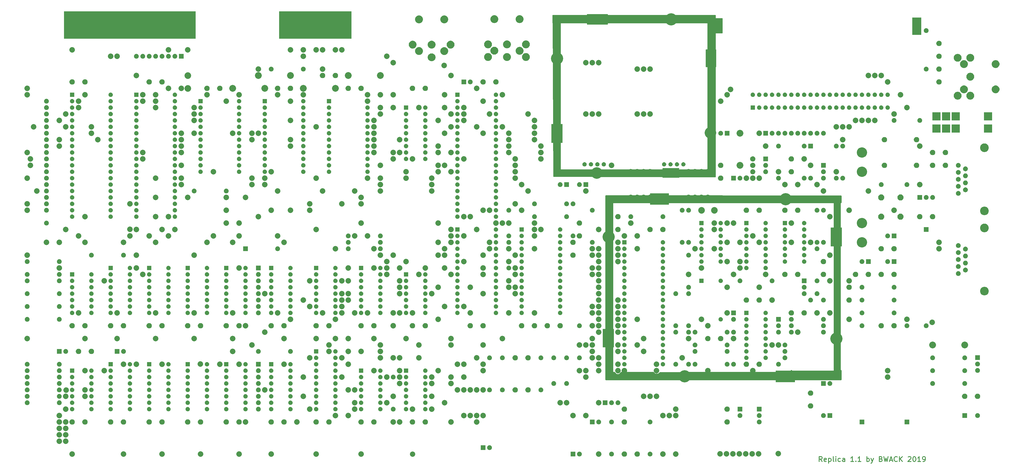
<source format=gbr>
G04 #@! TF.GenerationSoftware,KiCad,Pcbnew,(5.1.4)-1*
G04 #@! TF.CreationDate,2019-11-10T13:10:37+01:00*
G04 #@! TF.ProjectId,KU-14194HB-REV-B-KiCad,4b552d31-3431-4393-9448-422d5245562d,1.2*
G04 #@! TF.SameCoordinates,Original*
G04 #@! TF.FileFunction,Soldermask,Top*
G04 #@! TF.FilePolarity,Negative*
%FSLAX46Y46*%
G04 Gerber Fmt 4.6, Leading zero omitted, Abs format (unit mm)*
G04 Created by KiCad (PCBNEW (5.1.4)-1) date 2019-11-10 13:10:37*
%MOMM*%
%LPD*%
G04 APERTURE LIST*
%ADD10C,0.300000*%
%ADD11C,4.600000*%
%ADD12C,4.800000*%
%ADD13C,4.588000*%
%ADD14C,2.200000*%
%ADD15C,2.100000*%
%ADD16C,2.700000*%
%ADD17C,0.100000*%
%ADD18C,0.600000*%
%ADD19C,2.600000*%
%ADD20C,0.400000*%
G04 APERTURE END LIST*
D10*
X334774476Y-223980261D02*
X334107809Y-223027880D01*
X333631619Y-223980261D02*
X333631619Y-221980261D01*
X334393523Y-221980261D01*
X334584000Y-222075500D01*
X334679238Y-222170738D01*
X334774476Y-222361214D01*
X334774476Y-222646928D01*
X334679238Y-222837404D01*
X334584000Y-222932642D01*
X334393523Y-223027880D01*
X333631619Y-223027880D01*
X336393523Y-223885023D02*
X336203047Y-223980261D01*
X335822095Y-223980261D01*
X335631619Y-223885023D01*
X335536380Y-223694547D01*
X335536380Y-222932642D01*
X335631619Y-222742166D01*
X335822095Y-222646928D01*
X336203047Y-222646928D01*
X336393523Y-222742166D01*
X336488761Y-222932642D01*
X336488761Y-223123119D01*
X335536380Y-223313595D01*
X337345904Y-222646928D02*
X337345904Y-224646928D01*
X337345904Y-222742166D02*
X337536380Y-222646928D01*
X337917333Y-222646928D01*
X338107809Y-222742166D01*
X338203047Y-222837404D01*
X338298285Y-223027880D01*
X338298285Y-223599309D01*
X338203047Y-223789785D01*
X338107809Y-223885023D01*
X337917333Y-223980261D01*
X337536380Y-223980261D01*
X337345904Y-223885023D01*
X339441142Y-223980261D02*
X339250666Y-223885023D01*
X339155428Y-223694547D01*
X339155428Y-221980261D01*
X340203047Y-223980261D02*
X340203047Y-222646928D01*
X340203047Y-221980261D02*
X340107809Y-222075500D01*
X340203047Y-222170738D01*
X340298285Y-222075500D01*
X340203047Y-221980261D01*
X340203047Y-222170738D01*
X342012571Y-223885023D02*
X341822095Y-223980261D01*
X341441142Y-223980261D01*
X341250666Y-223885023D01*
X341155428Y-223789785D01*
X341060190Y-223599309D01*
X341060190Y-223027880D01*
X341155428Y-222837404D01*
X341250666Y-222742166D01*
X341441142Y-222646928D01*
X341822095Y-222646928D01*
X342012571Y-222742166D01*
X343726857Y-223980261D02*
X343726857Y-222932642D01*
X343631619Y-222742166D01*
X343441142Y-222646928D01*
X343060190Y-222646928D01*
X342869714Y-222742166D01*
X343726857Y-223885023D02*
X343536380Y-223980261D01*
X343060190Y-223980261D01*
X342869714Y-223885023D01*
X342774476Y-223694547D01*
X342774476Y-223504071D01*
X342869714Y-223313595D01*
X343060190Y-223218357D01*
X343536380Y-223218357D01*
X343726857Y-223123119D01*
X347250666Y-223980261D02*
X346107809Y-223980261D01*
X346679238Y-223980261D02*
X346679238Y-221980261D01*
X346488761Y-222265976D01*
X346298285Y-222456452D01*
X346107809Y-222551690D01*
X348107809Y-223789785D02*
X348203047Y-223885023D01*
X348107809Y-223980261D01*
X348012571Y-223885023D01*
X348107809Y-223789785D01*
X348107809Y-223980261D01*
X350107809Y-223980261D02*
X348964952Y-223980261D01*
X349536380Y-223980261D02*
X349536380Y-221980261D01*
X349345904Y-222265976D01*
X349155428Y-222456452D01*
X348964952Y-222551690D01*
X352488761Y-223980261D02*
X352488761Y-221980261D01*
X352488761Y-222742166D02*
X352679238Y-222646928D01*
X353060190Y-222646928D01*
X353250666Y-222742166D01*
X353345904Y-222837404D01*
X353441142Y-223027880D01*
X353441142Y-223599309D01*
X353345904Y-223789785D01*
X353250666Y-223885023D01*
X353060190Y-223980261D01*
X352679238Y-223980261D01*
X352488761Y-223885023D01*
X354107809Y-222646928D02*
X354584000Y-223980261D01*
X355060190Y-222646928D02*
X354584000Y-223980261D01*
X354393523Y-224456452D01*
X354298285Y-224551690D01*
X354107809Y-224646928D01*
X358012571Y-222932642D02*
X358298285Y-223027880D01*
X358393523Y-223123119D01*
X358488761Y-223313595D01*
X358488761Y-223599309D01*
X358393523Y-223789785D01*
X358298285Y-223885023D01*
X358107809Y-223980261D01*
X357345904Y-223980261D01*
X357345904Y-221980261D01*
X358012571Y-221980261D01*
X358203047Y-222075500D01*
X358298285Y-222170738D01*
X358393523Y-222361214D01*
X358393523Y-222551690D01*
X358298285Y-222742166D01*
X358203047Y-222837404D01*
X358012571Y-222932642D01*
X357345904Y-222932642D01*
X359155428Y-221980261D02*
X359631619Y-223980261D01*
X360012571Y-222551690D01*
X360393523Y-223980261D01*
X360869714Y-221980261D01*
X361536380Y-223408833D02*
X362488761Y-223408833D01*
X361345904Y-223980261D02*
X362012571Y-221980261D01*
X362679238Y-223980261D01*
X364488761Y-223789785D02*
X364393523Y-223885023D01*
X364107809Y-223980261D01*
X363917333Y-223980261D01*
X363631619Y-223885023D01*
X363441142Y-223694547D01*
X363345904Y-223504071D01*
X363250666Y-223123119D01*
X363250666Y-222837404D01*
X363345904Y-222456452D01*
X363441142Y-222265976D01*
X363631619Y-222075500D01*
X363917333Y-221980261D01*
X364107809Y-221980261D01*
X364393523Y-222075500D01*
X364488761Y-222170738D01*
X365345904Y-223980261D02*
X365345904Y-221980261D01*
X366488761Y-223980261D02*
X365631619Y-222837404D01*
X366488761Y-221980261D02*
X365345904Y-223123119D01*
X368774476Y-222170738D02*
X368869714Y-222075500D01*
X369060190Y-221980261D01*
X369536380Y-221980261D01*
X369726857Y-222075500D01*
X369822095Y-222170738D01*
X369917333Y-222361214D01*
X369917333Y-222551690D01*
X369822095Y-222837404D01*
X368679238Y-223980261D01*
X369917333Y-223980261D01*
X371155428Y-221980261D02*
X371345904Y-221980261D01*
X371536380Y-222075500D01*
X371631619Y-222170738D01*
X371726857Y-222361214D01*
X371822095Y-222742166D01*
X371822095Y-223218357D01*
X371726857Y-223599309D01*
X371631619Y-223789785D01*
X371536380Y-223885023D01*
X371345904Y-223980261D01*
X371155428Y-223980261D01*
X370964952Y-223885023D01*
X370869714Y-223789785D01*
X370774476Y-223599309D01*
X370679238Y-223218357D01*
X370679238Y-222742166D01*
X370774476Y-222361214D01*
X370869714Y-222170738D01*
X370964952Y-222075500D01*
X371155428Y-221980261D01*
X373726857Y-223980261D02*
X372584000Y-223980261D01*
X373155428Y-223980261D02*
X373155428Y-221980261D01*
X372964952Y-222265976D01*
X372774476Y-222456452D01*
X372584000Y-222551690D01*
X374679238Y-223980261D02*
X375060190Y-223980261D01*
X375250666Y-223885023D01*
X375345904Y-223789785D01*
X375536380Y-223504071D01*
X375631619Y-223123119D01*
X375631619Y-222361214D01*
X375536380Y-222170738D01*
X375441142Y-222075500D01*
X375250666Y-221980261D01*
X374869714Y-221980261D01*
X374679238Y-222075500D01*
X374584000Y-222170738D01*
X374488761Y-222361214D01*
X374488761Y-222837404D01*
X374584000Y-223027880D01*
X374679238Y-223123119D01*
X374869714Y-223218357D01*
X375250666Y-223218357D01*
X375441142Y-223123119D01*
X375536380Y-223027880D01*
X375631619Y-222837404D01*
D11*
X290621000Y-93787600D02*
X290621000Y-93787600D01*
D12*
X274981500Y-48828200D02*
X274981500Y-48828200D01*
X229886900Y-64342900D02*
X229886900Y-64342900D01*
D13*
X245666100Y-109729900D02*
X245666100Y-109729900D01*
D12*
X320308200Y-120046200D02*
X320308200Y-120046200D01*
X340360000Y-175260000D02*
X340360000Y-175260000D01*
X280314000Y-190193900D02*
X280314000Y-190193900D01*
X250287600Y-134974000D02*
X250287600Y-134974000D01*
D14*
X287020000Y-167640000D02*
X287020000Y-167640000D01*
X246380000Y-200660000D02*
X246380000Y-200660000D01*
X312420000Y-149860000D02*
X312420000Y-149860000D01*
X33020000Y-205740000D02*
X33020000Y-205740000D01*
X33020000Y-208280000D02*
X33020000Y-208280000D01*
X35560000Y-208280000D02*
X35560000Y-208280000D01*
X35560000Y-210820000D02*
X35560000Y-210820000D01*
X33020000Y-210820000D02*
X33020000Y-210820000D01*
X33020000Y-213360000D02*
X33020000Y-213360000D01*
X35560000Y-213360000D02*
X35560000Y-213360000D01*
X35560000Y-215900000D02*
X35560000Y-215900000D01*
X33020000Y-215900000D02*
X33020000Y-215900000D01*
X35560000Y-203200000D02*
X35560000Y-203200000D01*
X35560000Y-198120000D02*
X35560000Y-198120000D01*
X35732200Y-195669200D02*
X35732200Y-195669200D01*
X43180000Y-195580000D02*
X43180000Y-195580000D01*
X43180000Y-198120000D02*
X43180000Y-198120000D01*
X43180000Y-175260000D02*
X43180000Y-175260000D01*
X55880000Y-175260000D02*
X55880000Y-175260000D01*
X71120000Y-175260000D02*
X71120000Y-175260000D01*
X86360000Y-175260000D02*
X86360000Y-175260000D01*
X86360000Y-165100000D02*
X86360000Y-165100000D01*
X71120000Y-165100000D02*
X71120000Y-165100000D01*
X55880000Y-165100000D02*
X55880000Y-165100000D01*
X40640000Y-165100000D02*
X40640000Y-165100000D01*
X50800000Y-152400000D02*
X50800000Y-152400000D01*
X27940000Y-137160000D02*
X27940000Y-137160000D01*
X33020000Y-137160000D02*
X33020000Y-137160000D01*
X43180000Y-137160000D02*
X43180000Y-137160000D01*
X40640000Y-134620000D02*
X40640000Y-134620000D01*
X35560000Y-132080000D02*
X35560000Y-132080000D01*
X43180000Y-127000000D02*
X43180000Y-127000000D01*
X63500000Y-142240000D02*
X63500000Y-142240000D01*
X58420000Y-137160000D02*
X58420000Y-137160000D01*
X60960000Y-134620000D02*
X60960000Y-134620000D01*
X60945600Y-131968700D02*
X60945600Y-131968700D01*
X63500000Y-132080000D02*
X63500000Y-132080000D01*
X73660000Y-132080000D02*
X73660000Y-132080000D01*
X78740000Y-132080000D02*
X78740000Y-132080000D01*
X76200000Y-134620000D02*
X76200000Y-134620000D01*
X68580000Y-134620000D02*
X68580000Y-134620000D01*
X71120000Y-137160000D02*
X71120000Y-137160000D01*
X71120000Y-127000000D02*
X71120000Y-127000000D01*
X76200000Y-127000000D02*
X76200000Y-127000000D01*
X71120000Y-119380000D02*
X71120000Y-119380000D01*
X83820000Y-119380000D02*
X83820000Y-119380000D01*
X71120000Y-111760000D02*
X71120000Y-111760000D01*
X66040000Y-104140000D02*
X66040000Y-104140000D01*
X66040000Y-101600000D02*
X66040000Y-101600000D01*
X48260000Y-96520000D02*
X48260000Y-96520000D01*
X45720000Y-93980000D02*
X45720000Y-93980000D01*
X45720000Y-91440000D02*
X45720000Y-91440000D01*
X33020000Y-99060000D02*
X33020000Y-99060000D01*
X33020000Y-96520000D02*
X33020000Y-96520000D01*
X35560000Y-91440000D02*
X35560000Y-91440000D01*
X33020000Y-88900000D02*
X33020000Y-88900000D01*
X35560000Y-86360000D02*
X35560000Y-86360000D01*
X40640000Y-83820000D02*
X40640000Y-83820000D01*
X40640000Y-81280000D02*
X40640000Y-81280000D01*
X43180000Y-78740000D02*
X43180000Y-78740000D01*
X21590000Y-104140000D02*
X21590000Y-104140000D01*
X21590000Y-106680000D02*
X21590000Y-106680000D01*
X20320000Y-111760000D02*
X20320000Y-111760000D01*
X20320000Y-121920000D02*
X20320000Y-121920000D01*
X20320000Y-124460000D02*
X20320000Y-124460000D01*
X20320000Y-142240000D02*
X20320000Y-142240000D01*
X20320000Y-175260000D02*
X20320000Y-175260000D01*
X38100000Y-220980000D02*
X38100000Y-220980000D01*
X58420000Y-220980000D02*
X58420000Y-220980000D01*
X73660000Y-220980000D02*
X73660000Y-220980000D01*
X88900000Y-220980000D02*
X88900000Y-220980000D01*
X104140000Y-220980000D02*
X104140000Y-220980000D01*
X116840000Y-220980000D02*
X116840000Y-220980000D01*
X50800000Y-187960000D02*
X50800000Y-187960000D01*
X63500000Y-185420000D02*
X63500000Y-185420000D01*
X58420000Y-185420000D02*
X58420000Y-185420000D01*
X73660000Y-185420000D02*
X73660000Y-185420000D01*
X88813700Y-185323000D02*
X88813700Y-185323000D01*
X96520000Y-185420000D02*
X96520000Y-185420000D01*
X104140000Y-185420000D02*
X104140000Y-185420000D01*
X121920000Y-185420000D02*
X121920000Y-185420000D01*
X114300000Y-195580000D02*
X114300000Y-195580000D01*
X129540000Y-198120000D02*
X129540000Y-198120000D01*
X132080000Y-203200000D02*
X132080000Y-203200000D01*
X127000000Y-208280000D02*
X127000000Y-208280000D01*
X129540000Y-190500000D02*
X129540000Y-190500000D01*
X132080000Y-182880000D02*
X132080000Y-182880000D01*
X101600000Y-180340000D02*
X101600000Y-180340000D01*
X109220000Y-177800000D02*
X109220000Y-177800000D01*
X101600000Y-175260000D02*
X101600000Y-175260000D01*
X114300000Y-172720000D02*
X114300000Y-172720000D01*
X121920000Y-175260000D02*
X121920000Y-175260000D01*
X134620000Y-175260000D02*
X134620000Y-175260000D01*
X142240000Y-175260000D02*
X142240000Y-175260000D01*
X147320000Y-175260000D02*
X147320000Y-175260000D01*
X147320000Y-180340000D02*
X147320000Y-180340000D01*
X144780000Y-182880000D02*
X144780000Y-182880000D01*
X147320000Y-185420000D02*
X147320000Y-185420000D01*
X144780000Y-190500000D02*
X144780000Y-190500000D01*
X147320000Y-195580000D02*
X147320000Y-195580000D01*
X149860000Y-195580000D02*
X149860000Y-195580000D01*
X149860000Y-200660000D02*
X149860000Y-200660000D01*
X149860000Y-203200000D02*
X149860000Y-203200000D01*
X147320000Y-205740000D02*
X147320000Y-205740000D01*
X165100000Y-208280000D02*
X165100000Y-208280000D01*
X167640000Y-208280000D02*
X167640000Y-208280000D01*
X187960000Y-208280000D02*
X187960000Y-208280000D01*
X180340000Y-203200000D02*
X180340000Y-203200000D01*
X185420000Y-200660000D02*
X185420000Y-200660000D01*
X180340000Y-198120000D02*
X180340000Y-198120000D01*
X180340000Y-193040000D02*
X180340000Y-193040000D01*
X180340000Y-190500000D02*
X180340000Y-190500000D01*
X182880000Y-187960000D02*
X182880000Y-187960000D01*
X152400000Y-180340000D02*
X152400000Y-180340000D01*
X160020000Y-182880000D02*
X160020000Y-182880000D01*
X160020000Y-180340000D02*
X160020000Y-180340000D01*
X160020000Y-177800000D02*
X160020000Y-177800000D01*
X157480000Y-175260000D02*
X157480000Y-175260000D01*
X170180000Y-175260000D02*
X170180000Y-175260000D01*
X165100000Y-182880000D02*
X165100000Y-182880000D01*
X167640000Y-182880000D02*
X167640000Y-182880000D01*
X175260000Y-182880000D02*
X175260000Y-182880000D01*
X175260000Y-177800000D02*
X175260000Y-177800000D01*
X187960000Y-177800000D02*
X187960000Y-177800000D01*
X187960000Y-175260000D02*
X187960000Y-175260000D01*
X190500000Y-185420000D02*
X190500000Y-185420000D01*
X193040000Y-185420000D02*
X193040000Y-185420000D01*
X193040000Y-190500000D02*
X193040000Y-190500000D01*
X187960000Y-190500000D02*
X187960000Y-190500000D01*
X187960000Y-193040000D02*
X187960000Y-193040000D01*
X190500000Y-195580000D02*
X190500000Y-195580000D01*
X193040000Y-195580000D02*
X193040000Y-195580000D01*
X195580000Y-195580000D02*
X195580000Y-195580000D01*
X198120000Y-195580000D02*
X198120000Y-195580000D01*
X200660000Y-195580000D02*
X200660000Y-195580000D01*
X200660000Y-187960000D02*
X200660000Y-187960000D01*
X200660000Y-185420000D02*
X200660000Y-185420000D01*
X198120000Y-182880000D02*
X198120000Y-182880000D01*
X200660000Y-177800000D02*
X200660000Y-177800000D01*
X208280000Y-175260000D02*
X208280000Y-175260000D01*
X193040000Y-205740000D02*
X193040000Y-205740000D01*
X195580000Y-205740000D02*
X195580000Y-205740000D01*
X198120000Y-205740000D02*
X198120000Y-205740000D01*
X200660000Y-205740000D02*
X200660000Y-205740000D01*
X198120000Y-208280000D02*
X198120000Y-208280000D01*
X172720000Y-203200000D02*
X172720000Y-203200000D01*
X165100000Y-198120000D02*
X165100000Y-198120000D01*
X162560000Y-200660000D02*
X162560000Y-200660000D01*
X162560000Y-190500000D02*
X162560000Y-190500000D01*
X167640000Y-187960000D02*
X167640000Y-187960000D01*
X167640000Y-190500000D02*
X167640000Y-190500000D01*
X167640000Y-193040000D02*
X167640000Y-193040000D01*
X182880000Y-167640000D02*
X182880000Y-167640000D01*
X185420000Y-162560000D02*
X185420000Y-162560000D01*
X180340000Y-157480000D02*
X180340000Y-157480000D01*
X182880000Y-154940000D02*
X182880000Y-154940000D01*
X185420000Y-147320000D02*
X185420000Y-147320000D01*
X187960000Y-149860000D02*
X187960000Y-149860000D01*
X177800000Y-147320000D02*
X177800000Y-147320000D01*
X167640000Y-147320000D02*
X167640000Y-147320000D01*
X170180000Y-144780000D02*
X170180000Y-144780000D01*
X162560000Y-144780000D02*
X162560000Y-144780000D01*
X165100000Y-142240000D02*
X165100000Y-142240000D01*
X160020000Y-142240000D02*
X160020000Y-142240000D01*
X162560000Y-147320000D02*
X162560000Y-147320000D01*
X162560000Y-149860000D02*
X162560000Y-149860000D01*
X167640000Y-152400000D02*
X167640000Y-152400000D01*
X167640000Y-154940000D02*
X167640000Y-154940000D01*
X167640000Y-157480000D02*
X167640000Y-157480000D01*
X172720000Y-165100000D02*
X172720000Y-165100000D01*
X167640000Y-165100000D02*
X167640000Y-165100000D01*
X165100000Y-165100000D02*
X165100000Y-165100000D01*
X154940000Y-165100000D02*
X154940000Y-165100000D01*
X149860000Y-165100000D02*
X149860000Y-165100000D01*
X144780000Y-165100000D02*
X144780000Y-165100000D01*
X144780000Y-162560000D02*
X144780000Y-162560000D01*
X144780000Y-160020000D02*
X144780000Y-160020000D01*
X144780000Y-157480000D02*
X144780000Y-157480000D01*
X147320000Y-157480000D02*
X147320000Y-157480000D01*
X147320000Y-160020000D02*
X147320000Y-160020000D01*
X144780000Y-152400000D02*
X144780000Y-152400000D01*
X147320000Y-152400000D02*
X147320000Y-152400000D01*
X147320000Y-147320000D02*
X147320000Y-147320000D01*
X142240000Y-167640000D02*
X142240000Y-167640000D01*
X165100000Y-170180000D02*
X165100000Y-170180000D01*
X137160000Y-165100000D02*
X137160000Y-165100000D01*
X132080000Y-162560000D02*
X132080000Y-162560000D01*
X129540000Y-160020000D02*
X129540000Y-160020000D01*
X132080000Y-152400000D02*
X132080000Y-152400000D01*
X124460000Y-167640000D02*
X124460000Y-167640000D01*
X119380000Y-165100000D02*
X119380000Y-165100000D01*
X114300000Y-157480000D02*
X114300000Y-157480000D01*
X157480000Y-139700000D02*
X157480000Y-139700000D01*
X154940000Y-134620000D02*
X154940000Y-134620000D01*
X149860000Y-134620000D02*
X149860000Y-134620000D01*
X152400000Y-129540000D02*
X152400000Y-129540000D01*
X134620000Y-132080000D02*
X134620000Y-132080000D01*
X119380000Y-134620000D02*
X119380000Y-134620000D01*
X121920000Y-137160000D02*
X121920000Y-137160000D01*
X142240000Y-139700000D02*
X142240000Y-139700000D01*
X139700000Y-180340000D02*
X139700000Y-180340000D01*
X139700000Y-177800000D02*
X139700000Y-177800000D01*
X106680000Y-170180000D02*
X106680000Y-170180000D01*
X104140000Y-147320000D02*
X104140000Y-147320000D01*
X63500000Y-147320000D02*
X63500000Y-147320000D01*
X66040000Y-149860000D02*
X66040000Y-149860000D01*
X86360000Y-142240000D02*
X86360000Y-142240000D01*
X91440000Y-137160000D02*
X91440000Y-137160000D01*
X101600000Y-137160000D02*
X101600000Y-137160000D01*
X104140000Y-134620000D02*
X104140000Y-134620000D01*
X93980000Y-134620000D02*
X93980000Y-134620000D01*
X99060000Y-129540000D02*
X99060000Y-129540000D01*
X104140000Y-129540000D02*
X104140000Y-129540000D01*
X99060000Y-124460000D02*
X99060000Y-124460000D01*
X111760000Y-127000000D02*
X111760000Y-127000000D01*
X116840000Y-124460000D02*
X116840000Y-124460000D01*
X124460000Y-124460000D02*
X124460000Y-124460000D01*
X60960000Y-121920000D02*
X60960000Y-121920000D01*
X99060000Y-119380000D02*
X99060000Y-119380000D01*
X106680000Y-119380000D02*
X106680000Y-119380000D01*
X109220000Y-114300000D02*
X109220000Y-114300000D01*
X114300000Y-114300000D02*
X114300000Y-114300000D01*
X114300000Y-111760000D02*
X114300000Y-111760000D01*
X109220000Y-111760000D02*
X109220000Y-111760000D01*
X124460000Y-99060000D02*
X124460000Y-99060000D01*
X124460000Y-96520000D02*
X124460000Y-96520000D01*
X124460000Y-88900000D02*
X124460000Y-88900000D01*
X109220000Y-93980000D02*
X109220000Y-93980000D01*
X111760000Y-93980000D02*
X111760000Y-93980000D01*
X109220000Y-96520000D02*
X109220000Y-96520000D01*
X101600000Y-93980000D02*
X101600000Y-93980000D01*
X86360000Y-93980000D02*
X86360000Y-93980000D01*
X86360000Y-88900000D02*
X86360000Y-88900000D01*
X86360000Y-86360000D02*
X86360000Y-86360000D01*
X81280000Y-93980000D02*
X81280000Y-93980000D01*
X81280000Y-96520000D02*
X81280000Y-96520000D01*
X81280000Y-99060000D02*
X81280000Y-99060000D01*
X81280000Y-101600000D02*
X81280000Y-101600000D01*
X81280000Y-106680000D02*
X81280000Y-106680000D01*
X81280000Y-111760000D02*
X81280000Y-111760000D01*
X81280000Y-114300000D02*
X81280000Y-114300000D01*
X119380000Y-116840000D02*
X119380000Y-116840000D01*
X71120000Y-83820000D02*
X71120000Y-83820000D01*
X71120000Y-81280000D02*
X71120000Y-81280000D01*
X66040000Y-81280000D02*
X66040000Y-81280000D01*
X66040000Y-78740000D02*
X66040000Y-78740000D01*
X71120000Y-78740000D02*
X71120000Y-78740000D01*
X76200000Y-76200000D02*
X76200000Y-76200000D01*
X81280000Y-76200000D02*
X81280000Y-76200000D01*
X63500000Y-71120000D02*
X63500000Y-71120000D01*
X76200000Y-60960000D02*
X76200000Y-60960000D01*
X83820000Y-60960000D02*
X83820000Y-60960000D01*
X55880000Y-63500000D02*
X55880000Y-63500000D01*
X53340000Y-63500000D02*
X53340000Y-63500000D01*
X22860000Y-91440000D02*
X22860000Y-91440000D01*
X20320000Y-78740000D02*
X20320000Y-78740000D01*
X20320000Y-76200000D02*
X20320000Y-76200000D01*
X20320000Y-101600000D02*
X20320000Y-101600000D01*
X91440000Y-78740000D02*
X91440000Y-78740000D01*
X104140000Y-78740000D02*
X104140000Y-78740000D01*
X93980000Y-109220000D02*
X93980000Y-109220000D01*
X116840000Y-109220000D02*
X116840000Y-109220000D01*
X134620000Y-111760000D02*
X134620000Y-111760000D01*
X137160000Y-116840000D02*
X137160000Y-116840000D01*
X144780000Y-121920000D02*
X144780000Y-121920000D01*
X132080000Y-121920000D02*
X132080000Y-121920000D01*
X132080000Y-124460000D02*
X132080000Y-124460000D01*
X149860000Y-116840000D02*
X149860000Y-116840000D01*
X152400000Y-119380000D02*
X152400000Y-119380000D01*
X160020000Y-116840000D02*
X160020000Y-116840000D01*
X160020000Y-114300000D02*
X160020000Y-114300000D01*
X160020000Y-111760000D02*
X160020000Y-111760000D01*
X154940000Y-111760000D02*
X154940000Y-111760000D01*
X160020000Y-106680000D02*
X160020000Y-106680000D01*
X157480000Y-101600000D02*
X157480000Y-101600000D01*
X157480000Y-99060000D02*
X157480000Y-99060000D01*
X157480000Y-96520000D02*
X157480000Y-96520000D01*
X157480000Y-93980000D02*
X157480000Y-93980000D01*
X157480000Y-91440000D02*
X157480000Y-91440000D01*
X157480000Y-88900000D02*
X157480000Y-88900000D01*
X165100000Y-104140000D02*
X165100000Y-104140000D01*
X165100000Y-101600000D02*
X165100000Y-101600000D01*
X167640000Y-101600000D02*
X167640000Y-101600000D01*
X167640000Y-96520000D02*
X167640000Y-96520000D01*
X160020000Y-86360000D02*
X160020000Y-86360000D01*
X160020000Y-83820000D02*
X160020000Y-83820000D01*
X165100000Y-83820000D02*
X165100000Y-83820000D01*
X165100000Y-78740000D02*
X165100000Y-78740000D01*
X160020000Y-78740000D02*
X160020000Y-78740000D01*
X154940000Y-78740000D02*
X154940000Y-78740000D01*
X137160000Y-68580000D02*
X137160000Y-68580000D01*
X124460000Y-60960000D02*
X124460000Y-60960000D01*
X129540000Y-60960000D02*
X129540000Y-60960000D01*
X134620000Y-60960000D02*
X134620000Y-60960000D01*
X137160000Y-60960000D02*
X137160000Y-60960000D01*
X142240000Y-60960000D02*
X142240000Y-60960000D01*
X144780000Y-60960000D02*
X144780000Y-60960000D01*
X111760000Y-68580000D02*
X111760000Y-68580000D01*
X119380000Y-78740000D02*
X119380000Y-78740000D01*
X129540000Y-78740000D02*
X129540000Y-78740000D01*
X124460000Y-81280000D02*
X124460000Y-81280000D01*
X134620000Y-91440000D02*
X134620000Y-91440000D01*
X99060000Y-81280000D02*
X99060000Y-81280000D01*
X162560000Y-63500000D02*
X162560000Y-63500000D01*
X165100000Y-66040000D02*
X165100000Y-66040000D01*
X185420000Y-78740000D02*
X185420000Y-78740000D01*
X185420000Y-83820000D02*
X185420000Y-83820000D01*
X187960000Y-86360000D02*
X187960000Y-86360000D01*
X182880000Y-88900000D02*
X182880000Y-88900000D01*
X187960000Y-91440000D02*
X187960000Y-91440000D01*
X185420000Y-93980000D02*
X185420000Y-93980000D01*
X182880000Y-99060000D02*
X182880000Y-99060000D01*
X182880000Y-101600000D02*
X182880000Y-101600000D01*
X187960000Y-101600000D02*
X187960000Y-101600000D01*
X187960000Y-109220000D02*
X187960000Y-109220000D01*
X182880000Y-109220000D02*
X182880000Y-109220000D01*
X182880000Y-106680000D02*
X182880000Y-106680000D01*
X185420000Y-106680000D02*
X185420000Y-106680000D01*
X180340000Y-111760000D02*
X180340000Y-111760000D01*
X180340000Y-114300000D02*
X180340000Y-114300000D01*
X180340000Y-116840000D02*
X180340000Y-116840000D01*
X170180000Y-111760000D02*
X170180000Y-111760000D01*
X170180000Y-109220000D02*
X170180000Y-109220000D01*
X182880000Y-129540000D02*
X182880000Y-129540000D01*
X152400000Y-121920000D02*
X152400000Y-121920000D01*
X193040000Y-104140000D02*
X193040000Y-104140000D01*
X200660000Y-93980000D02*
X200660000Y-93980000D01*
X198120000Y-91440000D02*
X198120000Y-91440000D01*
X193040000Y-88900000D02*
X193040000Y-88900000D01*
X193040000Y-86360000D02*
X193040000Y-86360000D01*
X193040000Y-83820000D02*
X193040000Y-83820000D01*
X203200000Y-86360000D02*
X203200000Y-86360000D01*
X200660000Y-81280000D02*
X200660000Y-81280000D01*
X198120000Y-76200000D02*
X198120000Y-76200000D01*
X218440000Y-86360000D02*
X218440000Y-86360000D01*
X220980000Y-88900000D02*
X220980000Y-88900000D01*
X220980000Y-91440000D02*
X220980000Y-91440000D01*
X220980000Y-93980000D02*
X220980000Y-93980000D01*
X220980000Y-96520000D02*
X220980000Y-96520000D01*
X223520000Y-99060000D02*
X223520000Y-99060000D01*
X223520000Y-101600000D02*
X223520000Y-101600000D01*
X223520000Y-104140000D02*
X223520000Y-104140000D01*
X210820000Y-93980000D02*
X210820000Y-93980000D01*
X210820000Y-96520000D02*
X210820000Y-96520000D01*
X210820000Y-99060000D02*
X210820000Y-99060000D01*
X210820000Y-101600000D02*
X210820000Y-101600000D01*
X213360000Y-104140000D02*
X213360000Y-104140000D01*
X213360000Y-106680000D02*
X213360000Y-106680000D01*
X213360000Y-109220000D02*
X213360000Y-109220000D01*
X213360000Y-111760000D02*
X213360000Y-111760000D01*
X215900000Y-114300000D02*
X215900000Y-114300000D01*
X218440000Y-116840000D02*
X218440000Y-116840000D01*
X213360000Y-121920000D02*
X213360000Y-121920000D01*
X215900000Y-124460000D02*
X215900000Y-124460000D01*
X200660000Y-124460000D02*
X200660000Y-124460000D01*
X203200000Y-124460000D02*
X203200000Y-124460000D01*
X193040000Y-127000000D02*
X193040000Y-127000000D01*
X195580000Y-127000000D02*
X195580000Y-127000000D01*
X187960000Y-134620000D02*
X187960000Y-134620000D01*
X187960000Y-137160000D02*
X187960000Y-137160000D01*
X182880000Y-137160000D02*
X182880000Y-137160000D01*
X185420000Y-139700000D02*
X185420000Y-139700000D01*
X182880000Y-142240000D02*
X182880000Y-142240000D01*
X185420000Y-142240000D02*
X185420000Y-142240000D01*
X193040000Y-134620000D02*
X193040000Y-134620000D01*
X198120000Y-132080000D02*
X198120000Y-132080000D01*
X203200000Y-137160000D02*
X203200000Y-137160000D01*
X203200000Y-139700000D02*
X203200000Y-139700000D01*
X200660000Y-142240000D02*
X200660000Y-142240000D01*
X193040000Y-144780000D02*
X193040000Y-144780000D01*
X200660000Y-147320000D02*
X200660000Y-147320000D01*
X200660000Y-149860000D02*
X200660000Y-149860000D01*
X195580000Y-154940000D02*
X195580000Y-154940000D01*
X200660000Y-157480000D02*
X200660000Y-157480000D01*
X193040000Y-162560000D02*
X193040000Y-162560000D01*
X195580000Y-165100000D02*
X195580000Y-165100000D01*
X210820000Y-165100000D02*
X210820000Y-165100000D01*
X213360000Y-157480000D02*
X213360000Y-157480000D01*
X213360000Y-154940000D02*
X213360000Y-154940000D01*
X210820000Y-154940000D02*
X210820000Y-154940000D01*
X210820000Y-152400000D02*
X210820000Y-152400000D01*
X213360000Y-149860000D02*
X213360000Y-149860000D01*
X213360000Y-147320000D02*
X213360000Y-147320000D01*
X210820000Y-144780000D02*
X210820000Y-144780000D01*
X213360000Y-142240000D02*
X213360000Y-142240000D01*
X210820000Y-139700000D02*
X210820000Y-139700000D01*
X220980000Y-129540000D02*
X220980000Y-129540000D01*
X220980000Y-132080000D02*
X220980000Y-132080000D01*
X220980000Y-134620000D02*
X220980000Y-134620000D01*
X220980000Y-139700000D02*
X220980000Y-139700000D01*
X223520000Y-132080000D02*
X223520000Y-132080000D01*
X220980000Y-165100000D02*
X220980000Y-165100000D01*
X231140000Y-200660000D02*
X231140000Y-200660000D01*
X233680000Y-200660000D02*
X233680000Y-200660000D01*
X241300000Y-86360000D02*
X241300000Y-86360000D01*
X243840000Y-86360000D02*
X243840000Y-86360000D01*
X246380000Y-86360000D02*
X246380000Y-86360000D01*
X241300000Y-66040000D02*
X241300000Y-66040000D01*
X243840000Y-66040000D02*
X243840000Y-66040000D01*
X246380000Y-66040000D02*
X246380000Y-66040000D01*
X261620000Y-68580000D02*
X261620000Y-68580000D01*
X264160000Y-68580000D02*
X264160000Y-68580000D01*
X266700000Y-68580000D02*
X266700000Y-68580000D01*
X261620000Y-86360000D02*
X261620000Y-86360000D01*
X264160000Y-86360000D02*
X264160000Y-86360000D01*
X266700000Y-86360000D02*
X266700000Y-86360000D01*
X251460000Y-106680000D02*
X251460000Y-106680000D01*
X281940000Y-109220000D02*
X281940000Y-109220000D01*
X287020000Y-109220000D02*
X287020000Y-109220000D01*
X284480000Y-109220000D02*
X284480000Y-109220000D01*
X289560000Y-109220000D02*
X289560000Y-109220000D01*
X266700000Y-109220000D02*
X266700000Y-109220000D01*
X264160000Y-109220000D02*
X264160000Y-109220000D01*
X261620000Y-109220000D02*
X261620000Y-109220000D01*
X259080000Y-109220000D02*
X259080000Y-109220000D01*
X241300000Y-116840000D02*
X241300000Y-116840000D01*
X238760000Y-177800000D02*
X238760000Y-177800000D01*
X241300000Y-177800000D02*
X241300000Y-177800000D01*
X238760000Y-187960000D02*
X238760000Y-187960000D01*
X241300000Y-187960000D02*
X241300000Y-187960000D01*
X241300000Y-190500000D02*
X241300000Y-190500000D01*
X241300000Y-205740000D02*
X241300000Y-205740000D01*
X236220000Y-205740000D02*
X236220000Y-205740000D01*
X246380000Y-220980000D02*
X246380000Y-220980000D01*
X271780000Y-220980000D02*
X271780000Y-220980000D01*
X276860000Y-220980000D02*
X276860000Y-220980000D01*
X294397700Y-220879200D02*
X294397700Y-220879200D01*
X296937700Y-220879200D02*
X296937700Y-220879200D01*
X299477700Y-220879200D02*
X299477700Y-220879200D01*
X302017700Y-220879200D02*
X302017700Y-220879200D01*
X304557700Y-220879200D02*
X304557700Y-220879200D01*
X307097700Y-220879200D02*
X307097700Y-220879200D01*
X309637700Y-220879200D02*
X309637700Y-220879200D01*
X317386300Y-220784900D02*
X317386300Y-220784900D01*
X269240000Y-187960000D02*
X269240000Y-187960000D01*
X269240000Y-185420000D02*
X269240000Y-185420000D01*
X256540000Y-187960000D02*
X256540000Y-187960000D01*
X254000000Y-187960000D02*
X254000000Y-187960000D01*
X254000000Y-185420000D02*
X254000000Y-185420000D01*
X254000000Y-180340000D02*
X254000000Y-180340000D01*
X254000000Y-177800000D02*
X254000000Y-177800000D01*
X261620000Y-177800000D02*
X261620000Y-177800000D01*
X264160000Y-180340000D02*
X264160000Y-180340000D01*
X264160000Y-175260000D02*
X264160000Y-175260000D01*
X261620000Y-167640000D02*
X261620000Y-167640000D01*
X254000000Y-172720000D02*
X254000000Y-172720000D01*
X254000000Y-170180000D02*
X254000000Y-170180000D01*
X254000000Y-167640000D02*
X254000000Y-167640000D01*
X254000000Y-165100000D02*
X254000000Y-165100000D01*
X254000000Y-162560000D02*
X254000000Y-162560000D01*
X254000000Y-160020000D02*
X254000000Y-160020000D01*
X281940000Y-175260000D02*
X281940000Y-175260000D01*
X289560000Y-170180000D02*
X289560000Y-170180000D01*
X307340000Y-187960000D02*
X307340000Y-187960000D01*
X314960000Y-177800000D02*
X314960000Y-177800000D01*
X317500000Y-177800000D02*
X317500000Y-177800000D01*
X325120000Y-172720000D02*
X325120000Y-172720000D01*
X332740000Y-165100000D02*
X332740000Y-165100000D01*
X337820000Y-165100000D02*
X337820000Y-165100000D01*
X314960000Y-160020000D02*
X314960000Y-160020000D01*
X297180000Y-154940000D02*
X297180000Y-154940000D01*
X309880000Y-154940000D02*
X309880000Y-154940000D01*
X284480000Y-139700000D02*
X284480000Y-139700000D01*
X309880000Y-137160000D02*
X309880000Y-137160000D01*
X307340000Y-134620000D02*
X307340000Y-134620000D01*
X337820000Y-142240000D02*
X337820000Y-142240000D01*
X337820000Y-127000000D02*
X337820000Y-127000000D01*
X337820000Y-152400000D02*
X337820000Y-152400000D01*
X279400000Y-182880000D02*
X279400000Y-182880000D01*
X289560000Y-187960000D02*
X289560000Y-187960000D01*
X287020000Y-147320000D02*
X287020000Y-147320000D01*
X345440000Y-124460000D02*
X345440000Y-124460000D01*
X353060000Y-116840000D02*
X353060000Y-116840000D01*
X335280000Y-116840000D02*
X335280000Y-116840000D01*
X332740000Y-114300000D02*
X332740000Y-114300000D01*
X340360000Y-109220000D02*
X340360000Y-109220000D01*
X342900000Y-96520000D02*
X342900000Y-96520000D01*
X312420000Y-99060000D02*
X312420000Y-99060000D01*
X309880000Y-111760000D02*
X309880000Y-111760000D01*
X307340000Y-111760000D02*
X307340000Y-111760000D01*
X304800000Y-111760000D02*
X304800000Y-111760000D01*
X294640000Y-81280000D02*
X294640000Y-81280000D01*
X297180000Y-78740000D02*
X297180000Y-78740000D01*
X298537100Y-76600200D02*
X298537100Y-76600200D01*
X353060000Y-71120000D02*
X353060000Y-71120000D01*
X355600000Y-71120000D02*
X355600000Y-71120000D01*
X358140000Y-71120000D02*
X358140000Y-71120000D01*
X360680000Y-73660000D02*
X360680000Y-73660000D01*
X365760000Y-78740000D02*
X365760000Y-78740000D01*
X368300000Y-83820000D02*
X368300000Y-83820000D01*
X363220000Y-86360000D02*
X363220000Y-86360000D01*
X347980000Y-88900000D02*
X347980000Y-88900000D01*
X350520000Y-88900000D02*
X350520000Y-88900000D01*
X353060000Y-88900000D02*
X353060000Y-88900000D01*
X355600000Y-88900000D02*
X355600000Y-88900000D01*
X340360000Y-91440000D02*
X340360000Y-91440000D01*
X342900000Y-91440000D02*
X342900000Y-91440000D01*
X345440000Y-91440000D02*
X345440000Y-91440000D01*
X373380000Y-99060000D02*
X373380000Y-99060000D01*
X373380000Y-114300000D02*
X373380000Y-114300000D01*
X363220000Y-124460000D02*
X363220000Y-124460000D01*
X381000000Y-137160000D02*
X381000000Y-137160000D01*
X381000000Y-139700000D02*
X381000000Y-139700000D01*
X345440000Y-152400000D02*
X345440000Y-152400000D01*
X368300000Y-167640000D02*
X368300000Y-167640000D01*
X378290600Y-168828800D02*
X378290600Y-168828800D01*
X360680000Y-187960000D02*
X360680000Y-187960000D01*
X360680000Y-190500000D02*
X360680000Y-190500000D01*
X345440000Y-167640000D02*
X345440000Y-167640000D01*
X264160000Y-198120000D02*
X264160000Y-198120000D01*
X266700000Y-198120000D02*
X266700000Y-198120000D01*
X269240000Y-198120000D02*
X269240000Y-198120000D01*
X271780000Y-205740000D02*
X271780000Y-205740000D01*
X274320000Y-205740000D02*
X274320000Y-205740000D01*
X276860000Y-205740000D02*
X276860000Y-205740000D01*
X276860000Y-203200000D02*
X276860000Y-203200000D01*
X142240000Y-205740000D02*
X142240000Y-205740000D01*
X43180000Y-187960000D02*
X43180000Y-187960000D01*
D15*
X172720000Y-220980000D02*
X172720000Y-220980000D01*
D14*
X152400000Y-220980000D02*
X152400000Y-220980000D01*
X134620000Y-220980000D02*
X134620000Y-220980000D01*
X320040000Y-114300000D02*
X320040000Y-114300000D01*
X327660000Y-104140000D02*
X327660000Y-104140000D01*
X309880000Y-93980000D02*
X309880000Y-93980000D01*
X317500000Y-109220000D02*
X317500000Y-109220000D01*
X330200000Y-106680000D02*
X330200000Y-106680000D01*
X157480000Y-147320000D02*
X157480000Y-147320000D01*
X175260000Y-149860000D02*
X175260000Y-149860000D01*
X101600000Y-165100000D02*
X101600000Y-165100000D01*
X210820000Y-129540000D02*
X210820000Y-129540000D01*
X208280000Y-129540000D02*
X208280000Y-129540000D01*
X205740000Y-129540000D02*
X205740000Y-129540000D01*
X24130000Y-116840000D02*
X24130000Y-116840000D01*
X86360000Y-83820000D02*
X86360000Y-83820000D01*
X172720000Y-104140000D02*
X172720000Y-104140000D01*
X175260000Y-83820000D02*
X175260000Y-83820000D01*
X208280000Y-91440000D02*
X208280000Y-91440000D01*
X208280000Y-78740000D02*
X208280000Y-78740000D01*
X187960000Y-71120000D02*
X187960000Y-71120000D01*
X129540000Y-63500000D02*
X129540000Y-63500000D01*
X38100000Y-60960000D02*
X38100000Y-60960000D01*
X325120000Y-114300000D02*
X325120000Y-114300000D01*
X106680000Y-208280000D02*
X106680000Y-208280000D01*
X185295400Y-67122400D02*
X185295400Y-67122400D01*
X157480000Y-187960000D02*
X157480000Y-187960000D01*
D16*
X101600000Y-76200000D02*
X101600000Y-76200000D01*
X114300000Y-76200000D02*
X114300000Y-76200000D01*
X111760000Y-71120000D02*
X111760000Y-71120000D01*
X124460000Y-71120000D02*
X124460000Y-71120000D01*
X129540000Y-76200000D02*
X129540000Y-76200000D01*
X142240000Y-76200000D02*
X142240000Y-76200000D01*
X147320000Y-71120000D02*
X147320000Y-71120000D01*
X160020000Y-71120000D02*
X160020000Y-71120000D01*
D14*
X299720000Y-175260000D02*
X299720000Y-175260000D01*
D16*
X378460000Y-177800000D02*
X378460000Y-177800000D01*
X391160000Y-177800000D02*
X391160000Y-177800000D01*
D14*
X154940000Y-81280000D02*
X154940000Y-81280000D01*
D17*
G36*
X342106200Y-118903800D02*
G01*
X342106200Y-121285000D01*
X249237500Y-121285000D01*
X249237500Y-118745000D01*
X342106200Y-118903800D01*
G37*
D18*
X249237500Y-118745000D02*
X342106200Y-118903800D01*
X342106200Y-118903800D02*
X342106200Y-121285000D01*
X342106200Y-121285000D02*
X249237500Y-121285000D01*
X249237500Y-121285000D02*
X249237500Y-118745000D01*
D17*
G36*
X251777500Y-191452500D02*
G01*
X249237500Y-191452500D01*
X249237500Y-118745000D01*
X251777500Y-118745000D01*
X251777500Y-191452500D01*
G37*
D18*
X249237500Y-118745000D02*
X251777500Y-118745000D01*
X251777500Y-118745000D02*
X251777500Y-191452500D01*
X251777500Y-191452500D02*
X249237500Y-191452500D01*
X249237500Y-191452500D02*
X249237500Y-118745000D01*
D17*
G36*
X257175000Y-188753800D02*
G01*
X267950500Y-188746900D01*
X268639200Y-189435700D01*
X269939100Y-189431200D01*
X270652800Y-188767600D01*
X288925000Y-188753800D01*
X288925000Y-187960000D01*
X290195000Y-187960000D01*
X290195000Y-188753800D01*
X306705000Y-188753800D01*
X306705000Y-187960000D01*
X307975000Y-187960000D01*
X307975000Y-188753800D01*
X322580000Y-188753800D01*
X322580000Y-187960000D01*
X342106200Y-187960000D01*
X342106200Y-191452500D01*
X249237500Y-191452500D01*
X249237500Y-188753800D01*
X252547200Y-188753700D01*
X253418400Y-189544100D01*
X254504200Y-189544200D01*
X255303300Y-188749500D01*
X255958900Y-188726800D01*
X255905000Y-187960000D01*
X257175000Y-187960000D01*
X257175000Y-188753800D01*
G37*
D18*
X249237500Y-188753800D02*
X252547200Y-188753700D01*
X252547200Y-188753700D02*
X253418400Y-189544100D01*
X253418400Y-189544100D02*
X254504200Y-189544200D01*
X254504200Y-189544200D02*
X255303300Y-188749500D01*
X255303300Y-188749500D02*
X255958900Y-188726800D01*
X255958900Y-188726800D02*
X255905000Y-187960000D01*
X255905000Y-187960000D02*
X257175000Y-187960000D01*
X257175000Y-187960000D02*
X257175000Y-188753800D01*
X257175000Y-188753800D02*
X267950500Y-188746900D01*
X267950500Y-188746900D02*
X268639200Y-189435700D01*
X268639200Y-189435700D02*
X269939100Y-189431200D01*
X269939100Y-189431200D02*
X270652800Y-188767600D01*
X270652800Y-188767600D02*
X288925000Y-188753800D01*
X288925000Y-188753800D02*
X288925000Y-187960000D01*
X288925000Y-187960000D02*
X290195000Y-187960000D01*
X290195000Y-187960000D02*
X290195000Y-188753800D01*
X290195000Y-188753800D02*
X306705000Y-188753800D01*
X306705000Y-188753800D02*
X306705000Y-187960000D01*
X306705000Y-187960000D02*
X307975000Y-187960000D01*
X307975000Y-187960000D02*
X307975000Y-188753800D01*
X307975000Y-188753800D02*
X322580000Y-188753800D01*
X322580000Y-188753800D02*
X322580000Y-187960000D01*
X342106200Y-187960000D02*
X342106200Y-191452500D01*
X342106200Y-191452500D02*
X249237500Y-191452500D01*
X249237500Y-191452500D02*
X249237500Y-188753800D01*
D17*
G36*
X342106200Y-191452500D02*
G01*
X339566200Y-191452500D01*
X339566200Y-118903800D01*
X342106200Y-118903800D01*
X342106200Y-191452500D01*
G37*
D18*
X339566200Y-118903800D02*
X342106200Y-118903800D01*
X342106200Y-191452500D02*
X339566200Y-191452500D01*
X339566200Y-191452500D02*
X339566200Y-118903800D01*
D16*
X302260000Y-93980000D02*
X302260000Y-93980000D01*
X302260000Y-106680000D02*
X302260000Y-106680000D01*
D14*
X246380000Y-182880000D02*
X246380000Y-182880000D01*
X246380000Y-185420000D02*
X246380000Y-185420000D01*
X246380000Y-187960000D02*
X246380000Y-187960000D01*
X243840000Y-182880000D02*
X243840000Y-182880000D01*
X243840000Y-180340000D02*
X243840000Y-180340000D01*
X243840000Y-177800000D02*
X243840000Y-177800000D01*
X243840000Y-175260000D02*
X243840000Y-175260000D01*
X246380000Y-172720000D02*
X246380000Y-172720000D01*
X246380000Y-170180000D02*
X246380000Y-170180000D01*
X243840000Y-170180000D02*
X243840000Y-170180000D01*
X246380000Y-167640000D02*
X246380000Y-167640000D01*
X246380000Y-165100000D02*
X246380000Y-165100000D01*
X246380000Y-162560000D02*
X246380000Y-162560000D01*
X246380000Y-160020000D02*
X246380000Y-160020000D01*
X246380000Y-152400000D02*
X246380000Y-152400000D01*
X246380000Y-154940000D02*
X246380000Y-154940000D01*
X246380000Y-157480000D02*
X246380000Y-157480000D01*
X246380000Y-149860000D02*
X246380000Y-149860000D01*
X246380000Y-147320000D02*
X246380000Y-147320000D01*
X243840000Y-147320000D02*
X243840000Y-147320000D01*
X243840000Y-149860000D02*
X243840000Y-149860000D01*
X246380000Y-144780000D02*
X246380000Y-144780000D01*
X246380000Y-142240000D02*
X246380000Y-142240000D01*
X246380000Y-139700000D02*
X246380000Y-139700000D01*
X243840000Y-139700000D02*
X243840000Y-139700000D01*
X243840000Y-142240000D02*
X243840000Y-142240000D01*
X246380000Y-132080000D02*
X246380000Y-132080000D01*
X254000000Y-137160000D02*
X254000000Y-137160000D01*
X254000000Y-139700000D02*
X254000000Y-139700000D01*
X254000000Y-142240000D02*
X254000000Y-142240000D01*
X254000000Y-144780000D02*
X254000000Y-144780000D01*
X259080000Y-119380000D02*
X259080000Y-119380000D01*
X261620000Y-119380000D02*
X261620000Y-119380000D01*
X264160000Y-119380000D02*
X264160000Y-119380000D01*
X266700000Y-119380000D02*
X266700000Y-119380000D01*
X281940000Y-119380000D02*
X281940000Y-119380000D01*
X284480000Y-119380000D02*
X284480000Y-119380000D01*
X287020000Y-119380000D02*
X287020000Y-119380000D01*
X289560000Y-119380000D02*
X289560000Y-119380000D01*
X256540000Y-134620000D02*
X256540000Y-134620000D01*
X261620000Y-134620000D02*
X261620000Y-134620000D01*
X259080000Y-129540000D02*
X259080000Y-129540000D01*
X261620000Y-139700000D02*
X261620000Y-139700000D01*
X297180000Y-137160000D02*
X297180000Y-137160000D01*
X302260000Y-137160000D02*
X302260000Y-137160000D01*
X297180000Y-144780000D02*
X297180000Y-144780000D01*
X302260000Y-144780000D02*
X302260000Y-144780000D01*
X302260000Y-147320000D02*
X302260000Y-147320000D01*
X299720000Y-149860000D02*
X299720000Y-149860000D01*
X281940000Y-149860000D02*
X281940000Y-149860000D01*
X322580000Y-137160000D02*
X322580000Y-137160000D01*
X322580000Y-129540000D02*
X322580000Y-129540000D01*
X330200000Y-137160000D02*
X330200000Y-137160000D01*
X299720000Y-129540000D02*
X299720000Y-129540000D01*
X297180000Y-129540000D02*
X297180000Y-129540000D01*
X33020000Y-147320000D02*
X33020000Y-147320000D01*
X243840000Y-162560000D02*
X243840000Y-162560000D01*
X243840000Y-165100000D02*
X243840000Y-165100000D01*
X292100000Y-129540000D02*
X292100000Y-129540000D01*
X292100000Y-132080000D02*
X292100000Y-132080000D01*
X292100000Y-139700000D02*
X292100000Y-139700000D01*
D19*
X83820000Y-71120000D02*
X83820000Y-71120000D01*
X83820000Y-76200000D02*
X83820000Y-76200000D01*
X287020000Y-124460000D02*
X287020000Y-124460000D01*
X292100000Y-124460000D02*
X292100000Y-124460000D01*
D17*
G36*
X292417500Y-111125000D02*
G01*
X228617200Y-111026500D01*
X228315200Y-50165000D01*
X231140000Y-50165000D01*
X231140000Y-108267500D01*
X289560000Y-108267500D01*
X289560000Y-50165000D01*
X231140000Y-50165000D01*
X228315200Y-50165000D01*
X228308200Y-50165000D01*
X228310100Y-47307500D01*
X292417500Y-47307500D01*
X292417500Y-111125000D01*
G37*
D20*
X228310100Y-47307500D02*
X292417500Y-47307500D01*
X292417500Y-47307500D02*
X292417500Y-111125000D01*
X292417500Y-111125000D02*
X228617200Y-111026500D01*
X228617200Y-111026500D02*
X228315200Y-50165000D01*
X228315200Y-50165000D02*
X231140000Y-50165000D01*
X231140000Y-50165000D02*
X231140000Y-108267500D01*
X289560000Y-108267500D02*
X289560000Y-50165000D01*
X289560000Y-50165000D02*
X228308200Y-50165000D01*
X228308200Y-50165000D02*
X228310100Y-47307500D01*
D17*
G36*
X295275000Y-54292500D02*
G01*
X292100000Y-54292500D01*
X292100000Y-48577500D01*
X295275000Y-48577500D01*
X295275000Y-54292500D01*
G37*
D10*
X292100000Y-48577500D02*
X295275000Y-48577500D01*
X295275000Y-48577500D02*
X295275000Y-54292500D01*
X295275000Y-54292500D02*
X292100000Y-54292500D01*
X292100000Y-54292500D02*
X292100000Y-48577500D01*
D17*
G36*
X292735000Y-67627500D02*
G01*
X288925000Y-67627500D01*
X288925000Y-60960000D01*
X292735000Y-60960000D01*
X292735000Y-67627500D01*
G37*
D10*
X288925000Y-60960000D02*
X292735000Y-60960000D01*
X292735000Y-60960000D02*
X292735000Y-67627500D01*
X292735000Y-67627500D02*
X288925000Y-67627500D01*
X288925000Y-67627500D02*
X288925000Y-60960000D01*
D17*
G36*
X278130000Y-111442500D02*
G01*
X271780000Y-111442500D01*
X271780000Y-107950000D01*
X278130000Y-107950000D01*
X278130000Y-111442500D01*
G37*
D10*
X271780000Y-107950000D02*
X278130000Y-107950000D01*
X278130000Y-111442500D02*
X271780000Y-111442500D01*
X271780000Y-111442500D02*
X271780000Y-107950000D01*
D17*
G36*
X249872500Y-50800000D02*
G01*
X241935000Y-50800000D01*
X241935000Y-46990000D01*
X249872500Y-46990000D01*
X249872500Y-50800000D01*
G37*
D10*
X241935000Y-46990000D02*
X249872500Y-46990000D01*
X249872500Y-46990000D02*
X249872500Y-50800000D01*
X249872500Y-50800000D02*
X241935000Y-50800000D01*
X241935000Y-50800000D02*
X241935000Y-46990000D01*
D14*
X297180000Y-165100000D02*
X297180000Y-165100000D01*
D17*
G36*
X342582500Y-138747500D02*
G01*
X338137500Y-138747500D01*
X338137500Y-131286200D01*
X342582500Y-131286200D01*
X342582500Y-138747500D01*
G37*
G36*
X323691200Y-191928800D02*
G01*
X317023800Y-191928800D01*
X317023800Y-188436200D01*
X323691200Y-188436200D01*
X323691200Y-191928800D01*
G37*
D10*
X323691200Y-188436200D02*
X323691200Y-191928800D01*
X323691200Y-191928800D02*
X317023800Y-191928800D01*
X317023800Y-191928800D02*
X317023800Y-188436200D01*
X317023800Y-188436200D02*
X323691200Y-188436200D01*
D17*
G36*
X324008800Y-192563800D02*
G01*
X316388800Y-192563800D01*
X316388800Y-187960000D01*
X324008800Y-187960000D01*
X324008800Y-192563800D01*
G37*
G36*
X252412500Y-178752500D02*
G01*
X247967500Y-178752500D01*
X247967500Y-171450000D01*
X252412500Y-171450000D01*
X252412500Y-178752500D01*
G37*
G36*
X252095000Y-178276200D02*
G01*
X248761200Y-178276200D01*
X248761200Y-171767500D01*
X252095000Y-171767500D01*
X252095000Y-178276200D01*
G37*
D10*
X248761200Y-171767500D02*
X252095000Y-171767500D01*
X252095000Y-171767500D02*
X252095000Y-178276200D01*
X252095000Y-178276200D02*
X248761200Y-178276200D01*
X248761200Y-178276200D02*
X248761200Y-171767500D01*
X267335000Y-118268800D02*
X273685000Y-118268800D01*
X273685000Y-118268800D02*
X273685000Y-121761200D01*
X273685000Y-121761200D02*
X267176200Y-121761200D01*
X267176200Y-121761200D02*
X267176200Y-118268800D01*
X267176200Y-118268800D02*
X267652500Y-118268800D01*
X267652500Y-118268800D02*
X267335000Y-118268800D01*
D17*
G36*
X86995000Y-56515000D02*
G01*
X34925000Y-56515000D01*
X34925000Y-45720000D01*
X86995000Y-45720000D01*
X86995000Y-56515000D01*
G37*
G36*
X148590000Y-56515000D02*
G01*
X120015000Y-56515000D01*
X120015000Y-45720000D01*
X148590000Y-45720000D01*
X148590000Y-56515000D01*
G37*
G36*
X274161200Y-122237500D02*
G01*
X266700000Y-122237500D01*
X266700000Y-117792500D01*
X274161200Y-117792500D01*
X274161200Y-122237500D01*
G37*
G36*
X232092500Y-97790000D02*
G01*
X227647500Y-97790000D01*
X227647500Y-90328800D01*
X232092500Y-90328800D01*
X232092500Y-97790000D01*
G37*
D14*
X187960000Y-132080000D02*
X187960000Y-132080000D01*
D17*
G36*
X261926564Y-219969389D02*
G01*
X262117833Y-220048615D01*
X262117835Y-220048616D01*
X262143174Y-220065547D01*
X262289973Y-220163635D01*
X262436365Y-220310027D01*
X262551385Y-220482167D01*
X262630611Y-220673436D01*
X262671000Y-220876484D01*
X262671000Y-221083516D01*
X262630611Y-221286564D01*
X262551385Y-221477833D01*
X262551384Y-221477835D01*
X262436365Y-221649973D01*
X262289973Y-221796365D01*
X262117835Y-221911384D01*
X262117834Y-221911385D01*
X262117833Y-221911385D01*
X261926564Y-221990611D01*
X261723516Y-222031000D01*
X261516484Y-222031000D01*
X261313436Y-221990611D01*
X261122167Y-221911385D01*
X261122166Y-221911385D01*
X261122165Y-221911384D01*
X260950027Y-221796365D01*
X260803635Y-221649973D01*
X260688616Y-221477835D01*
X260688615Y-221477833D01*
X260609389Y-221286564D01*
X260569000Y-221083516D01*
X260569000Y-220876484D01*
X260609389Y-220673436D01*
X260688615Y-220482167D01*
X260803635Y-220310027D01*
X260950027Y-220163635D01*
X261096826Y-220065547D01*
X261122165Y-220048616D01*
X261122167Y-220048615D01*
X261313436Y-219969389D01*
X261516484Y-219929000D01*
X261723516Y-219929000D01*
X261926564Y-219969389D01*
X261926564Y-219969389D01*
G37*
G36*
X256846564Y-219969389D02*
G01*
X257037833Y-220048615D01*
X257037835Y-220048616D01*
X257063174Y-220065547D01*
X257209973Y-220163635D01*
X257356365Y-220310027D01*
X257471385Y-220482167D01*
X257550611Y-220673436D01*
X257591000Y-220876484D01*
X257591000Y-221083516D01*
X257550611Y-221286564D01*
X257471385Y-221477833D01*
X257471384Y-221477835D01*
X257356365Y-221649973D01*
X257209973Y-221796365D01*
X257037835Y-221911384D01*
X257037834Y-221911385D01*
X257037833Y-221911385D01*
X256846564Y-221990611D01*
X256643516Y-222031000D01*
X256436484Y-222031000D01*
X256233436Y-221990611D01*
X256042167Y-221911385D01*
X256042166Y-221911385D01*
X256042165Y-221911384D01*
X255870027Y-221796365D01*
X255723635Y-221649973D01*
X255608616Y-221477835D01*
X255608615Y-221477833D01*
X255529389Y-221286564D01*
X255489000Y-221083516D01*
X255489000Y-220876484D01*
X255529389Y-220673436D01*
X255608615Y-220482167D01*
X255723635Y-220310027D01*
X255870027Y-220163635D01*
X256016826Y-220065547D01*
X256042165Y-220048616D01*
X256042167Y-220048615D01*
X256233436Y-219969389D01*
X256436484Y-219929000D01*
X256643516Y-219929000D01*
X256846564Y-219969389D01*
X256846564Y-219969389D01*
G37*
G36*
X239037395Y-220065546D02*
G01*
X239210466Y-220137234D01*
X239210467Y-220137235D01*
X239366227Y-220241310D01*
X239498690Y-220373773D01*
X239498691Y-220373775D01*
X239602766Y-220529534D01*
X239674454Y-220702605D01*
X239711000Y-220886333D01*
X239711000Y-221073667D01*
X239674454Y-221257395D01*
X239602766Y-221430466D01*
X239602765Y-221430467D01*
X239498690Y-221586227D01*
X239366227Y-221718690D01*
X239287818Y-221771081D01*
X239210466Y-221822766D01*
X239037395Y-221894454D01*
X238853667Y-221931000D01*
X238666333Y-221931000D01*
X238482605Y-221894454D01*
X238309534Y-221822766D01*
X238232182Y-221771081D01*
X238153773Y-221718690D01*
X238021310Y-221586227D01*
X237917235Y-221430467D01*
X237917234Y-221430466D01*
X237845546Y-221257395D01*
X237809000Y-221073667D01*
X237809000Y-220886333D01*
X237845546Y-220702605D01*
X237917234Y-220529534D01*
X238021309Y-220373775D01*
X238021310Y-220373773D01*
X238153773Y-220241310D01*
X238309533Y-220137235D01*
X238309534Y-220137234D01*
X238482605Y-220065546D01*
X238666333Y-220029000D01*
X238853667Y-220029000D01*
X239037395Y-220065546D01*
X239037395Y-220065546D01*
G37*
G36*
X237171000Y-221931000D02*
G01*
X235269000Y-221931000D01*
X235269000Y-220029000D01*
X237171000Y-220029000D01*
X237171000Y-221931000D01*
X237171000Y-221931000D01*
G37*
G36*
X251737395Y-220065546D02*
G01*
X251910466Y-220137234D01*
X251910467Y-220137235D01*
X252066227Y-220241310D01*
X252198690Y-220373773D01*
X252198691Y-220373775D01*
X252302766Y-220529534D01*
X252374454Y-220702605D01*
X252411000Y-220886333D01*
X252411000Y-221073667D01*
X252374454Y-221257395D01*
X252302766Y-221430466D01*
X252302765Y-221430467D01*
X252198690Y-221586227D01*
X252066227Y-221718690D01*
X251987818Y-221771081D01*
X251910466Y-221822766D01*
X251737395Y-221894454D01*
X251553667Y-221931000D01*
X251366333Y-221931000D01*
X251182605Y-221894454D01*
X251009534Y-221822766D01*
X250932182Y-221771081D01*
X250853773Y-221718690D01*
X250721310Y-221586227D01*
X250617235Y-221430467D01*
X250617234Y-221430466D01*
X250545546Y-221257395D01*
X250509000Y-221073667D01*
X250509000Y-220886333D01*
X250545546Y-220702605D01*
X250617234Y-220529534D01*
X250721309Y-220373775D01*
X250721310Y-220373773D01*
X250853773Y-220241310D01*
X251009533Y-220137235D01*
X251009534Y-220137234D01*
X251182605Y-220065546D01*
X251366333Y-220029000D01*
X251553667Y-220029000D01*
X251737395Y-220065546D01*
X251737395Y-220065546D01*
G37*
G36*
X266977395Y-220065546D02*
G01*
X267150466Y-220137234D01*
X267150467Y-220137235D01*
X267306227Y-220241310D01*
X267438690Y-220373773D01*
X267438691Y-220373775D01*
X267542766Y-220529534D01*
X267614454Y-220702605D01*
X267651000Y-220886333D01*
X267651000Y-221073667D01*
X267614454Y-221257395D01*
X267542766Y-221430466D01*
X267542765Y-221430467D01*
X267438690Y-221586227D01*
X267306227Y-221718690D01*
X267227818Y-221771081D01*
X267150466Y-221822766D01*
X266977395Y-221894454D01*
X266793667Y-221931000D01*
X266606333Y-221931000D01*
X266422605Y-221894454D01*
X266249534Y-221822766D01*
X266172182Y-221771081D01*
X266093773Y-221718690D01*
X265961310Y-221586227D01*
X265857235Y-221430467D01*
X265857234Y-221430466D01*
X265785546Y-221257395D01*
X265749000Y-221073667D01*
X265749000Y-220886333D01*
X265785546Y-220702605D01*
X265857234Y-220529534D01*
X265961309Y-220373775D01*
X265961310Y-220373773D01*
X266093773Y-220241310D01*
X266249533Y-220137235D01*
X266249534Y-220137234D01*
X266422605Y-220065546D01*
X266606333Y-220029000D01*
X266793667Y-220029000D01*
X266977395Y-220065546D01*
X266977395Y-220065546D01*
G37*
G36*
X203477395Y-217525546D02*
G01*
X203650466Y-217597234D01*
X203650467Y-217597235D01*
X203806227Y-217701310D01*
X203938690Y-217833773D01*
X203938691Y-217833775D01*
X204042766Y-217989534D01*
X204114454Y-218162605D01*
X204151000Y-218346333D01*
X204151000Y-218533667D01*
X204114454Y-218717395D01*
X204042766Y-218890466D01*
X204042765Y-218890467D01*
X203938690Y-219046227D01*
X203806227Y-219178690D01*
X203727818Y-219231081D01*
X203650466Y-219282766D01*
X203477395Y-219354454D01*
X203293667Y-219391000D01*
X203106333Y-219391000D01*
X202922605Y-219354454D01*
X202749534Y-219282766D01*
X202672182Y-219231081D01*
X202593773Y-219178690D01*
X202461310Y-219046227D01*
X202357235Y-218890467D01*
X202357234Y-218890466D01*
X202285546Y-218717395D01*
X202249000Y-218533667D01*
X202249000Y-218346333D01*
X202285546Y-218162605D01*
X202357234Y-217989534D01*
X202461309Y-217833775D01*
X202461310Y-217833773D01*
X202593773Y-217701310D01*
X202749533Y-217597235D01*
X202749534Y-217597234D01*
X202922605Y-217525546D01*
X203106333Y-217489000D01*
X203293667Y-217489000D01*
X203477395Y-217525546D01*
X203477395Y-217525546D01*
G37*
G36*
X201611000Y-219391000D02*
G01*
X199709000Y-219391000D01*
X199709000Y-217489000D01*
X201611000Y-217489000D01*
X201611000Y-219391000D01*
X201611000Y-219391000D01*
G37*
G36*
X134926564Y-207269389D02*
G01*
X135117833Y-207348615D01*
X135117835Y-207348616D01*
X135143174Y-207365547D01*
X135289973Y-207463635D01*
X135436365Y-207610027D01*
X135551385Y-207782167D01*
X135630611Y-207973436D01*
X135671000Y-208176484D01*
X135671000Y-208383516D01*
X135630611Y-208586564D01*
X135551385Y-208777833D01*
X135551384Y-208777835D01*
X135436365Y-208949973D01*
X135289973Y-209096365D01*
X135117835Y-209211384D01*
X135117834Y-209211385D01*
X135117833Y-209211385D01*
X134926564Y-209290611D01*
X134723516Y-209331000D01*
X134516484Y-209331000D01*
X134313436Y-209290611D01*
X134122167Y-209211385D01*
X134122166Y-209211385D01*
X134122165Y-209211384D01*
X133950027Y-209096365D01*
X133803635Y-208949973D01*
X133688616Y-208777835D01*
X133688615Y-208777833D01*
X133609389Y-208586564D01*
X133569000Y-208383516D01*
X133569000Y-208176484D01*
X133609389Y-207973436D01*
X133688615Y-207782167D01*
X133803635Y-207610027D01*
X133950027Y-207463635D01*
X134096826Y-207365547D01*
X134122165Y-207348616D01*
X134122167Y-207348615D01*
X134313436Y-207269389D01*
X134516484Y-207229000D01*
X134723516Y-207229000D01*
X134926564Y-207269389D01*
X134926564Y-207269389D01*
G37*
G36*
X140006564Y-207269389D02*
G01*
X140197833Y-207348615D01*
X140197835Y-207348616D01*
X140223174Y-207365547D01*
X140369973Y-207463635D01*
X140516365Y-207610027D01*
X140631385Y-207782167D01*
X140710611Y-207973436D01*
X140751000Y-208176484D01*
X140751000Y-208383516D01*
X140710611Y-208586564D01*
X140631385Y-208777833D01*
X140631384Y-208777835D01*
X140516365Y-208949973D01*
X140369973Y-209096365D01*
X140197835Y-209211384D01*
X140197834Y-209211385D01*
X140197833Y-209211385D01*
X140006564Y-209290611D01*
X139803516Y-209331000D01*
X139596484Y-209331000D01*
X139393436Y-209290611D01*
X139202167Y-209211385D01*
X139202166Y-209211385D01*
X139202165Y-209211384D01*
X139030027Y-209096365D01*
X138883635Y-208949973D01*
X138768616Y-208777835D01*
X138768615Y-208777833D01*
X138689389Y-208586564D01*
X138649000Y-208383516D01*
X138649000Y-208176484D01*
X138689389Y-207973436D01*
X138768615Y-207782167D01*
X138883635Y-207610027D01*
X139030027Y-207463635D01*
X139176826Y-207365547D01*
X139202165Y-207348616D01*
X139202167Y-207348615D01*
X139393436Y-207269389D01*
X139596484Y-207229000D01*
X139803516Y-207229000D01*
X140006564Y-207269389D01*
X140006564Y-207269389D01*
G37*
G36*
X84126564Y-207269389D02*
G01*
X84317833Y-207348615D01*
X84317835Y-207348616D01*
X84343174Y-207365547D01*
X84489973Y-207463635D01*
X84636365Y-207610027D01*
X84751385Y-207782167D01*
X84830611Y-207973436D01*
X84871000Y-208176484D01*
X84871000Y-208383516D01*
X84830611Y-208586564D01*
X84751385Y-208777833D01*
X84751384Y-208777835D01*
X84636365Y-208949973D01*
X84489973Y-209096365D01*
X84317835Y-209211384D01*
X84317834Y-209211385D01*
X84317833Y-209211385D01*
X84126564Y-209290611D01*
X83923516Y-209331000D01*
X83716484Y-209331000D01*
X83513436Y-209290611D01*
X83322167Y-209211385D01*
X83322166Y-209211385D01*
X83322165Y-209211384D01*
X83150027Y-209096365D01*
X83003635Y-208949973D01*
X82888616Y-208777835D01*
X82888615Y-208777833D01*
X82809389Y-208586564D01*
X82769000Y-208383516D01*
X82769000Y-208176484D01*
X82809389Y-207973436D01*
X82888615Y-207782167D01*
X83003635Y-207610027D01*
X83150027Y-207463635D01*
X83296826Y-207365547D01*
X83322165Y-207348616D01*
X83322167Y-207348615D01*
X83513436Y-207269389D01*
X83716484Y-207229000D01*
X83923516Y-207229000D01*
X84126564Y-207269389D01*
X84126564Y-207269389D01*
G37*
G36*
X297486564Y-207269389D02*
G01*
X297677833Y-207348615D01*
X297677835Y-207348616D01*
X297703174Y-207365547D01*
X297849973Y-207463635D01*
X297996365Y-207610027D01*
X298111385Y-207782167D01*
X298190611Y-207973436D01*
X298231000Y-208176484D01*
X298231000Y-208383516D01*
X298190611Y-208586564D01*
X298111385Y-208777833D01*
X298111384Y-208777835D01*
X297996365Y-208949973D01*
X297849973Y-209096365D01*
X297677835Y-209211384D01*
X297677834Y-209211385D01*
X297677833Y-209211385D01*
X297486564Y-209290611D01*
X297283516Y-209331000D01*
X297076484Y-209331000D01*
X296873436Y-209290611D01*
X296682167Y-209211385D01*
X296682166Y-209211385D01*
X296682165Y-209211384D01*
X296510027Y-209096365D01*
X296363635Y-208949973D01*
X296248616Y-208777835D01*
X296248615Y-208777833D01*
X296169389Y-208586564D01*
X296129000Y-208383516D01*
X296129000Y-208176484D01*
X296169389Y-207973436D01*
X296248615Y-207782167D01*
X296363635Y-207610027D01*
X296510027Y-207463635D01*
X296656826Y-207365547D01*
X296682165Y-207348616D01*
X296682167Y-207348615D01*
X296873436Y-207269389D01*
X297076484Y-207229000D01*
X297283516Y-207229000D01*
X297486564Y-207269389D01*
X297486564Y-207269389D01*
G37*
G36*
X157786564Y-207269389D02*
G01*
X157977833Y-207348615D01*
X157977835Y-207348616D01*
X158003174Y-207365547D01*
X158149973Y-207463635D01*
X158296365Y-207610027D01*
X158411385Y-207782167D01*
X158490611Y-207973436D01*
X158531000Y-208176484D01*
X158531000Y-208383516D01*
X158490611Y-208586564D01*
X158411385Y-208777833D01*
X158411384Y-208777835D01*
X158296365Y-208949973D01*
X158149973Y-209096365D01*
X157977835Y-209211384D01*
X157977834Y-209211385D01*
X157977833Y-209211385D01*
X157786564Y-209290611D01*
X157583516Y-209331000D01*
X157376484Y-209331000D01*
X157173436Y-209290611D01*
X156982167Y-209211385D01*
X156982166Y-209211385D01*
X156982165Y-209211384D01*
X156810027Y-209096365D01*
X156663635Y-208949973D01*
X156548616Y-208777835D01*
X156548615Y-208777833D01*
X156469389Y-208586564D01*
X156429000Y-208383516D01*
X156429000Y-208176484D01*
X156469389Y-207973436D01*
X156548615Y-207782167D01*
X156663635Y-207610027D01*
X156810027Y-207463635D01*
X156956826Y-207365547D01*
X156982165Y-207348616D01*
X156982167Y-207348615D01*
X157173436Y-207269389D01*
X157376484Y-207229000D01*
X157583516Y-207229000D01*
X157786564Y-207269389D01*
X157786564Y-207269389D01*
G37*
G36*
X152706564Y-207269389D02*
G01*
X152897833Y-207348615D01*
X152897835Y-207348616D01*
X152923174Y-207365547D01*
X153069973Y-207463635D01*
X153216365Y-207610027D01*
X153331385Y-207782167D01*
X153410611Y-207973436D01*
X153451000Y-208176484D01*
X153451000Y-208383516D01*
X153410611Y-208586564D01*
X153331385Y-208777833D01*
X153331384Y-208777835D01*
X153216365Y-208949973D01*
X153069973Y-209096365D01*
X152897835Y-209211384D01*
X152897834Y-209211385D01*
X152897833Y-209211385D01*
X152706564Y-209290611D01*
X152503516Y-209331000D01*
X152296484Y-209331000D01*
X152093436Y-209290611D01*
X151902167Y-209211385D01*
X151902166Y-209211385D01*
X151902165Y-209211384D01*
X151730027Y-209096365D01*
X151583635Y-208949973D01*
X151468616Y-208777835D01*
X151468615Y-208777833D01*
X151389389Y-208586564D01*
X151349000Y-208383516D01*
X151349000Y-208176484D01*
X151389389Y-207973436D01*
X151468615Y-207782167D01*
X151583635Y-207610027D01*
X151730027Y-207463635D01*
X151876826Y-207365547D01*
X151902165Y-207348616D01*
X151902167Y-207348615D01*
X152093436Y-207269389D01*
X152296484Y-207229000D01*
X152503516Y-207229000D01*
X152706564Y-207269389D01*
X152706564Y-207269389D01*
G37*
G36*
X178106564Y-207269389D02*
G01*
X178297833Y-207348615D01*
X178297835Y-207348616D01*
X178323174Y-207365547D01*
X178469973Y-207463635D01*
X178616365Y-207610027D01*
X178731385Y-207782167D01*
X178810611Y-207973436D01*
X178851000Y-208176484D01*
X178851000Y-208383516D01*
X178810611Y-208586564D01*
X178731385Y-208777833D01*
X178731384Y-208777835D01*
X178616365Y-208949973D01*
X178469973Y-209096365D01*
X178297835Y-209211384D01*
X178297834Y-209211385D01*
X178297833Y-209211385D01*
X178106564Y-209290611D01*
X177903516Y-209331000D01*
X177696484Y-209331000D01*
X177493436Y-209290611D01*
X177302167Y-209211385D01*
X177302166Y-209211385D01*
X177302165Y-209211384D01*
X177130027Y-209096365D01*
X176983635Y-208949973D01*
X176868616Y-208777835D01*
X176868615Y-208777833D01*
X176789389Y-208586564D01*
X176749000Y-208383516D01*
X176749000Y-208176484D01*
X176789389Y-207973436D01*
X176868615Y-207782167D01*
X176983635Y-207610027D01*
X177130027Y-207463635D01*
X177276826Y-207365547D01*
X177302165Y-207348616D01*
X177302167Y-207348615D01*
X177493436Y-207269389D01*
X177696484Y-207229000D01*
X177903516Y-207229000D01*
X178106564Y-207269389D01*
X178106564Y-207269389D01*
G37*
G36*
X173026564Y-207269389D02*
G01*
X173217833Y-207348615D01*
X173217835Y-207348616D01*
X173243174Y-207365547D01*
X173389973Y-207463635D01*
X173536365Y-207610027D01*
X173651385Y-207782167D01*
X173730611Y-207973436D01*
X173771000Y-208176484D01*
X173771000Y-208383516D01*
X173730611Y-208586564D01*
X173651385Y-208777833D01*
X173651384Y-208777835D01*
X173536365Y-208949973D01*
X173389973Y-209096365D01*
X173217835Y-209211384D01*
X173217834Y-209211385D01*
X173217833Y-209211385D01*
X173026564Y-209290611D01*
X172823516Y-209331000D01*
X172616484Y-209331000D01*
X172413436Y-209290611D01*
X172222167Y-209211385D01*
X172222166Y-209211385D01*
X172222165Y-209211384D01*
X172050027Y-209096365D01*
X171903635Y-208949973D01*
X171788616Y-208777835D01*
X171788615Y-208777833D01*
X171709389Y-208586564D01*
X171669000Y-208383516D01*
X171669000Y-208176484D01*
X171709389Y-207973436D01*
X171788615Y-207782167D01*
X171903635Y-207610027D01*
X172050027Y-207463635D01*
X172196826Y-207365547D01*
X172222165Y-207348616D01*
X172222167Y-207348615D01*
X172413436Y-207269389D01*
X172616484Y-207229000D01*
X172823516Y-207229000D01*
X173026564Y-207269389D01*
X173026564Y-207269389D01*
G37*
G36*
X38406564Y-207269389D02*
G01*
X38597833Y-207348615D01*
X38597835Y-207348616D01*
X38623174Y-207365547D01*
X38769973Y-207463635D01*
X38916365Y-207610027D01*
X39031385Y-207782167D01*
X39110611Y-207973436D01*
X39151000Y-208176484D01*
X39151000Y-208383516D01*
X39110611Y-208586564D01*
X39031385Y-208777833D01*
X39031384Y-208777835D01*
X38916365Y-208949973D01*
X38769973Y-209096365D01*
X38597835Y-209211384D01*
X38597834Y-209211385D01*
X38597833Y-209211385D01*
X38406564Y-209290611D01*
X38203516Y-209331000D01*
X37996484Y-209331000D01*
X37793436Y-209290611D01*
X37602167Y-209211385D01*
X37602166Y-209211385D01*
X37602165Y-209211384D01*
X37430027Y-209096365D01*
X37283635Y-208949973D01*
X37168616Y-208777835D01*
X37168615Y-208777833D01*
X37089389Y-208586564D01*
X37049000Y-208383516D01*
X37049000Y-208176484D01*
X37089389Y-207973436D01*
X37168615Y-207782167D01*
X37283635Y-207610027D01*
X37430027Y-207463635D01*
X37576826Y-207365547D01*
X37602165Y-207348616D01*
X37602167Y-207348615D01*
X37793436Y-207269389D01*
X37996484Y-207229000D01*
X38203516Y-207229000D01*
X38406564Y-207269389D01*
X38406564Y-207269389D01*
G37*
G36*
X43486564Y-207269389D02*
G01*
X43677833Y-207348615D01*
X43677835Y-207348616D01*
X43703174Y-207365547D01*
X43849973Y-207463635D01*
X43996365Y-207610027D01*
X44111385Y-207782167D01*
X44190611Y-207973436D01*
X44231000Y-208176484D01*
X44231000Y-208383516D01*
X44190611Y-208586564D01*
X44111385Y-208777833D01*
X44111384Y-208777835D01*
X43996365Y-208949973D01*
X43849973Y-209096365D01*
X43677835Y-209211384D01*
X43677834Y-209211385D01*
X43677833Y-209211385D01*
X43486564Y-209290611D01*
X43283516Y-209331000D01*
X43076484Y-209331000D01*
X42873436Y-209290611D01*
X42682167Y-209211385D01*
X42682166Y-209211385D01*
X42682165Y-209211384D01*
X42510027Y-209096365D01*
X42363635Y-208949973D01*
X42248616Y-208777835D01*
X42248615Y-208777833D01*
X42169389Y-208586564D01*
X42129000Y-208383516D01*
X42129000Y-208176484D01*
X42169389Y-207973436D01*
X42248615Y-207782167D01*
X42363635Y-207610027D01*
X42510027Y-207463635D01*
X42656826Y-207365547D01*
X42682165Y-207348616D01*
X42682167Y-207348615D01*
X42873436Y-207269389D01*
X43076484Y-207229000D01*
X43283516Y-207229000D01*
X43486564Y-207269389D01*
X43486564Y-207269389D01*
G37*
G36*
X68886564Y-207269389D02*
G01*
X69077833Y-207348615D01*
X69077835Y-207348616D01*
X69103174Y-207365547D01*
X69249973Y-207463635D01*
X69396365Y-207610027D01*
X69511385Y-207782167D01*
X69590611Y-207973436D01*
X69631000Y-208176484D01*
X69631000Y-208383516D01*
X69590611Y-208586564D01*
X69511385Y-208777833D01*
X69511384Y-208777835D01*
X69396365Y-208949973D01*
X69249973Y-209096365D01*
X69077835Y-209211384D01*
X69077834Y-209211385D01*
X69077833Y-209211385D01*
X68886564Y-209290611D01*
X68683516Y-209331000D01*
X68476484Y-209331000D01*
X68273436Y-209290611D01*
X68082167Y-209211385D01*
X68082166Y-209211385D01*
X68082165Y-209211384D01*
X67910027Y-209096365D01*
X67763635Y-208949973D01*
X67648616Y-208777835D01*
X67648615Y-208777833D01*
X67569389Y-208586564D01*
X67529000Y-208383516D01*
X67529000Y-208176484D01*
X67569389Y-207973436D01*
X67648615Y-207782167D01*
X67763635Y-207610027D01*
X67910027Y-207463635D01*
X68056826Y-207365547D01*
X68082165Y-207348616D01*
X68082167Y-207348615D01*
X68273436Y-207269389D01*
X68476484Y-207229000D01*
X68683516Y-207229000D01*
X68886564Y-207269389D01*
X68886564Y-207269389D01*
G37*
G36*
X73966564Y-207269389D02*
G01*
X74157833Y-207348615D01*
X74157835Y-207348616D01*
X74183174Y-207365547D01*
X74329973Y-207463635D01*
X74476365Y-207610027D01*
X74591385Y-207782167D01*
X74670611Y-207973436D01*
X74711000Y-208176484D01*
X74711000Y-208383516D01*
X74670611Y-208586564D01*
X74591385Y-208777833D01*
X74591384Y-208777835D01*
X74476365Y-208949973D01*
X74329973Y-209096365D01*
X74157835Y-209211384D01*
X74157834Y-209211385D01*
X74157833Y-209211385D01*
X73966564Y-209290611D01*
X73763516Y-209331000D01*
X73556484Y-209331000D01*
X73353436Y-209290611D01*
X73162167Y-209211385D01*
X73162166Y-209211385D01*
X73162165Y-209211384D01*
X72990027Y-209096365D01*
X72843635Y-208949973D01*
X72728616Y-208777835D01*
X72728615Y-208777833D01*
X72649389Y-208586564D01*
X72609000Y-208383516D01*
X72609000Y-208176484D01*
X72649389Y-207973436D01*
X72728615Y-207782167D01*
X72843635Y-207610027D01*
X72990027Y-207463635D01*
X73136826Y-207365547D01*
X73162165Y-207348616D01*
X73162167Y-207348615D01*
X73353436Y-207269389D01*
X73556484Y-207229000D01*
X73763516Y-207229000D01*
X73966564Y-207269389D01*
X73966564Y-207269389D01*
G37*
G36*
X53646564Y-207269389D02*
G01*
X53837833Y-207348615D01*
X53837835Y-207348616D01*
X53863174Y-207365547D01*
X54009973Y-207463635D01*
X54156365Y-207610027D01*
X54271385Y-207782167D01*
X54350611Y-207973436D01*
X54391000Y-208176484D01*
X54391000Y-208383516D01*
X54350611Y-208586564D01*
X54271385Y-208777833D01*
X54271384Y-208777835D01*
X54156365Y-208949973D01*
X54009973Y-209096365D01*
X53837835Y-209211384D01*
X53837834Y-209211385D01*
X53837833Y-209211385D01*
X53646564Y-209290611D01*
X53443516Y-209331000D01*
X53236484Y-209331000D01*
X53033436Y-209290611D01*
X52842167Y-209211385D01*
X52842166Y-209211385D01*
X52842165Y-209211384D01*
X52670027Y-209096365D01*
X52523635Y-208949973D01*
X52408616Y-208777835D01*
X52408615Y-208777833D01*
X52329389Y-208586564D01*
X52289000Y-208383516D01*
X52289000Y-208176484D01*
X52329389Y-207973436D01*
X52408615Y-207782167D01*
X52523635Y-207610027D01*
X52670027Y-207463635D01*
X52816826Y-207365547D01*
X52842165Y-207348616D01*
X52842167Y-207348615D01*
X53033436Y-207269389D01*
X53236484Y-207229000D01*
X53443516Y-207229000D01*
X53646564Y-207269389D01*
X53646564Y-207269389D01*
G37*
G36*
X89206564Y-207269389D02*
G01*
X89397833Y-207348615D01*
X89397835Y-207348616D01*
X89423174Y-207365547D01*
X89569973Y-207463635D01*
X89716365Y-207610027D01*
X89831385Y-207782167D01*
X89910611Y-207973436D01*
X89951000Y-208176484D01*
X89951000Y-208383516D01*
X89910611Y-208586564D01*
X89831385Y-208777833D01*
X89831384Y-208777835D01*
X89716365Y-208949973D01*
X89569973Y-209096365D01*
X89397835Y-209211384D01*
X89397834Y-209211385D01*
X89397833Y-209211385D01*
X89206564Y-209290611D01*
X89003516Y-209331000D01*
X88796484Y-209331000D01*
X88593436Y-209290611D01*
X88402167Y-209211385D01*
X88402166Y-209211385D01*
X88402165Y-209211384D01*
X88230027Y-209096365D01*
X88083635Y-208949973D01*
X87968616Y-208777835D01*
X87968615Y-208777833D01*
X87889389Y-208586564D01*
X87849000Y-208383516D01*
X87849000Y-208176484D01*
X87889389Y-207973436D01*
X87968615Y-207782167D01*
X88083635Y-207610027D01*
X88230027Y-207463635D01*
X88376826Y-207365547D01*
X88402165Y-207348616D01*
X88402167Y-207348615D01*
X88593436Y-207269389D01*
X88796484Y-207229000D01*
X89003516Y-207229000D01*
X89206564Y-207269389D01*
X89206564Y-207269389D01*
G37*
G36*
X104446564Y-207269389D02*
G01*
X104637833Y-207348615D01*
X104637835Y-207348616D01*
X104663174Y-207365547D01*
X104809973Y-207463635D01*
X104956365Y-207610027D01*
X105071385Y-207782167D01*
X105150611Y-207973436D01*
X105191000Y-208176484D01*
X105191000Y-208383516D01*
X105150611Y-208586564D01*
X105071385Y-208777833D01*
X105071384Y-208777835D01*
X104956365Y-208949973D01*
X104809973Y-209096365D01*
X104637835Y-209211384D01*
X104637834Y-209211385D01*
X104637833Y-209211385D01*
X104446564Y-209290611D01*
X104243516Y-209331000D01*
X104036484Y-209331000D01*
X103833436Y-209290611D01*
X103642167Y-209211385D01*
X103642166Y-209211385D01*
X103642165Y-209211384D01*
X103470027Y-209096365D01*
X103323635Y-208949973D01*
X103208616Y-208777835D01*
X103208615Y-208777833D01*
X103129389Y-208586564D01*
X103089000Y-208383516D01*
X103089000Y-208176484D01*
X103129389Y-207973436D01*
X103208615Y-207782167D01*
X103323635Y-207610027D01*
X103470027Y-207463635D01*
X103616826Y-207365547D01*
X103642165Y-207348616D01*
X103642167Y-207348615D01*
X103833436Y-207269389D01*
X104036484Y-207229000D01*
X104243516Y-207229000D01*
X104446564Y-207269389D01*
X104446564Y-207269389D01*
G37*
G36*
X99366564Y-207269389D02*
G01*
X99557833Y-207348615D01*
X99557835Y-207348616D01*
X99583174Y-207365547D01*
X99729973Y-207463635D01*
X99876365Y-207610027D01*
X99991385Y-207782167D01*
X100070611Y-207973436D01*
X100111000Y-208176484D01*
X100111000Y-208383516D01*
X100070611Y-208586564D01*
X99991385Y-208777833D01*
X99991384Y-208777835D01*
X99876365Y-208949973D01*
X99729973Y-209096365D01*
X99557835Y-209211384D01*
X99557834Y-209211385D01*
X99557833Y-209211385D01*
X99366564Y-209290611D01*
X99163516Y-209331000D01*
X98956484Y-209331000D01*
X98753436Y-209290611D01*
X98562167Y-209211385D01*
X98562166Y-209211385D01*
X98562165Y-209211384D01*
X98390027Y-209096365D01*
X98243635Y-208949973D01*
X98128616Y-208777835D01*
X98128615Y-208777833D01*
X98049389Y-208586564D01*
X98009000Y-208383516D01*
X98009000Y-208176484D01*
X98049389Y-207973436D01*
X98128615Y-207782167D01*
X98243635Y-207610027D01*
X98390027Y-207463635D01*
X98536826Y-207365547D01*
X98562165Y-207348616D01*
X98562167Y-207348615D01*
X98753436Y-207269389D01*
X98956484Y-207229000D01*
X99163516Y-207229000D01*
X99366564Y-207269389D01*
X99366564Y-207269389D01*
G37*
G36*
X122226564Y-207269389D02*
G01*
X122417833Y-207348615D01*
X122417835Y-207348616D01*
X122443174Y-207365547D01*
X122589973Y-207463635D01*
X122736365Y-207610027D01*
X122851385Y-207782167D01*
X122930611Y-207973436D01*
X122971000Y-208176484D01*
X122971000Y-208383516D01*
X122930611Y-208586564D01*
X122851385Y-208777833D01*
X122851384Y-208777835D01*
X122736365Y-208949973D01*
X122589973Y-209096365D01*
X122417835Y-209211384D01*
X122417834Y-209211385D01*
X122417833Y-209211385D01*
X122226564Y-209290611D01*
X122023516Y-209331000D01*
X121816484Y-209331000D01*
X121613436Y-209290611D01*
X121422167Y-209211385D01*
X121422166Y-209211385D01*
X121422165Y-209211384D01*
X121250027Y-209096365D01*
X121103635Y-208949973D01*
X120988616Y-208777835D01*
X120988615Y-208777833D01*
X120909389Y-208586564D01*
X120869000Y-208383516D01*
X120869000Y-208176484D01*
X120909389Y-207973436D01*
X120988615Y-207782167D01*
X121103635Y-207610027D01*
X121250027Y-207463635D01*
X121396826Y-207365547D01*
X121422165Y-207348616D01*
X121422167Y-207348615D01*
X121613436Y-207269389D01*
X121816484Y-207229000D01*
X122023516Y-207229000D01*
X122226564Y-207269389D01*
X122226564Y-207269389D01*
G37*
G36*
X58726564Y-207269389D02*
G01*
X58917833Y-207348615D01*
X58917835Y-207348616D01*
X58943174Y-207365547D01*
X59089973Y-207463635D01*
X59236365Y-207610027D01*
X59351385Y-207782167D01*
X59430611Y-207973436D01*
X59471000Y-208176484D01*
X59471000Y-208383516D01*
X59430611Y-208586564D01*
X59351385Y-208777833D01*
X59351384Y-208777835D01*
X59236365Y-208949973D01*
X59089973Y-209096365D01*
X58917835Y-209211384D01*
X58917834Y-209211385D01*
X58917833Y-209211385D01*
X58726564Y-209290611D01*
X58523516Y-209331000D01*
X58316484Y-209331000D01*
X58113436Y-209290611D01*
X57922167Y-209211385D01*
X57922166Y-209211385D01*
X57922165Y-209211384D01*
X57750027Y-209096365D01*
X57603635Y-208949973D01*
X57488616Y-208777835D01*
X57488615Y-208777833D01*
X57409389Y-208586564D01*
X57369000Y-208383516D01*
X57369000Y-208176484D01*
X57409389Y-207973436D01*
X57488615Y-207782167D01*
X57603635Y-207610027D01*
X57750027Y-207463635D01*
X57896826Y-207365547D01*
X57922165Y-207348616D01*
X57922167Y-207348615D01*
X58113436Y-207269389D01*
X58316484Y-207229000D01*
X58523516Y-207229000D01*
X58726564Y-207269389D01*
X58726564Y-207269389D01*
G37*
G36*
X117146564Y-207269389D02*
G01*
X117337833Y-207348615D01*
X117337835Y-207348616D01*
X117363174Y-207365547D01*
X117509973Y-207463635D01*
X117656365Y-207610027D01*
X117771385Y-207782167D01*
X117850611Y-207973436D01*
X117891000Y-208176484D01*
X117891000Y-208383516D01*
X117850611Y-208586564D01*
X117771385Y-208777833D01*
X117771384Y-208777835D01*
X117656365Y-208949973D01*
X117509973Y-209096365D01*
X117337835Y-209211384D01*
X117337834Y-209211385D01*
X117337833Y-209211385D01*
X117146564Y-209290611D01*
X116943516Y-209331000D01*
X116736484Y-209331000D01*
X116533436Y-209290611D01*
X116342167Y-209211385D01*
X116342166Y-209211385D01*
X116342165Y-209211384D01*
X116170027Y-209096365D01*
X116023635Y-208949973D01*
X115908616Y-208777835D01*
X115908615Y-208777833D01*
X115829389Y-208586564D01*
X115789000Y-208383516D01*
X115789000Y-208176484D01*
X115829389Y-207973436D01*
X115908615Y-207782167D01*
X116023635Y-207610027D01*
X116170027Y-207463635D01*
X116316826Y-207365547D01*
X116342165Y-207348616D01*
X116342167Y-207348615D01*
X116533436Y-207269389D01*
X116736484Y-207229000D01*
X116943516Y-207229000D01*
X117146564Y-207269389D01*
X117146564Y-207269389D01*
G37*
G36*
X256846564Y-207269389D02*
G01*
X257037833Y-207348615D01*
X257037835Y-207348616D01*
X257063174Y-207365547D01*
X257209973Y-207463635D01*
X257356365Y-207610027D01*
X257471385Y-207782167D01*
X257550611Y-207973436D01*
X257591000Y-208176484D01*
X257591000Y-208383516D01*
X257550611Y-208586564D01*
X257471385Y-208777833D01*
X257471384Y-208777835D01*
X257356365Y-208949973D01*
X257209973Y-209096365D01*
X257037835Y-209211384D01*
X257037834Y-209211385D01*
X257037833Y-209211385D01*
X256846564Y-209290611D01*
X256643516Y-209331000D01*
X256436484Y-209331000D01*
X256233436Y-209290611D01*
X256042167Y-209211385D01*
X256042166Y-209211385D01*
X256042165Y-209211384D01*
X255870027Y-209096365D01*
X255723635Y-208949973D01*
X255608616Y-208777835D01*
X255608615Y-208777833D01*
X255529389Y-208586564D01*
X255489000Y-208383516D01*
X255489000Y-208176484D01*
X255529389Y-207973436D01*
X255608615Y-207782167D01*
X255723635Y-207610027D01*
X255870027Y-207463635D01*
X256016826Y-207365547D01*
X256042165Y-207348616D01*
X256042167Y-207348615D01*
X256233436Y-207269389D01*
X256436484Y-207229000D01*
X256643516Y-207229000D01*
X256846564Y-207269389D01*
X256846564Y-207269389D01*
G37*
G36*
X244791000Y-209231000D02*
G01*
X242889000Y-209231000D01*
X242889000Y-207329000D01*
X244791000Y-207329000D01*
X244791000Y-209231000D01*
X244791000Y-209231000D01*
G37*
G36*
X369251000Y-209231000D02*
G01*
X367349000Y-209231000D01*
X367349000Y-207329000D01*
X369251000Y-207329000D01*
X369251000Y-209231000D01*
X369251000Y-209231000D01*
G37*
G36*
X310157395Y-207365546D02*
G01*
X310330466Y-207437234D01*
X310330467Y-207437235D01*
X310486227Y-207541310D01*
X310618690Y-207673773D01*
X310618691Y-207673775D01*
X310722766Y-207829534D01*
X310794454Y-208002605D01*
X310831000Y-208186333D01*
X310831000Y-208373667D01*
X310794454Y-208557395D01*
X310722766Y-208730466D01*
X310722765Y-208730467D01*
X310618690Y-208886227D01*
X310486227Y-209018690D01*
X310407818Y-209071081D01*
X310330466Y-209122766D01*
X310157395Y-209194454D01*
X309973667Y-209231000D01*
X309786333Y-209231000D01*
X309602605Y-209194454D01*
X309429534Y-209122766D01*
X309352182Y-209071081D01*
X309273773Y-209018690D01*
X309141310Y-208886227D01*
X309037235Y-208730467D01*
X309037234Y-208730466D01*
X308965546Y-208557395D01*
X308929000Y-208373667D01*
X308929000Y-208186333D01*
X308965546Y-208002605D01*
X309037234Y-207829534D01*
X309141309Y-207673775D01*
X309141310Y-207673773D01*
X309273773Y-207541310D01*
X309429533Y-207437235D01*
X309429534Y-207437234D01*
X309602605Y-207365546D01*
X309786333Y-207329000D01*
X309973667Y-207329000D01*
X310157395Y-207365546D01*
X310157395Y-207365546D01*
G37*
G36*
X246657395Y-207365546D02*
G01*
X246830466Y-207437234D01*
X246830467Y-207437235D01*
X246986227Y-207541310D01*
X247118690Y-207673773D01*
X247118691Y-207673775D01*
X247222766Y-207829534D01*
X247294454Y-208002605D01*
X247331000Y-208186333D01*
X247331000Y-208373667D01*
X247294454Y-208557395D01*
X247222766Y-208730466D01*
X247222765Y-208730467D01*
X247118690Y-208886227D01*
X246986227Y-209018690D01*
X246907818Y-209071081D01*
X246830466Y-209122766D01*
X246657395Y-209194454D01*
X246473667Y-209231000D01*
X246286333Y-209231000D01*
X246102605Y-209194454D01*
X245929534Y-209122766D01*
X245852182Y-209071081D01*
X245773773Y-209018690D01*
X245641310Y-208886227D01*
X245537235Y-208730467D01*
X245537234Y-208730466D01*
X245465546Y-208557395D01*
X245429000Y-208373667D01*
X245429000Y-208186333D01*
X245465546Y-208002605D01*
X245537234Y-207829534D01*
X245641309Y-207673775D01*
X245641310Y-207673773D01*
X245773773Y-207541310D01*
X245929533Y-207437235D01*
X245929534Y-207437234D01*
X246102605Y-207365546D01*
X246286333Y-207329000D01*
X246473667Y-207329000D01*
X246657395Y-207365546D01*
X246657395Y-207365546D01*
G37*
G36*
X251737395Y-207365546D02*
G01*
X251910466Y-207437234D01*
X251910467Y-207437235D01*
X252066227Y-207541310D01*
X252198690Y-207673773D01*
X252198691Y-207673775D01*
X252302766Y-207829534D01*
X252374454Y-208002605D01*
X252411000Y-208186333D01*
X252411000Y-208373667D01*
X252374454Y-208557395D01*
X252302766Y-208730466D01*
X252302765Y-208730467D01*
X252198690Y-208886227D01*
X252066227Y-209018690D01*
X251987818Y-209071081D01*
X251910466Y-209122766D01*
X251737395Y-209194454D01*
X251553667Y-209231000D01*
X251366333Y-209231000D01*
X251182605Y-209194454D01*
X251009534Y-209122766D01*
X250932182Y-209071081D01*
X250853773Y-209018690D01*
X250721310Y-208886227D01*
X250617235Y-208730467D01*
X250617234Y-208730466D01*
X250545546Y-208557395D01*
X250509000Y-208373667D01*
X250509000Y-208186333D01*
X250545546Y-208002605D01*
X250617234Y-207829534D01*
X250721309Y-207673775D01*
X250721310Y-207673773D01*
X250853773Y-207541310D01*
X251009533Y-207437235D01*
X251009534Y-207437234D01*
X251182605Y-207365546D01*
X251366333Y-207329000D01*
X251553667Y-207329000D01*
X251737395Y-207365546D01*
X251737395Y-207365546D01*
G37*
G36*
X266977395Y-207365546D02*
G01*
X267150466Y-207437234D01*
X267150467Y-207437235D01*
X267306227Y-207541310D01*
X267438690Y-207673773D01*
X267438691Y-207673775D01*
X267542766Y-207829534D01*
X267614454Y-208002605D01*
X267651000Y-208186333D01*
X267651000Y-208373667D01*
X267614454Y-208557395D01*
X267542766Y-208730466D01*
X267542765Y-208730467D01*
X267438690Y-208886227D01*
X267306227Y-209018690D01*
X267227818Y-209071081D01*
X267150466Y-209122766D01*
X266977395Y-209194454D01*
X266793667Y-209231000D01*
X266606333Y-209231000D01*
X266422605Y-209194454D01*
X266249534Y-209122766D01*
X266172182Y-209071081D01*
X266093773Y-209018690D01*
X265961310Y-208886227D01*
X265857235Y-208730467D01*
X265857234Y-208730466D01*
X265785546Y-208557395D01*
X265749000Y-208373667D01*
X265749000Y-208186333D01*
X265785546Y-208002605D01*
X265857234Y-207829534D01*
X265961309Y-207673775D01*
X265961310Y-207673773D01*
X266093773Y-207541310D01*
X266249533Y-207437235D01*
X266249534Y-207437234D01*
X266422605Y-207365546D01*
X266606333Y-207329000D01*
X266793667Y-207329000D01*
X266977395Y-207365546D01*
X266977395Y-207365546D01*
G37*
G36*
X351471000Y-209231000D02*
G01*
X349569000Y-209231000D01*
X349569000Y-207329000D01*
X351471000Y-207329000D01*
X351471000Y-209231000D01*
X351471000Y-209231000D01*
G37*
G36*
X338771000Y-206691000D02*
G01*
X336869000Y-206691000D01*
X336869000Y-204789000D01*
X338771000Y-204789000D01*
X338771000Y-206691000D01*
X338771000Y-206691000D01*
G37*
G36*
X335557395Y-204825546D02*
G01*
X335730466Y-204897234D01*
X335730467Y-204897235D01*
X335886227Y-205001310D01*
X336018690Y-205133773D01*
X336018691Y-205133775D01*
X336122766Y-205289534D01*
X336194454Y-205462605D01*
X336231000Y-205646333D01*
X336231000Y-205833667D01*
X336194454Y-206017395D01*
X336122766Y-206190466D01*
X336122765Y-206190467D01*
X336018690Y-206346227D01*
X335886227Y-206478690D01*
X335807818Y-206531081D01*
X335730466Y-206582766D01*
X335557395Y-206654454D01*
X335373667Y-206691000D01*
X335186333Y-206691000D01*
X335002605Y-206654454D01*
X334829534Y-206582766D01*
X334752182Y-206531081D01*
X334673773Y-206478690D01*
X334541310Y-206346227D01*
X334437235Y-206190467D01*
X334437234Y-206190466D01*
X334365546Y-206017395D01*
X334329000Y-205833667D01*
X334329000Y-205646333D01*
X334365546Y-205462605D01*
X334437234Y-205289534D01*
X334541309Y-205133775D01*
X334541310Y-205133773D01*
X334673773Y-205001310D01*
X334829533Y-204897235D01*
X334829534Y-204897234D01*
X335002605Y-204825546D01*
X335186333Y-204789000D01*
X335373667Y-204789000D01*
X335557395Y-204825546D01*
X335557395Y-204825546D01*
G37*
G36*
X302537395Y-204825546D02*
G01*
X302710466Y-204897234D01*
X302710467Y-204897235D01*
X302866227Y-205001310D01*
X302998690Y-205133773D01*
X302998691Y-205133775D01*
X303102766Y-205289534D01*
X303174454Y-205462605D01*
X303211000Y-205646333D01*
X303211000Y-205833667D01*
X303174454Y-206017395D01*
X303102766Y-206190466D01*
X303102765Y-206190467D01*
X302998690Y-206346227D01*
X302866227Y-206478690D01*
X302787818Y-206531081D01*
X302710466Y-206582766D01*
X302537395Y-206654454D01*
X302353667Y-206691000D01*
X302166333Y-206691000D01*
X301982605Y-206654454D01*
X301809534Y-206582766D01*
X301732182Y-206531081D01*
X301653773Y-206478690D01*
X301521310Y-206346227D01*
X301417235Y-206190467D01*
X301417234Y-206190466D01*
X301345546Y-206017395D01*
X301309000Y-205833667D01*
X301309000Y-205646333D01*
X301345546Y-205462605D01*
X301417234Y-205289534D01*
X301521309Y-205133775D01*
X301521310Y-205133773D01*
X301653773Y-205001310D01*
X301809533Y-204897235D01*
X301809534Y-204897234D01*
X301982605Y-204825546D01*
X302166333Y-204789000D01*
X302353667Y-204789000D01*
X302537395Y-204825546D01*
X302537395Y-204825546D01*
G37*
G36*
X396517395Y-204825546D02*
G01*
X396690466Y-204897234D01*
X396690467Y-204897235D01*
X396846227Y-205001310D01*
X396978690Y-205133773D01*
X396978691Y-205133775D01*
X397082766Y-205289534D01*
X397154454Y-205462605D01*
X397191000Y-205646333D01*
X397191000Y-205833667D01*
X397154454Y-206017395D01*
X397082766Y-206190466D01*
X397082765Y-206190467D01*
X396978690Y-206346227D01*
X396846227Y-206478690D01*
X396767818Y-206531081D01*
X396690466Y-206582766D01*
X396517395Y-206654454D01*
X396333667Y-206691000D01*
X396146333Y-206691000D01*
X395962605Y-206654454D01*
X395789534Y-206582766D01*
X395712182Y-206531081D01*
X395633773Y-206478690D01*
X395501310Y-206346227D01*
X395397235Y-206190467D01*
X395397234Y-206190466D01*
X395325546Y-206017395D01*
X395289000Y-205833667D01*
X395289000Y-205646333D01*
X395325546Y-205462605D01*
X395397234Y-205289534D01*
X395501309Y-205133775D01*
X395501310Y-205133773D01*
X395633773Y-205001310D01*
X395789533Y-204897235D01*
X395789534Y-204897234D01*
X395962605Y-204825546D01*
X396146333Y-204789000D01*
X396333667Y-204789000D01*
X396517395Y-204825546D01*
X396517395Y-204825546D01*
G37*
G36*
X392111000Y-206691000D02*
G01*
X390209000Y-206691000D01*
X390209000Y-204789000D01*
X392111000Y-204789000D01*
X392111000Y-206691000D01*
X392111000Y-206691000D01*
G37*
G36*
X310157395Y-204825546D02*
G01*
X310330466Y-204897234D01*
X310330467Y-204897235D01*
X310486227Y-205001310D01*
X310618690Y-205133773D01*
X310618691Y-205133775D01*
X310722766Y-205289534D01*
X310794454Y-205462605D01*
X310831000Y-205646333D01*
X310831000Y-205833667D01*
X310794454Y-206017395D01*
X310722766Y-206190466D01*
X310722765Y-206190467D01*
X310618690Y-206346227D01*
X310486227Y-206478690D01*
X310407818Y-206531081D01*
X310330466Y-206582766D01*
X310157395Y-206654454D01*
X309973667Y-206691000D01*
X309786333Y-206691000D01*
X309602605Y-206654454D01*
X309429534Y-206582766D01*
X309352182Y-206531081D01*
X309273773Y-206478690D01*
X309141310Y-206346227D01*
X309037235Y-206190467D01*
X309037234Y-206190466D01*
X308965546Y-206017395D01*
X308929000Y-205833667D01*
X308929000Y-205646333D01*
X308965546Y-205462605D01*
X309037234Y-205289534D01*
X309141309Y-205133775D01*
X309141310Y-205133773D01*
X309273773Y-205001310D01*
X309429533Y-204897235D01*
X309429534Y-204897234D01*
X309602605Y-204825546D01*
X309786333Y-204789000D01*
X309973667Y-204789000D01*
X310157395Y-204825546D01*
X310157395Y-204825546D01*
G37*
G36*
X297486564Y-202189389D02*
G01*
X297677833Y-202268615D01*
X297677835Y-202268616D01*
X297703174Y-202285547D01*
X297849973Y-202383635D01*
X297996365Y-202530027D01*
X298111385Y-202702167D01*
X298190611Y-202893436D01*
X298231000Y-203096484D01*
X298231000Y-203303516D01*
X298190611Y-203506564D01*
X298111385Y-203697833D01*
X298111384Y-203697835D01*
X297996365Y-203869973D01*
X297849973Y-204016365D01*
X297677835Y-204131384D01*
X297677834Y-204131385D01*
X297677833Y-204131385D01*
X297486564Y-204210611D01*
X297283516Y-204251000D01*
X297076484Y-204251000D01*
X296873436Y-204210611D01*
X296682167Y-204131385D01*
X296682166Y-204131385D01*
X296682165Y-204131384D01*
X296510027Y-204016365D01*
X296363635Y-203869973D01*
X296248616Y-203697835D01*
X296248615Y-203697833D01*
X296169389Y-203506564D01*
X296129000Y-203303516D01*
X296129000Y-203096484D01*
X296169389Y-202893436D01*
X296248615Y-202702167D01*
X296363635Y-202530027D01*
X296510027Y-202383635D01*
X296656826Y-202285547D01*
X296682165Y-202268616D01*
X296682167Y-202268615D01*
X296873436Y-202189389D01*
X297076484Y-202149000D01*
X297283516Y-202149000D01*
X297486564Y-202189389D01*
X297486564Y-202189389D01*
G37*
G36*
X256846564Y-202189389D02*
G01*
X257037833Y-202268615D01*
X257037835Y-202268616D01*
X257063174Y-202285547D01*
X257209973Y-202383635D01*
X257356365Y-202530027D01*
X257471385Y-202702167D01*
X257550611Y-202893436D01*
X257591000Y-203096484D01*
X257591000Y-203303516D01*
X257550611Y-203506564D01*
X257471385Y-203697833D01*
X257471384Y-203697835D01*
X257356365Y-203869973D01*
X257209973Y-204016365D01*
X257037835Y-204131384D01*
X257037834Y-204131385D01*
X257037833Y-204131385D01*
X256846564Y-204210611D01*
X256643516Y-204251000D01*
X256436484Y-204251000D01*
X256233436Y-204210611D01*
X256042167Y-204131385D01*
X256042166Y-204131385D01*
X256042165Y-204131384D01*
X255870027Y-204016365D01*
X255723635Y-203869973D01*
X255608616Y-203697835D01*
X255608615Y-203697833D01*
X255529389Y-203506564D01*
X255489000Y-203303516D01*
X255489000Y-203096484D01*
X255529389Y-202893436D01*
X255608615Y-202702167D01*
X255723635Y-202530027D01*
X255870027Y-202383635D01*
X256016826Y-202285547D01*
X256042165Y-202268616D01*
X256042167Y-202268615D01*
X256233436Y-202189389D01*
X256436484Y-202149000D01*
X256643516Y-202149000D01*
X256846564Y-202189389D01*
X256846564Y-202189389D01*
G37*
G36*
X165377395Y-202285546D02*
G01*
X165550466Y-202357234D01*
X165550467Y-202357235D01*
X165706227Y-202461310D01*
X165838690Y-202593773D01*
X165881284Y-202657520D01*
X165942766Y-202749534D01*
X166014454Y-202922605D01*
X166051000Y-203106333D01*
X166051000Y-203293667D01*
X166014454Y-203477395D01*
X165942766Y-203650466D01*
X165942765Y-203650467D01*
X165838690Y-203806227D01*
X165706227Y-203938690D01*
X165683092Y-203954148D01*
X165550466Y-204042766D01*
X165377395Y-204114454D01*
X165193667Y-204151000D01*
X165006333Y-204151000D01*
X164822605Y-204114454D01*
X164649534Y-204042766D01*
X164516908Y-203954148D01*
X164493773Y-203938690D01*
X164361310Y-203806227D01*
X164257235Y-203650467D01*
X164257234Y-203650466D01*
X164185546Y-203477395D01*
X164149000Y-203293667D01*
X164149000Y-203106333D01*
X164185546Y-202922605D01*
X164257234Y-202749534D01*
X164318716Y-202657520D01*
X164361310Y-202593773D01*
X164493773Y-202461310D01*
X164649533Y-202357235D01*
X164649534Y-202357234D01*
X164822605Y-202285546D01*
X165006333Y-202249000D01*
X165193667Y-202249000D01*
X165377395Y-202285546D01*
X165377395Y-202285546D01*
G37*
G36*
X310831000Y-204151000D02*
G01*
X308929000Y-204151000D01*
X308929000Y-202249000D01*
X310831000Y-202249000D01*
X310831000Y-204151000D01*
X310831000Y-204151000D01*
G37*
G36*
X303211000Y-204151000D02*
G01*
X301309000Y-204151000D01*
X301309000Y-202249000D01*
X303211000Y-202249000D01*
X303211000Y-204151000D01*
X303211000Y-204151000D01*
G37*
G36*
X112037395Y-202285546D02*
G01*
X112210466Y-202357234D01*
X112210467Y-202357235D01*
X112366227Y-202461310D01*
X112498690Y-202593773D01*
X112541284Y-202657520D01*
X112602766Y-202749534D01*
X112674454Y-202922605D01*
X112711000Y-203106333D01*
X112711000Y-203293667D01*
X112674454Y-203477395D01*
X112602766Y-203650466D01*
X112602765Y-203650467D01*
X112498690Y-203806227D01*
X112366227Y-203938690D01*
X112343092Y-203954148D01*
X112210466Y-204042766D01*
X112037395Y-204114454D01*
X111853667Y-204151000D01*
X111666333Y-204151000D01*
X111482605Y-204114454D01*
X111309534Y-204042766D01*
X111176908Y-203954148D01*
X111153773Y-203938690D01*
X111021310Y-203806227D01*
X110917235Y-203650467D01*
X110917234Y-203650466D01*
X110845546Y-203477395D01*
X110809000Y-203293667D01*
X110809000Y-203106333D01*
X110845546Y-202922605D01*
X110917234Y-202749534D01*
X110978716Y-202657520D01*
X111021310Y-202593773D01*
X111153773Y-202461310D01*
X111309533Y-202357235D01*
X111309534Y-202357234D01*
X111482605Y-202285546D01*
X111666333Y-202249000D01*
X111853667Y-202249000D01*
X112037395Y-202285546D01*
X112037395Y-202285546D01*
G37*
G36*
X142488228Y-202381703D02*
G01*
X142643100Y-202445853D01*
X142782481Y-202538985D01*
X142901015Y-202657519D01*
X142994147Y-202796900D01*
X143058297Y-202951772D01*
X143091000Y-203116184D01*
X143091000Y-203283816D01*
X143058297Y-203448228D01*
X142994147Y-203603100D01*
X142901015Y-203742481D01*
X142782481Y-203861015D01*
X142643100Y-203954147D01*
X142488228Y-204018297D01*
X142323816Y-204051000D01*
X142156184Y-204051000D01*
X141991772Y-204018297D01*
X141836900Y-203954147D01*
X141697519Y-203861015D01*
X141578985Y-203742481D01*
X141485853Y-203603100D01*
X141421703Y-203448228D01*
X141389000Y-203283816D01*
X141389000Y-203116184D01*
X141421703Y-202951772D01*
X141485853Y-202796900D01*
X141578985Y-202657519D01*
X141697519Y-202538985D01*
X141836900Y-202445853D01*
X141991772Y-202381703D01*
X142156184Y-202349000D01*
X142323816Y-202349000D01*
X142488228Y-202381703D01*
X142488228Y-202381703D01*
G37*
G36*
X99308228Y-202381703D02*
G01*
X99463100Y-202445853D01*
X99602481Y-202538985D01*
X99721015Y-202657519D01*
X99814147Y-202796900D01*
X99878297Y-202951772D01*
X99911000Y-203116184D01*
X99911000Y-203283816D01*
X99878297Y-203448228D01*
X99814147Y-203603100D01*
X99721015Y-203742481D01*
X99602481Y-203861015D01*
X99463100Y-203954147D01*
X99308228Y-204018297D01*
X99143816Y-204051000D01*
X98976184Y-204051000D01*
X98811772Y-204018297D01*
X98656900Y-203954147D01*
X98517519Y-203861015D01*
X98398985Y-203742481D01*
X98305853Y-203603100D01*
X98241703Y-203448228D01*
X98209000Y-203283816D01*
X98209000Y-203116184D01*
X98241703Y-202951772D01*
X98305853Y-202796900D01*
X98398985Y-202657519D01*
X98517519Y-202538985D01*
X98656900Y-202445853D01*
X98811772Y-202381703D01*
X98976184Y-202349000D01*
X99143816Y-202349000D01*
X99308228Y-202381703D01*
X99308228Y-202381703D01*
G37*
G36*
X76448228Y-202381703D02*
G01*
X76603100Y-202445853D01*
X76742481Y-202538985D01*
X76861015Y-202657519D01*
X76954147Y-202796900D01*
X77018297Y-202951772D01*
X77051000Y-203116184D01*
X77051000Y-203283816D01*
X77018297Y-203448228D01*
X76954147Y-203603100D01*
X76861015Y-203742481D01*
X76742481Y-203861015D01*
X76603100Y-203954147D01*
X76448228Y-204018297D01*
X76283816Y-204051000D01*
X76116184Y-204051000D01*
X75951772Y-204018297D01*
X75796900Y-203954147D01*
X75657519Y-203861015D01*
X75538985Y-203742481D01*
X75445853Y-203603100D01*
X75381703Y-203448228D01*
X75349000Y-203283816D01*
X75349000Y-203116184D01*
X75381703Y-202951772D01*
X75445853Y-202796900D01*
X75538985Y-202657519D01*
X75657519Y-202538985D01*
X75796900Y-202445853D01*
X75951772Y-202381703D01*
X76116184Y-202349000D01*
X76283816Y-202349000D01*
X76448228Y-202381703D01*
X76448228Y-202381703D01*
G37*
G36*
X84068228Y-202381703D02*
G01*
X84223100Y-202445853D01*
X84362481Y-202538985D01*
X84481015Y-202657519D01*
X84574147Y-202796900D01*
X84638297Y-202951772D01*
X84671000Y-203116184D01*
X84671000Y-203283816D01*
X84638297Y-203448228D01*
X84574147Y-203603100D01*
X84481015Y-203742481D01*
X84362481Y-203861015D01*
X84223100Y-203954147D01*
X84068228Y-204018297D01*
X83903816Y-204051000D01*
X83736184Y-204051000D01*
X83571772Y-204018297D01*
X83416900Y-203954147D01*
X83277519Y-203861015D01*
X83158985Y-203742481D01*
X83065853Y-203603100D01*
X83001703Y-203448228D01*
X82969000Y-203283816D01*
X82969000Y-203116184D01*
X83001703Y-202951772D01*
X83065853Y-202796900D01*
X83158985Y-202657519D01*
X83277519Y-202538985D01*
X83416900Y-202445853D01*
X83571772Y-202381703D01*
X83736184Y-202349000D01*
X83903816Y-202349000D01*
X84068228Y-202381703D01*
X84068228Y-202381703D01*
G37*
G36*
X106928228Y-202381703D02*
G01*
X107083100Y-202445853D01*
X107222481Y-202538985D01*
X107341015Y-202657519D01*
X107434147Y-202796900D01*
X107498297Y-202951772D01*
X107531000Y-203116184D01*
X107531000Y-203283816D01*
X107498297Y-203448228D01*
X107434147Y-203603100D01*
X107341015Y-203742481D01*
X107222481Y-203861015D01*
X107083100Y-203954147D01*
X106928228Y-204018297D01*
X106763816Y-204051000D01*
X106596184Y-204051000D01*
X106431772Y-204018297D01*
X106276900Y-203954147D01*
X106137519Y-203861015D01*
X106018985Y-203742481D01*
X105925853Y-203603100D01*
X105861703Y-203448228D01*
X105829000Y-203283816D01*
X105829000Y-203116184D01*
X105861703Y-202951772D01*
X105925853Y-202796900D01*
X106018985Y-202657519D01*
X106137519Y-202538985D01*
X106276900Y-202445853D01*
X106431772Y-202381703D01*
X106596184Y-202349000D01*
X106763816Y-202349000D01*
X106928228Y-202381703D01*
X106928228Y-202381703D01*
G37*
G36*
X152648228Y-202381703D02*
G01*
X152803100Y-202445853D01*
X152942481Y-202538985D01*
X153061015Y-202657519D01*
X153154147Y-202796900D01*
X153218297Y-202951772D01*
X153251000Y-203116184D01*
X153251000Y-203283816D01*
X153218297Y-203448228D01*
X153154147Y-203603100D01*
X153061015Y-203742481D01*
X152942481Y-203861015D01*
X152803100Y-203954147D01*
X152648228Y-204018297D01*
X152483816Y-204051000D01*
X152316184Y-204051000D01*
X152151772Y-204018297D01*
X151996900Y-203954147D01*
X151857519Y-203861015D01*
X151738985Y-203742481D01*
X151645853Y-203603100D01*
X151581703Y-203448228D01*
X151549000Y-203283816D01*
X151549000Y-203116184D01*
X151581703Y-202951772D01*
X151645853Y-202796900D01*
X151738985Y-202657519D01*
X151857519Y-202538985D01*
X151996900Y-202445853D01*
X152151772Y-202381703D01*
X152316184Y-202349000D01*
X152483816Y-202349000D01*
X152648228Y-202381703D01*
X152648228Y-202381703D01*
G37*
G36*
X53588228Y-202381703D02*
G01*
X53743100Y-202445853D01*
X53882481Y-202538985D01*
X54001015Y-202657519D01*
X54094147Y-202796900D01*
X54158297Y-202951772D01*
X54191000Y-203116184D01*
X54191000Y-203283816D01*
X54158297Y-203448228D01*
X54094147Y-203603100D01*
X54001015Y-203742481D01*
X53882481Y-203861015D01*
X53743100Y-203954147D01*
X53588228Y-204018297D01*
X53423816Y-204051000D01*
X53256184Y-204051000D01*
X53091772Y-204018297D01*
X52936900Y-203954147D01*
X52797519Y-203861015D01*
X52678985Y-203742481D01*
X52585853Y-203603100D01*
X52521703Y-203448228D01*
X52489000Y-203283816D01*
X52489000Y-203116184D01*
X52521703Y-202951772D01*
X52585853Y-202796900D01*
X52678985Y-202657519D01*
X52797519Y-202538985D01*
X52936900Y-202445853D01*
X53091772Y-202381703D01*
X53256184Y-202349000D01*
X53423816Y-202349000D01*
X53588228Y-202381703D01*
X53588228Y-202381703D01*
G37*
G36*
X45968228Y-202381703D02*
G01*
X46123100Y-202445853D01*
X46262481Y-202538985D01*
X46381015Y-202657519D01*
X46474147Y-202796900D01*
X46538297Y-202951772D01*
X46571000Y-203116184D01*
X46571000Y-203283816D01*
X46538297Y-203448228D01*
X46474147Y-203603100D01*
X46381015Y-203742481D01*
X46262481Y-203861015D01*
X46123100Y-203954147D01*
X45968228Y-204018297D01*
X45803816Y-204051000D01*
X45636184Y-204051000D01*
X45471772Y-204018297D01*
X45316900Y-203954147D01*
X45177519Y-203861015D01*
X45058985Y-203742481D01*
X44965853Y-203603100D01*
X44901703Y-203448228D01*
X44869000Y-203283816D01*
X44869000Y-203116184D01*
X44901703Y-202951772D01*
X44965853Y-202796900D01*
X45058985Y-202657519D01*
X45177519Y-202538985D01*
X45316900Y-202445853D01*
X45471772Y-202381703D01*
X45636184Y-202349000D01*
X45803816Y-202349000D01*
X45968228Y-202381703D01*
X45968228Y-202381703D01*
G37*
G36*
X68828228Y-202381703D02*
G01*
X68983100Y-202445853D01*
X69122481Y-202538985D01*
X69241015Y-202657519D01*
X69334147Y-202796900D01*
X69398297Y-202951772D01*
X69431000Y-203116184D01*
X69431000Y-203283816D01*
X69398297Y-203448228D01*
X69334147Y-203603100D01*
X69241015Y-203742481D01*
X69122481Y-203861015D01*
X68983100Y-203954147D01*
X68828228Y-204018297D01*
X68663816Y-204051000D01*
X68496184Y-204051000D01*
X68331772Y-204018297D01*
X68176900Y-203954147D01*
X68037519Y-203861015D01*
X67918985Y-203742481D01*
X67825853Y-203603100D01*
X67761703Y-203448228D01*
X67729000Y-203283816D01*
X67729000Y-203116184D01*
X67761703Y-202951772D01*
X67825853Y-202796900D01*
X67918985Y-202657519D01*
X68037519Y-202538985D01*
X68176900Y-202445853D01*
X68331772Y-202381703D01*
X68496184Y-202349000D01*
X68663816Y-202349000D01*
X68828228Y-202381703D01*
X68828228Y-202381703D01*
G37*
G36*
X124708228Y-202381703D02*
G01*
X124863100Y-202445853D01*
X125002481Y-202538985D01*
X125121015Y-202657519D01*
X125214147Y-202796900D01*
X125278297Y-202951772D01*
X125311000Y-203116184D01*
X125311000Y-203283816D01*
X125278297Y-203448228D01*
X125214147Y-203603100D01*
X125121015Y-203742481D01*
X125002481Y-203861015D01*
X124863100Y-203954147D01*
X124708228Y-204018297D01*
X124543816Y-204051000D01*
X124376184Y-204051000D01*
X124211772Y-204018297D01*
X124056900Y-203954147D01*
X123917519Y-203861015D01*
X123798985Y-203742481D01*
X123705853Y-203603100D01*
X123641703Y-203448228D01*
X123609000Y-203283816D01*
X123609000Y-203116184D01*
X123641703Y-202951772D01*
X123705853Y-202796900D01*
X123798985Y-202657519D01*
X123917519Y-202538985D01*
X124056900Y-202445853D01*
X124211772Y-202381703D01*
X124376184Y-202349000D01*
X124543816Y-202349000D01*
X124708228Y-202381703D01*
X124708228Y-202381703D01*
G37*
G36*
X117088228Y-202381703D02*
G01*
X117243100Y-202445853D01*
X117382481Y-202538985D01*
X117501015Y-202657519D01*
X117594147Y-202796900D01*
X117658297Y-202951772D01*
X117691000Y-203116184D01*
X117691000Y-203283816D01*
X117658297Y-203448228D01*
X117594147Y-203603100D01*
X117501015Y-203742481D01*
X117382481Y-203861015D01*
X117243100Y-203954147D01*
X117088228Y-204018297D01*
X116923816Y-204051000D01*
X116756184Y-204051000D01*
X116591772Y-204018297D01*
X116436900Y-203954147D01*
X116297519Y-203861015D01*
X116178985Y-203742481D01*
X116085853Y-203603100D01*
X116021703Y-203448228D01*
X115989000Y-203283816D01*
X115989000Y-203116184D01*
X116021703Y-202951772D01*
X116085853Y-202796900D01*
X116178985Y-202657519D01*
X116297519Y-202538985D01*
X116436900Y-202445853D01*
X116591772Y-202381703D01*
X116756184Y-202349000D01*
X116923816Y-202349000D01*
X117088228Y-202381703D01*
X117088228Y-202381703D01*
G37*
G36*
X91688228Y-202381703D02*
G01*
X91843100Y-202445853D01*
X91982481Y-202538985D01*
X92101015Y-202657519D01*
X92194147Y-202796900D01*
X92258297Y-202951772D01*
X92291000Y-203116184D01*
X92291000Y-203283816D01*
X92258297Y-203448228D01*
X92194147Y-203603100D01*
X92101015Y-203742481D01*
X91982481Y-203861015D01*
X91843100Y-203954147D01*
X91688228Y-204018297D01*
X91523816Y-204051000D01*
X91356184Y-204051000D01*
X91191772Y-204018297D01*
X91036900Y-203954147D01*
X90897519Y-203861015D01*
X90778985Y-203742481D01*
X90685853Y-203603100D01*
X90621703Y-203448228D01*
X90589000Y-203283816D01*
X90589000Y-203116184D01*
X90621703Y-202951772D01*
X90685853Y-202796900D01*
X90778985Y-202657519D01*
X90897519Y-202538985D01*
X91036900Y-202445853D01*
X91191772Y-202381703D01*
X91356184Y-202349000D01*
X91523816Y-202349000D01*
X91688228Y-202381703D01*
X91688228Y-202381703D01*
G37*
G36*
X38348228Y-202381703D02*
G01*
X38503100Y-202445853D01*
X38642481Y-202538985D01*
X38761015Y-202657519D01*
X38854147Y-202796900D01*
X38918297Y-202951772D01*
X38951000Y-203116184D01*
X38951000Y-203283816D01*
X38918297Y-203448228D01*
X38854147Y-203603100D01*
X38761015Y-203742481D01*
X38642481Y-203861015D01*
X38503100Y-203954147D01*
X38348228Y-204018297D01*
X38183816Y-204051000D01*
X38016184Y-204051000D01*
X37851772Y-204018297D01*
X37696900Y-203954147D01*
X37557519Y-203861015D01*
X37438985Y-203742481D01*
X37345853Y-203603100D01*
X37281703Y-203448228D01*
X37249000Y-203283816D01*
X37249000Y-203116184D01*
X37281703Y-202951772D01*
X37345853Y-202796900D01*
X37438985Y-202657519D01*
X37557519Y-202538985D01*
X37696900Y-202445853D01*
X37851772Y-202381703D01*
X38016184Y-202349000D01*
X38183816Y-202349000D01*
X38348228Y-202381703D01*
X38348228Y-202381703D01*
G37*
G36*
X134868228Y-202381703D02*
G01*
X135023100Y-202445853D01*
X135162481Y-202538985D01*
X135281015Y-202657519D01*
X135374147Y-202796900D01*
X135438297Y-202951772D01*
X135471000Y-203116184D01*
X135471000Y-203283816D01*
X135438297Y-203448228D01*
X135374147Y-203603100D01*
X135281015Y-203742481D01*
X135162481Y-203861015D01*
X135023100Y-203954147D01*
X134868228Y-204018297D01*
X134703816Y-204051000D01*
X134536184Y-204051000D01*
X134371772Y-204018297D01*
X134216900Y-203954147D01*
X134077519Y-203861015D01*
X133958985Y-203742481D01*
X133865853Y-203603100D01*
X133801703Y-203448228D01*
X133769000Y-203283816D01*
X133769000Y-203116184D01*
X133801703Y-202951772D01*
X133865853Y-202796900D01*
X133958985Y-202657519D01*
X134077519Y-202538985D01*
X134216900Y-202445853D01*
X134371772Y-202381703D01*
X134536184Y-202349000D01*
X134703816Y-202349000D01*
X134868228Y-202381703D01*
X134868228Y-202381703D01*
G37*
G36*
X170428228Y-202381703D02*
G01*
X170583100Y-202445853D01*
X170722481Y-202538985D01*
X170841015Y-202657519D01*
X170934147Y-202796900D01*
X170998297Y-202951772D01*
X171031000Y-203116184D01*
X171031000Y-203283816D01*
X170998297Y-203448228D01*
X170934147Y-203603100D01*
X170841015Y-203742481D01*
X170722481Y-203861015D01*
X170583100Y-203954147D01*
X170428228Y-204018297D01*
X170263816Y-204051000D01*
X170096184Y-204051000D01*
X169931772Y-204018297D01*
X169776900Y-203954147D01*
X169637519Y-203861015D01*
X169518985Y-203742481D01*
X169425853Y-203603100D01*
X169361703Y-203448228D01*
X169329000Y-203283816D01*
X169329000Y-203116184D01*
X169361703Y-202951772D01*
X169425853Y-202796900D01*
X169518985Y-202657519D01*
X169637519Y-202538985D01*
X169776900Y-202445853D01*
X169931772Y-202381703D01*
X170096184Y-202349000D01*
X170263816Y-202349000D01*
X170428228Y-202381703D01*
X170428228Y-202381703D01*
G37*
G36*
X178048228Y-202381703D02*
G01*
X178203100Y-202445853D01*
X178342481Y-202538985D01*
X178461015Y-202657519D01*
X178554147Y-202796900D01*
X178618297Y-202951772D01*
X178651000Y-203116184D01*
X178651000Y-203283816D01*
X178618297Y-203448228D01*
X178554147Y-203603100D01*
X178461015Y-203742481D01*
X178342481Y-203861015D01*
X178203100Y-203954147D01*
X178048228Y-204018297D01*
X177883816Y-204051000D01*
X177716184Y-204051000D01*
X177551772Y-204018297D01*
X177396900Y-203954147D01*
X177257519Y-203861015D01*
X177138985Y-203742481D01*
X177045853Y-203603100D01*
X176981703Y-203448228D01*
X176949000Y-203283816D01*
X176949000Y-203116184D01*
X176981703Y-202951772D01*
X177045853Y-202796900D01*
X177138985Y-202657519D01*
X177257519Y-202538985D01*
X177396900Y-202445853D01*
X177551772Y-202381703D01*
X177716184Y-202349000D01*
X177883816Y-202349000D01*
X178048228Y-202381703D01*
X178048228Y-202381703D01*
G37*
G36*
X160268228Y-202381703D02*
G01*
X160423100Y-202445853D01*
X160562481Y-202538985D01*
X160681015Y-202657519D01*
X160774147Y-202796900D01*
X160838297Y-202951772D01*
X160871000Y-203116184D01*
X160871000Y-203283816D01*
X160838297Y-203448228D01*
X160774147Y-203603100D01*
X160681015Y-203742481D01*
X160562481Y-203861015D01*
X160423100Y-203954147D01*
X160268228Y-204018297D01*
X160103816Y-204051000D01*
X159936184Y-204051000D01*
X159771772Y-204018297D01*
X159616900Y-203954147D01*
X159477519Y-203861015D01*
X159358985Y-203742481D01*
X159265853Y-203603100D01*
X159201703Y-203448228D01*
X159169000Y-203283816D01*
X159169000Y-203116184D01*
X159201703Y-202951772D01*
X159265853Y-202796900D01*
X159358985Y-202657519D01*
X159477519Y-202538985D01*
X159616900Y-202445853D01*
X159771772Y-202381703D01*
X159936184Y-202349000D01*
X160103816Y-202349000D01*
X160268228Y-202381703D01*
X160268228Y-202381703D01*
G37*
G36*
X61208228Y-202381703D02*
G01*
X61363100Y-202445853D01*
X61502481Y-202538985D01*
X61621015Y-202657519D01*
X61714147Y-202796900D01*
X61778297Y-202951772D01*
X61811000Y-203116184D01*
X61811000Y-203283816D01*
X61778297Y-203448228D01*
X61714147Y-203603100D01*
X61621015Y-203742481D01*
X61502481Y-203861015D01*
X61363100Y-203954147D01*
X61208228Y-204018297D01*
X61043816Y-204051000D01*
X60876184Y-204051000D01*
X60711772Y-204018297D01*
X60556900Y-203954147D01*
X60417519Y-203861015D01*
X60298985Y-203742481D01*
X60205853Y-203603100D01*
X60141703Y-203448228D01*
X60109000Y-203283816D01*
X60109000Y-203116184D01*
X60141703Y-202951772D01*
X60205853Y-202796900D01*
X60298985Y-202657519D01*
X60417519Y-202538985D01*
X60556900Y-202445853D01*
X60711772Y-202381703D01*
X60876184Y-202349000D01*
X61043816Y-202349000D01*
X61208228Y-202381703D01*
X61208228Y-202381703D01*
G37*
G36*
X330506564Y-200919389D02*
G01*
X330697833Y-200998615D01*
X330697835Y-200998616D01*
X330869973Y-201113635D01*
X331016365Y-201260027D01*
X331119345Y-201414147D01*
X331131385Y-201432167D01*
X331210611Y-201623436D01*
X331251000Y-201826484D01*
X331251000Y-202033516D01*
X331210611Y-202236564D01*
X331150492Y-202381705D01*
X331131384Y-202427835D01*
X331016365Y-202599973D01*
X330869973Y-202746365D01*
X330697835Y-202861384D01*
X330697834Y-202861385D01*
X330697833Y-202861385D01*
X330506564Y-202940611D01*
X330303516Y-202981000D01*
X330096484Y-202981000D01*
X329893436Y-202940611D01*
X329702167Y-202861385D01*
X329702166Y-202861385D01*
X329702165Y-202861384D01*
X329530027Y-202746365D01*
X329383635Y-202599973D01*
X329268616Y-202427835D01*
X329249508Y-202381705D01*
X329189389Y-202236564D01*
X329149000Y-202033516D01*
X329149000Y-201826484D01*
X329189389Y-201623436D01*
X329268615Y-201432167D01*
X329280656Y-201414147D01*
X329383635Y-201260027D01*
X329530027Y-201113635D01*
X329702165Y-200998616D01*
X329702167Y-200998615D01*
X329893436Y-200919389D01*
X330096484Y-200879000D01*
X330303516Y-200879000D01*
X330506564Y-200919389D01*
X330506564Y-200919389D01*
G37*
G36*
X249871000Y-201611000D02*
G01*
X247969000Y-201611000D01*
X247969000Y-199709000D01*
X249871000Y-199709000D01*
X249871000Y-201611000D01*
X249871000Y-201611000D01*
G37*
G36*
X254277395Y-199745546D02*
G01*
X254450466Y-199817234D01*
X254450467Y-199817235D01*
X254606227Y-199921310D01*
X254738690Y-200053773D01*
X254781284Y-200117520D01*
X254842766Y-200209534D01*
X254914454Y-200382605D01*
X254951000Y-200566333D01*
X254951000Y-200753667D01*
X254914454Y-200937395D01*
X254842766Y-201110466D01*
X254791081Y-201187818D01*
X254738690Y-201266227D01*
X254606227Y-201398690D01*
X254583092Y-201414148D01*
X254450466Y-201502766D01*
X254277395Y-201574454D01*
X254093667Y-201611000D01*
X253906333Y-201611000D01*
X253722605Y-201574454D01*
X253549534Y-201502766D01*
X253416908Y-201414148D01*
X253393773Y-201398690D01*
X253261310Y-201266227D01*
X253208919Y-201187818D01*
X253157234Y-201110466D01*
X253085546Y-200937395D01*
X253049000Y-200753667D01*
X253049000Y-200566333D01*
X253085546Y-200382605D01*
X253157234Y-200209534D01*
X253218716Y-200117520D01*
X253261310Y-200053773D01*
X253393773Y-199921310D01*
X253549533Y-199817235D01*
X253549534Y-199817234D01*
X253722605Y-199745546D01*
X253906333Y-199709000D01*
X254093667Y-199709000D01*
X254277395Y-199745546D01*
X254277395Y-199745546D01*
G37*
G36*
X251737395Y-199745546D02*
G01*
X251910466Y-199817234D01*
X251910467Y-199817235D01*
X252066227Y-199921310D01*
X252198690Y-200053773D01*
X252241284Y-200117520D01*
X252302766Y-200209534D01*
X252374454Y-200382605D01*
X252411000Y-200566333D01*
X252411000Y-200753667D01*
X252374454Y-200937395D01*
X252302766Y-201110466D01*
X252251081Y-201187818D01*
X252198690Y-201266227D01*
X252066227Y-201398690D01*
X252043092Y-201414148D01*
X251910466Y-201502766D01*
X251737395Y-201574454D01*
X251553667Y-201611000D01*
X251366333Y-201611000D01*
X251182605Y-201574454D01*
X251009534Y-201502766D01*
X250876908Y-201414148D01*
X250853773Y-201398690D01*
X250721310Y-201266227D01*
X250668919Y-201187818D01*
X250617234Y-201110466D01*
X250545546Y-200937395D01*
X250509000Y-200753667D01*
X250509000Y-200566333D01*
X250545546Y-200382605D01*
X250617234Y-200209534D01*
X250678716Y-200117520D01*
X250721310Y-200053773D01*
X250853773Y-199921310D01*
X251009533Y-199817235D01*
X251009534Y-199817234D01*
X251182605Y-199745546D01*
X251366333Y-199709000D01*
X251553667Y-199709000D01*
X251737395Y-199745546D01*
X251737395Y-199745546D01*
G37*
G36*
X20597395Y-199745546D02*
G01*
X20770466Y-199817234D01*
X20770467Y-199817235D01*
X20926227Y-199921310D01*
X21058690Y-200053773D01*
X21101284Y-200117520D01*
X21162766Y-200209534D01*
X21234454Y-200382605D01*
X21271000Y-200566333D01*
X21271000Y-200753667D01*
X21234454Y-200937395D01*
X21162766Y-201110466D01*
X21111081Y-201187818D01*
X21058690Y-201266227D01*
X20926227Y-201398690D01*
X20903092Y-201414148D01*
X20770466Y-201502766D01*
X20597395Y-201574454D01*
X20413667Y-201611000D01*
X20226333Y-201611000D01*
X20042605Y-201574454D01*
X19869534Y-201502766D01*
X19736908Y-201414148D01*
X19713773Y-201398690D01*
X19581310Y-201266227D01*
X19528919Y-201187818D01*
X19477234Y-201110466D01*
X19405546Y-200937395D01*
X19369000Y-200753667D01*
X19369000Y-200566333D01*
X19405546Y-200382605D01*
X19477234Y-200209534D01*
X19538716Y-200117520D01*
X19581310Y-200053773D01*
X19713773Y-199921310D01*
X19869533Y-199817235D01*
X19869534Y-199817234D01*
X20042605Y-199745546D01*
X20226333Y-199709000D01*
X20413667Y-199709000D01*
X20597395Y-199745546D01*
X20597395Y-199745546D01*
G37*
G36*
X112037395Y-199745546D02*
G01*
X112210466Y-199817234D01*
X112210467Y-199817235D01*
X112366227Y-199921310D01*
X112498690Y-200053773D01*
X112541284Y-200117520D01*
X112602766Y-200209534D01*
X112674454Y-200382605D01*
X112711000Y-200566333D01*
X112711000Y-200753667D01*
X112674454Y-200937395D01*
X112602766Y-201110466D01*
X112551081Y-201187818D01*
X112498690Y-201266227D01*
X112366227Y-201398690D01*
X112343092Y-201414148D01*
X112210466Y-201502766D01*
X112037395Y-201574454D01*
X111853667Y-201611000D01*
X111666333Y-201611000D01*
X111482605Y-201574454D01*
X111309534Y-201502766D01*
X111176908Y-201414148D01*
X111153773Y-201398690D01*
X111021310Y-201266227D01*
X110968919Y-201187818D01*
X110917234Y-201110466D01*
X110845546Y-200937395D01*
X110809000Y-200753667D01*
X110809000Y-200566333D01*
X110845546Y-200382605D01*
X110917234Y-200209534D01*
X110978716Y-200117520D01*
X111021310Y-200053773D01*
X111153773Y-199921310D01*
X111309533Y-199817235D01*
X111309534Y-199817234D01*
X111482605Y-199745546D01*
X111666333Y-199709000D01*
X111853667Y-199709000D01*
X112037395Y-199745546D01*
X112037395Y-199745546D01*
G37*
G36*
X33297395Y-199745546D02*
G01*
X33470466Y-199817234D01*
X33470467Y-199817235D01*
X33626227Y-199921310D01*
X33758690Y-200053773D01*
X33801284Y-200117520D01*
X33862766Y-200209534D01*
X33934454Y-200382605D01*
X33971000Y-200566333D01*
X33971000Y-200753667D01*
X33934454Y-200937395D01*
X33862766Y-201110466D01*
X33811081Y-201187818D01*
X33758690Y-201266227D01*
X33626227Y-201398690D01*
X33603092Y-201414148D01*
X33470466Y-201502766D01*
X33297395Y-201574454D01*
X33113667Y-201611000D01*
X32926333Y-201611000D01*
X32742605Y-201574454D01*
X32569534Y-201502766D01*
X32436908Y-201414148D01*
X32413773Y-201398690D01*
X32281310Y-201266227D01*
X32228919Y-201187818D01*
X32177234Y-201110466D01*
X32105546Y-200937395D01*
X32069000Y-200753667D01*
X32069000Y-200566333D01*
X32105546Y-200382605D01*
X32177234Y-200209534D01*
X32238716Y-200117520D01*
X32281310Y-200053773D01*
X32413773Y-199921310D01*
X32569533Y-199817235D01*
X32569534Y-199817234D01*
X32742605Y-199745546D01*
X32926333Y-199709000D01*
X33113667Y-199709000D01*
X33297395Y-199745546D01*
X33297395Y-199745546D01*
G37*
G36*
X45968228Y-199841703D02*
G01*
X46123100Y-199905853D01*
X46262481Y-199998985D01*
X46381015Y-200117519D01*
X46474147Y-200256900D01*
X46538297Y-200411772D01*
X46571000Y-200576184D01*
X46571000Y-200743816D01*
X46538297Y-200908228D01*
X46474147Y-201063100D01*
X46381015Y-201202481D01*
X46262481Y-201321015D01*
X46123100Y-201414147D01*
X45968228Y-201478297D01*
X45803816Y-201511000D01*
X45636184Y-201511000D01*
X45471772Y-201478297D01*
X45316900Y-201414147D01*
X45177519Y-201321015D01*
X45058985Y-201202481D01*
X44965853Y-201063100D01*
X44901703Y-200908228D01*
X44869000Y-200743816D01*
X44869000Y-200576184D01*
X44901703Y-200411772D01*
X44965853Y-200256900D01*
X45058985Y-200117519D01*
X45177519Y-199998985D01*
X45316900Y-199905853D01*
X45471772Y-199841703D01*
X45636184Y-199809000D01*
X45803816Y-199809000D01*
X45968228Y-199841703D01*
X45968228Y-199841703D01*
G37*
G36*
X76448228Y-199841703D02*
G01*
X76603100Y-199905853D01*
X76742481Y-199998985D01*
X76861015Y-200117519D01*
X76954147Y-200256900D01*
X77018297Y-200411772D01*
X77051000Y-200576184D01*
X77051000Y-200743816D01*
X77018297Y-200908228D01*
X76954147Y-201063100D01*
X76861015Y-201202481D01*
X76742481Y-201321015D01*
X76603100Y-201414147D01*
X76448228Y-201478297D01*
X76283816Y-201511000D01*
X76116184Y-201511000D01*
X75951772Y-201478297D01*
X75796900Y-201414147D01*
X75657519Y-201321015D01*
X75538985Y-201202481D01*
X75445853Y-201063100D01*
X75381703Y-200908228D01*
X75349000Y-200743816D01*
X75349000Y-200576184D01*
X75381703Y-200411772D01*
X75445853Y-200256900D01*
X75538985Y-200117519D01*
X75657519Y-199998985D01*
X75796900Y-199905853D01*
X75951772Y-199841703D01*
X76116184Y-199809000D01*
X76283816Y-199809000D01*
X76448228Y-199841703D01*
X76448228Y-199841703D01*
G37*
G36*
X68828228Y-199841703D02*
G01*
X68983100Y-199905853D01*
X69122481Y-199998985D01*
X69241015Y-200117519D01*
X69334147Y-200256900D01*
X69398297Y-200411772D01*
X69431000Y-200576184D01*
X69431000Y-200743816D01*
X69398297Y-200908228D01*
X69334147Y-201063100D01*
X69241015Y-201202481D01*
X69122481Y-201321015D01*
X68983100Y-201414147D01*
X68828228Y-201478297D01*
X68663816Y-201511000D01*
X68496184Y-201511000D01*
X68331772Y-201478297D01*
X68176900Y-201414147D01*
X68037519Y-201321015D01*
X67918985Y-201202481D01*
X67825853Y-201063100D01*
X67761703Y-200908228D01*
X67729000Y-200743816D01*
X67729000Y-200576184D01*
X67761703Y-200411772D01*
X67825853Y-200256900D01*
X67918985Y-200117519D01*
X68037519Y-199998985D01*
X68176900Y-199905853D01*
X68331772Y-199841703D01*
X68496184Y-199809000D01*
X68663816Y-199809000D01*
X68828228Y-199841703D01*
X68828228Y-199841703D01*
G37*
G36*
X91688228Y-199841703D02*
G01*
X91843100Y-199905853D01*
X91982481Y-199998985D01*
X92101015Y-200117519D01*
X92194147Y-200256900D01*
X92258297Y-200411772D01*
X92291000Y-200576184D01*
X92291000Y-200743816D01*
X92258297Y-200908228D01*
X92194147Y-201063100D01*
X92101015Y-201202481D01*
X91982481Y-201321015D01*
X91843100Y-201414147D01*
X91688228Y-201478297D01*
X91523816Y-201511000D01*
X91356184Y-201511000D01*
X91191772Y-201478297D01*
X91036900Y-201414147D01*
X90897519Y-201321015D01*
X90778985Y-201202481D01*
X90685853Y-201063100D01*
X90621703Y-200908228D01*
X90589000Y-200743816D01*
X90589000Y-200576184D01*
X90621703Y-200411772D01*
X90685853Y-200256900D01*
X90778985Y-200117519D01*
X90897519Y-199998985D01*
X91036900Y-199905853D01*
X91191772Y-199841703D01*
X91356184Y-199809000D01*
X91523816Y-199809000D01*
X91688228Y-199841703D01*
X91688228Y-199841703D01*
G37*
G36*
X84068228Y-199841703D02*
G01*
X84223100Y-199905853D01*
X84362481Y-199998985D01*
X84481015Y-200117519D01*
X84574147Y-200256900D01*
X84638297Y-200411772D01*
X84671000Y-200576184D01*
X84671000Y-200743816D01*
X84638297Y-200908228D01*
X84574147Y-201063100D01*
X84481015Y-201202481D01*
X84362481Y-201321015D01*
X84223100Y-201414147D01*
X84068228Y-201478297D01*
X83903816Y-201511000D01*
X83736184Y-201511000D01*
X83571772Y-201478297D01*
X83416900Y-201414147D01*
X83277519Y-201321015D01*
X83158985Y-201202481D01*
X83065853Y-201063100D01*
X83001703Y-200908228D01*
X82969000Y-200743816D01*
X82969000Y-200576184D01*
X83001703Y-200411772D01*
X83065853Y-200256900D01*
X83158985Y-200117519D01*
X83277519Y-199998985D01*
X83416900Y-199905853D01*
X83571772Y-199841703D01*
X83736184Y-199809000D01*
X83903816Y-199809000D01*
X84068228Y-199841703D01*
X84068228Y-199841703D01*
G37*
G36*
X117088228Y-199841703D02*
G01*
X117243100Y-199905853D01*
X117382481Y-199998985D01*
X117501015Y-200117519D01*
X117594147Y-200256900D01*
X117658297Y-200411772D01*
X117691000Y-200576184D01*
X117691000Y-200743816D01*
X117658297Y-200908228D01*
X117594147Y-201063100D01*
X117501015Y-201202481D01*
X117382481Y-201321015D01*
X117243100Y-201414147D01*
X117088228Y-201478297D01*
X116923816Y-201511000D01*
X116756184Y-201511000D01*
X116591772Y-201478297D01*
X116436900Y-201414147D01*
X116297519Y-201321015D01*
X116178985Y-201202481D01*
X116085853Y-201063100D01*
X116021703Y-200908228D01*
X115989000Y-200743816D01*
X115989000Y-200576184D01*
X116021703Y-200411772D01*
X116085853Y-200256900D01*
X116178985Y-200117519D01*
X116297519Y-199998985D01*
X116436900Y-199905853D01*
X116591772Y-199841703D01*
X116756184Y-199809000D01*
X116923816Y-199809000D01*
X117088228Y-199841703D01*
X117088228Y-199841703D01*
G37*
G36*
X61208228Y-199841703D02*
G01*
X61363100Y-199905853D01*
X61502481Y-199998985D01*
X61621015Y-200117519D01*
X61714147Y-200256900D01*
X61778297Y-200411772D01*
X61811000Y-200576184D01*
X61811000Y-200743816D01*
X61778297Y-200908228D01*
X61714147Y-201063100D01*
X61621015Y-201202481D01*
X61502481Y-201321015D01*
X61363100Y-201414147D01*
X61208228Y-201478297D01*
X61043816Y-201511000D01*
X60876184Y-201511000D01*
X60711772Y-201478297D01*
X60556900Y-201414147D01*
X60417519Y-201321015D01*
X60298985Y-201202481D01*
X60205853Y-201063100D01*
X60141703Y-200908228D01*
X60109000Y-200743816D01*
X60109000Y-200576184D01*
X60141703Y-200411772D01*
X60205853Y-200256900D01*
X60298985Y-200117519D01*
X60417519Y-199998985D01*
X60556900Y-199905853D01*
X60711772Y-199841703D01*
X60876184Y-199809000D01*
X61043816Y-199809000D01*
X61208228Y-199841703D01*
X61208228Y-199841703D01*
G37*
G36*
X99308228Y-199841703D02*
G01*
X99463100Y-199905853D01*
X99602481Y-199998985D01*
X99721015Y-200117519D01*
X99814147Y-200256900D01*
X99878297Y-200411772D01*
X99911000Y-200576184D01*
X99911000Y-200743816D01*
X99878297Y-200908228D01*
X99814147Y-201063100D01*
X99721015Y-201202481D01*
X99602481Y-201321015D01*
X99463100Y-201414147D01*
X99308228Y-201478297D01*
X99143816Y-201511000D01*
X98976184Y-201511000D01*
X98811772Y-201478297D01*
X98656900Y-201414147D01*
X98517519Y-201321015D01*
X98398985Y-201202481D01*
X98305853Y-201063100D01*
X98241703Y-200908228D01*
X98209000Y-200743816D01*
X98209000Y-200576184D01*
X98241703Y-200411772D01*
X98305853Y-200256900D01*
X98398985Y-200117519D01*
X98517519Y-199998985D01*
X98656900Y-199905853D01*
X98811772Y-199841703D01*
X98976184Y-199809000D01*
X99143816Y-199809000D01*
X99308228Y-199841703D01*
X99308228Y-199841703D01*
G37*
G36*
X106928228Y-199841703D02*
G01*
X107083100Y-199905853D01*
X107222481Y-199998985D01*
X107341015Y-200117519D01*
X107434147Y-200256900D01*
X107498297Y-200411772D01*
X107531000Y-200576184D01*
X107531000Y-200743816D01*
X107498297Y-200908228D01*
X107434147Y-201063100D01*
X107341015Y-201202481D01*
X107222481Y-201321015D01*
X107083100Y-201414147D01*
X106928228Y-201478297D01*
X106763816Y-201511000D01*
X106596184Y-201511000D01*
X106431772Y-201478297D01*
X106276900Y-201414147D01*
X106137519Y-201321015D01*
X106018985Y-201202481D01*
X105925853Y-201063100D01*
X105861703Y-200908228D01*
X105829000Y-200743816D01*
X105829000Y-200576184D01*
X105861703Y-200411772D01*
X105925853Y-200256900D01*
X106018985Y-200117519D01*
X106137519Y-199998985D01*
X106276900Y-199905853D01*
X106431772Y-199841703D01*
X106596184Y-199809000D01*
X106763816Y-199809000D01*
X106928228Y-199841703D01*
X106928228Y-199841703D01*
G37*
G36*
X124708228Y-199841703D02*
G01*
X124863100Y-199905853D01*
X125002481Y-199998985D01*
X125121015Y-200117519D01*
X125214147Y-200256900D01*
X125278297Y-200411772D01*
X125311000Y-200576184D01*
X125311000Y-200743816D01*
X125278297Y-200908228D01*
X125214147Y-201063100D01*
X125121015Y-201202481D01*
X125002481Y-201321015D01*
X124863100Y-201414147D01*
X124708228Y-201478297D01*
X124543816Y-201511000D01*
X124376184Y-201511000D01*
X124211772Y-201478297D01*
X124056900Y-201414147D01*
X123917519Y-201321015D01*
X123798985Y-201202481D01*
X123705853Y-201063100D01*
X123641703Y-200908228D01*
X123609000Y-200743816D01*
X123609000Y-200576184D01*
X123641703Y-200411772D01*
X123705853Y-200256900D01*
X123798985Y-200117519D01*
X123917519Y-199998985D01*
X124056900Y-199905853D01*
X124211772Y-199841703D01*
X124376184Y-199809000D01*
X124543816Y-199809000D01*
X124708228Y-199841703D01*
X124708228Y-199841703D01*
G37*
G36*
X134868228Y-199841703D02*
G01*
X135023100Y-199905853D01*
X135162481Y-199998985D01*
X135281015Y-200117519D01*
X135374147Y-200256900D01*
X135438297Y-200411772D01*
X135471000Y-200576184D01*
X135471000Y-200743816D01*
X135438297Y-200908228D01*
X135374147Y-201063100D01*
X135281015Y-201202481D01*
X135162481Y-201321015D01*
X135023100Y-201414147D01*
X134868228Y-201478297D01*
X134703816Y-201511000D01*
X134536184Y-201511000D01*
X134371772Y-201478297D01*
X134216900Y-201414147D01*
X134077519Y-201321015D01*
X133958985Y-201202481D01*
X133865853Y-201063100D01*
X133801703Y-200908228D01*
X133769000Y-200743816D01*
X133769000Y-200576184D01*
X133801703Y-200411772D01*
X133865853Y-200256900D01*
X133958985Y-200117519D01*
X134077519Y-199998985D01*
X134216900Y-199905853D01*
X134371772Y-199841703D01*
X134536184Y-199809000D01*
X134703816Y-199809000D01*
X134868228Y-199841703D01*
X134868228Y-199841703D01*
G37*
G36*
X178048228Y-199841703D02*
G01*
X178203100Y-199905853D01*
X178342481Y-199998985D01*
X178461015Y-200117519D01*
X178554147Y-200256900D01*
X178618297Y-200411772D01*
X178651000Y-200576184D01*
X178651000Y-200743816D01*
X178618297Y-200908228D01*
X178554147Y-201063100D01*
X178461015Y-201202481D01*
X178342481Y-201321015D01*
X178203100Y-201414147D01*
X178048228Y-201478297D01*
X177883816Y-201511000D01*
X177716184Y-201511000D01*
X177551772Y-201478297D01*
X177396900Y-201414147D01*
X177257519Y-201321015D01*
X177138985Y-201202481D01*
X177045853Y-201063100D01*
X176981703Y-200908228D01*
X176949000Y-200743816D01*
X176949000Y-200576184D01*
X176981703Y-200411772D01*
X177045853Y-200256900D01*
X177138985Y-200117519D01*
X177257519Y-199998985D01*
X177396900Y-199905853D01*
X177551772Y-199841703D01*
X177716184Y-199809000D01*
X177883816Y-199809000D01*
X178048228Y-199841703D01*
X178048228Y-199841703D01*
G37*
G36*
X38348228Y-199841703D02*
G01*
X38503100Y-199905853D01*
X38642481Y-199998985D01*
X38761015Y-200117519D01*
X38854147Y-200256900D01*
X38918297Y-200411772D01*
X38951000Y-200576184D01*
X38951000Y-200743816D01*
X38918297Y-200908228D01*
X38854147Y-201063100D01*
X38761015Y-201202481D01*
X38642481Y-201321015D01*
X38503100Y-201414147D01*
X38348228Y-201478297D01*
X38183816Y-201511000D01*
X38016184Y-201511000D01*
X37851772Y-201478297D01*
X37696900Y-201414147D01*
X37557519Y-201321015D01*
X37438985Y-201202481D01*
X37345853Y-201063100D01*
X37281703Y-200908228D01*
X37249000Y-200743816D01*
X37249000Y-200576184D01*
X37281703Y-200411772D01*
X37345853Y-200256900D01*
X37438985Y-200117519D01*
X37557519Y-199998985D01*
X37696900Y-199905853D01*
X37851772Y-199841703D01*
X38016184Y-199809000D01*
X38183816Y-199809000D01*
X38348228Y-199841703D01*
X38348228Y-199841703D01*
G37*
G36*
X152648228Y-199841703D02*
G01*
X152803100Y-199905853D01*
X152942481Y-199998985D01*
X153061015Y-200117519D01*
X153154147Y-200256900D01*
X153218297Y-200411772D01*
X153251000Y-200576184D01*
X153251000Y-200743816D01*
X153218297Y-200908228D01*
X153154147Y-201063100D01*
X153061015Y-201202481D01*
X152942481Y-201321015D01*
X152803100Y-201414147D01*
X152648228Y-201478297D01*
X152483816Y-201511000D01*
X152316184Y-201511000D01*
X152151772Y-201478297D01*
X151996900Y-201414147D01*
X151857519Y-201321015D01*
X151738985Y-201202481D01*
X151645853Y-201063100D01*
X151581703Y-200908228D01*
X151549000Y-200743816D01*
X151549000Y-200576184D01*
X151581703Y-200411772D01*
X151645853Y-200256900D01*
X151738985Y-200117519D01*
X151857519Y-199998985D01*
X151996900Y-199905853D01*
X152151772Y-199841703D01*
X152316184Y-199809000D01*
X152483816Y-199809000D01*
X152648228Y-199841703D01*
X152648228Y-199841703D01*
G37*
G36*
X142488228Y-199841703D02*
G01*
X142643100Y-199905853D01*
X142782481Y-199998985D01*
X142901015Y-200117519D01*
X142994147Y-200256900D01*
X143058297Y-200411772D01*
X143091000Y-200576184D01*
X143091000Y-200743816D01*
X143058297Y-200908228D01*
X142994147Y-201063100D01*
X142901015Y-201202481D01*
X142782481Y-201321015D01*
X142643100Y-201414147D01*
X142488228Y-201478297D01*
X142323816Y-201511000D01*
X142156184Y-201511000D01*
X141991772Y-201478297D01*
X141836900Y-201414147D01*
X141697519Y-201321015D01*
X141578985Y-201202481D01*
X141485853Y-201063100D01*
X141421703Y-200908228D01*
X141389000Y-200743816D01*
X141389000Y-200576184D01*
X141421703Y-200411772D01*
X141485853Y-200256900D01*
X141578985Y-200117519D01*
X141697519Y-199998985D01*
X141836900Y-199905853D01*
X141991772Y-199841703D01*
X142156184Y-199809000D01*
X142323816Y-199809000D01*
X142488228Y-199841703D01*
X142488228Y-199841703D01*
G37*
G36*
X170428228Y-199841703D02*
G01*
X170583100Y-199905853D01*
X170722481Y-199998985D01*
X170841015Y-200117519D01*
X170934147Y-200256900D01*
X170998297Y-200411772D01*
X171031000Y-200576184D01*
X171031000Y-200743816D01*
X170998297Y-200908228D01*
X170934147Y-201063100D01*
X170841015Y-201202481D01*
X170722481Y-201321015D01*
X170583100Y-201414147D01*
X170428228Y-201478297D01*
X170263816Y-201511000D01*
X170096184Y-201511000D01*
X169931772Y-201478297D01*
X169776900Y-201414147D01*
X169637519Y-201321015D01*
X169518985Y-201202481D01*
X169425853Y-201063100D01*
X169361703Y-200908228D01*
X169329000Y-200743816D01*
X169329000Y-200576184D01*
X169361703Y-200411772D01*
X169425853Y-200256900D01*
X169518985Y-200117519D01*
X169637519Y-199998985D01*
X169776900Y-199905853D01*
X169931772Y-199841703D01*
X170096184Y-199809000D01*
X170263816Y-199809000D01*
X170428228Y-199841703D01*
X170428228Y-199841703D01*
G37*
G36*
X160268228Y-199841703D02*
G01*
X160423100Y-199905853D01*
X160562481Y-199998985D01*
X160681015Y-200117519D01*
X160774147Y-200256900D01*
X160838297Y-200411772D01*
X160871000Y-200576184D01*
X160871000Y-200743816D01*
X160838297Y-200908228D01*
X160774147Y-201063100D01*
X160681015Y-201202481D01*
X160562481Y-201321015D01*
X160423100Y-201414147D01*
X160268228Y-201478297D01*
X160103816Y-201511000D01*
X159936184Y-201511000D01*
X159771772Y-201478297D01*
X159616900Y-201414147D01*
X159477519Y-201321015D01*
X159358985Y-201202481D01*
X159265853Y-201063100D01*
X159201703Y-200908228D01*
X159169000Y-200743816D01*
X159169000Y-200576184D01*
X159201703Y-200411772D01*
X159265853Y-200256900D01*
X159358985Y-200117519D01*
X159477519Y-199998985D01*
X159616900Y-199905853D01*
X159771772Y-199841703D01*
X159936184Y-199809000D01*
X160103816Y-199809000D01*
X160268228Y-199841703D01*
X160268228Y-199841703D01*
G37*
G36*
X53588228Y-199841703D02*
G01*
X53743100Y-199905853D01*
X53882481Y-199998985D01*
X54001015Y-200117519D01*
X54094147Y-200256900D01*
X54158297Y-200411772D01*
X54191000Y-200576184D01*
X54191000Y-200743816D01*
X54158297Y-200908228D01*
X54094147Y-201063100D01*
X54001015Y-201202481D01*
X53882481Y-201321015D01*
X53743100Y-201414147D01*
X53588228Y-201478297D01*
X53423816Y-201511000D01*
X53256184Y-201511000D01*
X53091772Y-201478297D01*
X52936900Y-201414147D01*
X52797519Y-201321015D01*
X52678985Y-201202481D01*
X52585853Y-201063100D01*
X52521703Y-200908228D01*
X52489000Y-200743816D01*
X52489000Y-200576184D01*
X52521703Y-200411772D01*
X52585853Y-200256900D01*
X52678985Y-200117519D01*
X52797519Y-199998985D01*
X52936900Y-199905853D01*
X53091772Y-199841703D01*
X53256184Y-199809000D01*
X53423816Y-199809000D01*
X53588228Y-199841703D01*
X53588228Y-199841703D01*
G37*
G36*
X396546564Y-197109389D02*
G01*
X396737833Y-197188615D01*
X396737835Y-197188616D01*
X396763174Y-197205547D01*
X396909973Y-197303635D01*
X397056365Y-197450027D01*
X397171385Y-197622167D01*
X397250611Y-197813436D01*
X397291000Y-198016484D01*
X397291000Y-198223516D01*
X397250611Y-198426564D01*
X397171385Y-198617833D01*
X397171384Y-198617835D01*
X397056365Y-198789973D01*
X396909973Y-198936365D01*
X396737835Y-199051384D01*
X396737834Y-199051385D01*
X396737833Y-199051385D01*
X396546564Y-199130611D01*
X396343516Y-199171000D01*
X396136484Y-199171000D01*
X395933436Y-199130611D01*
X395742167Y-199051385D01*
X395742166Y-199051385D01*
X395742165Y-199051384D01*
X395570027Y-198936365D01*
X395423635Y-198789973D01*
X395308616Y-198617835D01*
X395308615Y-198617833D01*
X395229389Y-198426564D01*
X395189000Y-198223516D01*
X395189000Y-198016484D01*
X395229389Y-197813436D01*
X395308615Y-197622167D01*
X395423635Y-197450027D01*
X395570027Y-197303635D01*
X395716826Y-197205547D01*
X395742165Y-197188616D01*
X395742167Y-197188615D01*
X395933436Y-197109389D01*
X396136484Y-197069000D01*
X396343516Y-197069000D01*
X396546564Y-197109389D01*
X396546564Y-197109389D01*
G37*
G36*
X391466564Y-197109389D02*
G01*
X391657833Y-197188615D01*
X391657835Y-197188616D01*
X391683174Y-197205547D01*
X391829973Y-197303635D01*
X391976365Y-197450027D01*
X392091385Y-197622167D01*
X392170611Y-197813436D01*
X392211000Y-198016484D01*
X392211000Y-198223516D01*
X392170611Y-198426564D01*
X392091385Y-198617833D01*
X392091384Y-198617835D01*
X391976365Y-198789973D01*
X391829973Y-198936365D01*
X391657835Y-199051384D01*
X391657834Y-199051385D01*
X391657833Y-199051385D01*
X391466564Y-199130611D01*
X391263516Y-199171000D01*
X391056484Y-199171000D01*
X390853436Y-199130611D01*
X390662167Y-199051385D01*
X390662166Y-199051385D01*
X390662165Y-199051384D01*
X390490027Y-198936365D01*
X390343635Y-198789973D01*
X390228616Y-198617835D01*
X390228615Y-198617833D01*
X390149389Y-198426564D01*
X390109000Y-198223516D01*
X390109000Y-198016484D01*
X390149389Y-197813436D01*
X390228615Y-197622167D01*
X390343635Y-197450027D01*
X390490027Y-197303635D01*
X390636826Y-197205547D01*
X390662165Y-197188616D01*
X390662167Y-197188615D01*
X390853436Y-197109389D01*
X391056484Y-197069000D01*
X391263516Y-197069000D01*
X391466564Y-197109389D01*
X391466564Y-197109389D01*
G37*
G36*
X33297395Y-197205546D02*
G01*
X33470466Y-197277234D01*
X33470467Y-197277235D01*
X33626227Y-197381310D01*
X33758690Y-197513773D01*
X33801284Y-197577520D01*
X33862766Y-197669534D01*
X33934454Y-197842605D01*
X33971000Y-198026333D01*
X33971000Y-198213667D01*
X33934454Y-198397395D01*
X33862766Y-198570466D01*
X33862765Y-198570467D01*
X33758690Y-198726227D01*
X33626227Y-198858690D01*
X33603092Y-198874148D01*
X33470466Y-198962766D01*
X33297395Y-199034454D01*
X33113667Y-199071000D01*
X32926333Y-199071000D01*
X32742605Y-199034454D01*
X32569534Y-198962766D01*
X32436908Y-198874148D01*
X32413773Y-198858690D01*
X32281310Y-198726227D01*
X32177235Y-198570467D01*
X32177234Y-198570466D01*
X32105546Y-198397395D01*
X32069000Y-198213667D01*
X32069000Y-198026333D01*
X32105546Y-197842605D01*
X32177234Y-197669534D01*
X32238716Y-197577520D01*
X32281310Y-197513773D01*
X32413773Y-197381310D01*
X32569533Y-197277235D01*
X32569534Y-197277234D01*
X32742605Y-197205546D01*
X32926333Y-197169000D01*
X33113667Y-197169000D01*
X33297395Y-197205546D01*
X33297395Y-197205546D01*
G37*
G36*
X20597395Y-197205546D02*
G01*
X20770466Y-197277234D01*
X20770467Y-197277235D01*
X20926227Y-197381310D01*
X21058690Y-197513773D01*
X21101284Y-197577520D01*
X21162766Y-197669534D01*
X21234454Y-197842605D01*
X21271000Y-198026333D01*
X21271000Y-198213667D01*
X21234454Y-198397395D01*
X21162766Y-198570466D01*
X21162765Y-198570467D01*
X21058690Y-198726227D01*
X20926227Y-198858690D01*
X20903092Y-198874148D01*
X20770466Y-198962766D01*
X20597395Y-199034454D01*
X20413667Y-199071000D01*
X20226333Y-199071000D01*
X20042605Y-199034454D01*
X19869534Y-198962766D01*
X19736908Y-198874148D01*
X19713773Y-198858690D01*
X19581310Y-198726227D01*
X19477235Y-198570467D01*
X19477234Y-198570466D01*
X19405546Y-198397395D01*
X19369000Y-198213667D01*
X19369000Y-198026333D01*
X19405546Y-197842605D01*
X19477234Y-197669534D01*
X19538716Y-197577520D01*
X19581310Y-197513773D01*
X19713773Y-197381310D01*
X19869533Y-197277235D01*
X19869534Y-197277234D01*
X20042605Y-197205546D01*
X20226333Y-197169000D01*
X20413667Y-197169000D01*
X20597395Y-197205546D01*
X20597395Y-197205546D01*
G37*
G36*
X112037395Y-197205546D02*
G01*
X112210466Y-197277234D01*
X112210467Y-197277235D01*
X112366227Y-197381310D01*
X112498690Y-197513773D01*
X112541284Y-197577520D01*
X112602766Y-197669534D01*
X112674454Y-197842605D01*
X112711000Y-198026333D01*
X112711000Y-198213667D01*
X112674454Y-198397395D01*
X112602766Y-198570466D01*
X112602765Y-198570467D01*
X112498690Y-198726227D01*
X112366227Y-198858690D01*
X112343092Y-198874148D01*
X112210466Y-198962766D01*
X112037395Y-199034454D01*
X111853667Y-199071000D01*
X111666333Y-199071000D01*
X111482605Y-199034454D01*
X111309534Y-198962766D01*
X111176908Y-198874148D01*
X111153773Y-198858690D01*
X111021310Y-198726227D01*
X110917235Y-198570467D01*
X110917234Y-198570466D01*
X110845546Y-198397395D01*
X110809000Y-198213667D01*
X110809000Y-198026333D01*
X110845546Y-197842605D01*
X110917234Y-197669534D01*
X110978716Y-197577520D01*
X111021310Y-197513773D01*
X111153773Y-197381310D01*
X111309533Y-197277235D01*
X111309534Y-197277234D01*
X111482605Y-197205546D01*
X111666333Y-197169000D01*
X111853667Y-197169000D01*
X112037395Y-197205546D01*
X112037395Y-197205546D01*
G37*
G36*
X76448228Y-197301703D02*
G01*
X76603100Y-197365853D01*
X76742481Y-197458985D01*
X76861015Y-197577519D01*
X76954147Y-197716900D01*
X77018297Y-197871772D01*
X77051000Y-198036184D01*
X77051000Y-198203816D01*
X77018297Y-198368228D01*
X76954147Y-198523100D01*
X76861015Y-198662481D01*
X76742481Y-198781015D01*
X76603100Y-198874147D01*
X76448228Y-198938297D01*
X76283816Y-198971000D01*
X76116184Y-198971000D01*
X75951772Y-198938297D01*
X75796900Y-198874147D01*
X75657519Y-198781015D01*
X75538985Y-198662481D01*
X75445853Y-198523100D01*
X75381703Y-198368228D01*
X75349000Y-198203816D01*
X75349000Y-198036184D01*
X75381703Y-197871772D01*
X75445853Y-197716900D01*
X75538985Y-197577519D01*
X75657519Y-197458985D01*
X75796900Y-197365853D01*
X75951772Y-197301703D01*
X76116184Y-197269000D01*
X76283816Y-197269000D01*
X76448228Y-197301703D01*
X76448228Y-197301703D01*
G37*
G36*
X68828228Y-197301703D02*
G01*
X68983100Y-197365853D01*
X69122481Y-197458985D01*
X69241015Y-197577519D01*
X69334147Y-197716900D01*
X69398297Y-197871772D01*
X69431000Y-198036184D01*
X69431000Y-198203816D01*
X69398297Y-198368228D01*
X69334147Y-198523100D01*
X69241015Y-198662481D01*
X69122481Y-198781015D01*
X68983100Y-198874147D01*
X68828228Y-198938297D01*
X68663816Y-198971000D01*
X68496184Y-198971000D01*
X68331772Y-198938297D01*
X68176900Y-198874147D01*
X68037519Y-198781015D01*
X67918985Y-198662481D01*
X67825853Y-198523100D01*
X67761703Y-198368228D01*
X67729000Y-198203816D01*
X67729000Y-198036184D01*
X67761703Y-197871772D01*
X67825853Y-197716900D01*
X67918985Y-197577519D01*
X68037519Y-197458985D01*
X68176900Y-197365853D01*
X68331772Y-197301703D01*
X68496184Y-197269000D01*
X68663816Y-197269000D01*
X68828228Y-197301703D01*
X68828228Y-197301703D01*
G37*
G36*
X45968228Y-197301703D02*
G01*
X46123100Y-197365853D01*
X46262481Y-197458985D01*
X46381015Y-197577519D01*
X46474147Y-197716900D01*
X46538297Y-197871772D01*
X46571000Y-198036184D01*
X46571000Y-198203816D01*
X46538297Y-198368228D01*
X46474147Y-198523100D01*
X46381015Y-198662481D01*
X46262481Y-198781015D01*
X46123100Y-198874147D01*
X45968228Y-198938297D01*
X45803816Y-198971000D01*
X45636184Y-198971000D01*
X45471772Y-198938297D01*
X45316900Y-198874147D01*
X45177519Y-198781015D01*
X45058985Y-198662481D01*
X44965853Y-198523100D01*
X44901703Y-198368228D01*
X44869000Y-198203816D01*
X44869000Y-198036184D01*
X44901703Y-197871772D01*
X44965853Y-197716900D01*
X45058985Y-197577519D01*
X45177519Y-197458985D01*
X45316900Y-197365853D01*
X45471772Y-197301703D01*
X45636184Y-197269000D01*
X45803816Y-197269000D01*
X45968228Y-197301703D01*
X45968228Y-197301703D01*
G37*
G36*
X38348228Y-197301703D02*
G01*
X38503100Y-197365853D01*
X38642481Y-197458985D01*
X38761015Y-197577519D01*
X38854147Y-197716900D01*
X38918297Y-197871772D01*
X38951000Y-198036184D01*
X38951000Y-198203816D01*
X38918297Y-198368228D01*
X38854147Y-198523100D01*
X38761015Y-198662481D01*
X38642481Y-198781015D01*
X38503100Y-198874147D01*
X38348228Y-198938297D01*
X38183816Y-198971000D01*
X38016184Y-198971000D01*
X37851772Y-198938297D01*
X37696900Y-198874147D01*
X37557519Y-198781015D01*
X37438985Y-198662481D01*
X37345853Y-198523100D01*
X37281703Y-198368228D01*
X37249000Y-198203816D01*
X37249000Y-198036184D01*
X37281703Y-197871772D01*
X37345853Y-197716900D01*
X37438985Y-197577519D01*
X37557519Y-197458985D01*
X37696900Y-197365853D01*
X37851772Y-197301703D01*
X38016184Y-197269000D01*
X38183816Y-197269000D01*
X38348228Y-197301703D01*
X38348228Y-197301703D01*
G37*
G36*
X170428228Y-197301703D02*
G01*
X170583100Y-197365853D01*
X170722481Y-197458985D01*
X170841015Y-197577519D01*
X170934147Y-197716900D01*
X170998297Y-197871772D01*
X171031000Y-198036184D01*
X171031000Y-198203816D01*
X170998297Y-198368228D01*
X170934147Y-198523100D01*
X170841015Y-198662481D01*
X170722481Y-198781015D01*
X170583100Y-198874147D01*
X170428228Y-198938297D01*
X170263816Y-198971000D01*
X170096184Y-198971000D01*
X169931772Y-198938297D01*
X169776900Y-198874147D01*
X169637519Y-198781015D01*
X169518985Y-198662481D01*
X169425853Y-198523100D01*
X169361703Y-198368228D01*
X169329000Y-198203816D01*
X169329000Y-198036184D01*
X169361703Y-197871772D01*
X169425853Y-197716900D01*
X169518985Y-197577519D01*
X169637519Y-197458985D01*
X169776900Y-197365853D01*
X169931772Y-197301703D01*
X170096184Y-197269000D01*
X170263816Y-197269000D01*
X170428228Y-197301703D01*
X170428228Y-197301703D01*
G37*
G36*
X160268228Y-197301703D02*
G01*
X160423100Y-197365853D01*
X160562481Y-197458985D01*
X160681015Y-197577519D01*
X160774147Y-197716900D01*
X160838297Y-197871772D01*
X160871000Y-198036184D01*
X160871000Y-198203816D01*
X160838297Y-198368228D01*
X160774147Y-198523100D01*
X160681015Y-198662481D01*
X160562481Y-198781015D01*
X160423100Y-198874147D01*
X160268228Y-198938297D01*
X160103816Y-198971000D01*
X159936184Y-198971000D01*
X159771772Y-198938297D01*
X159616900Y-198874147D01*
X159477519Y-198781015D01*
X159358985Y-198662481D01*
X159265853Y-198523100D01*
X159201703Y-198368228D01*
X159169000Y-198203816D01*
X159169000Y-198036184D01*
X159201703Y-197871772D01*
X159265853Y-197716900D01*
X159358985Y-197577519D01*
X159477519Y-197458985D01*
X159616900Y-197365853D01*
X159771772Y-197301703D01*
X159936184Y-197269000D01*
X160103816Y-197269000D01*
X160268228Y-197301703D01*
X160268228Y-197301703D01*
G37*
G36*
X152648228Y-197301703D02*
G01*
X152803100Y-197365853D01*
X152942481Y-197458985D01*
X153061015Y-197577519D01*
X153154147Y-197716900D01*
X153218297Y-197871772D01*
X153251000Y-198036184D01*
X153251000Y-198203816D01*
X153218297Y-198368228D01*
X153154147Y-198523100D01*
X153061015Y-198662481D01*
X152942481Y-198781015D01*
X152803100Y-198874147D01*
X152648228Y-198938297D01*
X152483816Y-198971000D01*
X152316184Y-198971000D01*
X152151772Y-198938297D01*
X151996900Y-198874147D01*
X151857519Y-198781015D01*
X151738985Y-198662481D01*
X151645853Y-198523100D01*
X151581703Y-198368228D01*
X151549000Y-198203816D01*
X151549000Y-198036184D01*
X151581703Y-197871772D01*
X151645853Y-197716900D01*
X151738985Y-197577519D01*
X151857519Y-197458985D01*
X151996900Y-197365853D01*
X152151772Y-197301703D01*
X152316184Y-197269000D01*
X152483816Y-197269000D01*
X152648228Y-197301703D01*
X152648228Y-197301703D01*
G37*
G36*
X142488228Y-197301703D02*
G01*
X142643100Y-197365853D01*
X142782481Y-197458985D01*
X142901015Y-197577519D01*
X142994147Y-197716900D01*
X143058297Y-197871772D01*
X143091000Y-198036184D01*
X143091000Y-198203816D01*
X143058297Y-198368228D01*
X142994147Y-198523100D01*
X142901015Y-198662481D01*
X142782481Y-198781015D01*
X142643100Y-198874147D01*
X142488228Y-198938297D01*
X142323816Y-198971000D01*
X142156184Y-198971000D01*
X141991772Y-198938297D01*
X141836900Y-198874147D01*
X141697519Y-198781015D01*
X141578985Y-198662481D01*
X141485853Y-198523100D01*
X141421703Y-198368228D01*
X141389000Y-198203816D01*
X141389000Y-198036184D01*
X141421703Y-197871772D01*
X141485853Y-197716900D01*
X141578985Y-197577519D01*
X141697519Y-197458985D01*
X141836900Y-197365853D01*
X141991772Y-197301703D01*
X142156184Y-197269000D01*
X142323816Y-197269000D01*
X142488228Y-197301703D01*
X142488228Y-197301703D01*
G37*
G36*
X124708228Y-197301703D02*
G01*
X124863100Y-197365853D01*
X125002481Y-197458985D01*
X125121015Y-197577519D01*
X125214147Y-197716900D01*
X125278297Y-197871772D01*
X125311000Y-198036184D01*
X125311000Y-198203816D01*
X125278297Y-198368228D01*
X125214147Y-198523100D01*
X125121015Y-198662481D01*
X125002481Y-198781015D01*
X124863100Y-198874147D01*
X124708228Y-198938297D01*
X124543816Y-198971000D01*
X124376184Y-198971000D01*
X124211772Y-198938297D01*
X124056900Y-198874147D01*
X123917519Y-198781015D01*
X123798985Y-198662481D01*
X123705853Y-198523100D01*
X123641703Y-198368228D01*
X123609000Y-198203816D01*
X123609000Y-198036184D01*
X123641703Y-197871772D01*
X123705853Y-197716900D01*
X123798985Y-197577519D01*
X123917519Y-197458985D01*
X124056900Y-197365853D01*
X124211772Y-197301703D01*
X124376184Y-197269000D01*
X124543816Y-197269000D01*
X124708228Y-197301703D01*
X124708228Y-197301703D01*
G37*
G36*
X106928228Y-197301703D02*
G01*
X107083100Y-197365853D01*
X107222481Y-197458985D01*
X107341015Y-197577519D01*
X107434147Y-197716900D01*
X107498297Y-197871772D01*
X107531000Y-198036184D01*
X107531000Y-198203816D01*
X107498297Y-198368228D01*
X107434147Y-198523100D01*
X107341015Y-198662481D01*
X107222481Y-198781015D01*
X107083100Y-198874147D01*
X106928228Y-198938297D01*
X106763816Y-198971000D01*
X106596184Y-198971000D01*
X106431772Y-198938297D01*
X106276900Y-198874147D01*
X106137519Y-198781015D01*
X106018985Y-198662481D01*
X105925853Y-198523100D01*
X105861703Y-198368228D01*
X105829000Y-198203816D01*
X105829000Y-198036184D01*
X105861703Y-197871772D01*
X105925853Y-197716900D01*
X106018985Y-197577519D01*
X106137519Y-197458985D01*
X106276900Y-197365853D01*
X106431772Y-197301703D01*
X106596184Y-197269000D01*
X106763816Y-197269000D01*
X106928228Y-197301703D01*
X106928228Y-197301703D01*
G37*
G36*
X99308228Y-197301703D02*
G01*
X99463100Y-197365853D01*
X99602481Y-197458985D01*
X99721015Y-197577519D01*
X99814147Y-197716900D01*
X99878297Y-197871772D01*
X99911000Y-198036184D01*
X99911000Y-198203816D01*
X99878297Y-198368228D01*
X99814147Y-198523100D01*
X99721015Y-198662481D01*
X99602481Y-198781015D01*
X99463100Y-198874147D01*
X99308228Y-198938297D01*
X99143816Y-198971000D01*
X98976184Y-198971000D01*
X98811772Y-198938297D01*
X98656900Y-198874147D01*
X98517519Y-198781015D01*
X98398985Y-198662481D01*
X98305853Y-198523100D01*
X98241703Y-198368228D01*
X98209000Y-198203816D01*
X98209000Y-198036184D01*
X98241703Y-197871772D01*
X98305853Y-197716900D01*
X98398985Y-197577519D01*
X98517519Y-197458985D01*
X98656900Y-197365853D01*
X98811772Y-197301703D01*
X98976184Y-197269000D01*
X99143816Y-197269000D01*
X99308228Y-197301703D01*
X99308228Y-197301703D01*
G37*
G36*
X178048228Y-197301703D02*
G01*
X178203100Y-197365853D01*
X178342481Y-197458985D01*
X178461015Y-197577519D01*
X178554147Y-197716900D01*
X178618297Y-197871772D01*
X178651000Y-198036184D01*
X178651000Y-198203816D01*
X178618297Y-198368228D01*
X178554147Y-198523100D01*
X178461015Y-198662481D01*
X178342481Y-198781015D01*
X178203100Y-198874147D01*
X178048228Y-198938297D01*
X177883816Y-198971000D01*
X177716184Y-198971000D01*
X177551772Y-198938297D01*
X177396900Y-198874147D01*
X177257519Y-198781015D01*
X177138985Y-198662481D01*
X177045853Y-198523100D01*
X176981703Y-198368228D01*
X176949000Y-198203816D01*
X176949000Y-198036184D01*
X176981703Y-197871772D01*
X177045853Y-197716900D01*
X177138985Y-197577519D01*
X177257519Y-197458985D01*
X177396900Y-197365853D01*
X177551772Y-197301703D01*
X177716184Y-197269000D01*
X177883816Y-197269000D01*
X178048228Y-197301703D01*
X178048228Y-197301703D01*
G37*
G36*
X61208228Y-197301703D02*
G01*
X61363100Y-197365853D01*
X61502481Y-197458985D01*
X61621015Y-197577519D01*
X61714147Y-197716900D01*
X61778297Y-197871772D01*
X61811000Y-198036184D01*
X61811000Y-198203816D01*
X61778297Y-198368228D01*
X61714147Y-198523100D01*
X61621015Y-198662481D01*
X61502481Y-198781015D01*
X61363100Y-198874147D01*
X61208228Y-198938297D01*
X61043816Y-198971000D01*
X60876184Y-198971000D01*
X60711772Y-198938297D01*
X60556900Y-198874147D01*
X60417519Y-198781015D01*
X60298985Y-198662481D01*
X60205853Y-198523100D01*
X60141703Y-198368228D01*
X60109000Y-198203816D01*
X60109000Y-198036184D01*
X60141703Y-197871772D01*
X60205853Y-197716900D01*
X60298985Y-197577519D01*
X60417519Y-197458985D01*
X60556900Y-197365853D01*
X60711772Y-197301703D01*
X60876184Y-197269000D01*
X61043816Y-197269000D01*
X61208228Y-197301703D01*
X61208228Y-197301703D01*
G37*
G36*
X53588228Y-197301703D02*
G01*
X53743100Y-197365853D01*
X53882481Y-197458985D01*
X54001015Y-197577519D01*
X54094147Y-197716900D01*
X54158297Y-197871772D01*
X54191000Y-198036184D01*
X54191000Y-198203816D01*
X54158297Y-198368228D01*
X54094147Y-198523100D01*
X54001015Y-198662481D01*
X53882481Y-198781015D01*
X53743100Y-198874147D01*
X53588228Y-198938297D01*
X53423816Y-198971000D01*
X53256184Y-198971000D01*
X53091772Y-198938297D01*
X52936900Y-198874147D01*
X52797519Y-198781015D01*
X52678985Y-198662481D01*
X52585853Y-198523100D01*
X52521703Y-198368228D01*
X52489000Y-198203816D01*
X52489000Y-198036184D01*
X52521703Y-197871772D01*
X52585853Y-197716900D01*
X52678985Y-197577519D01*
X52797519Y-197458985D01*
X52936900Y-197365853D01*
X53091772Y-197301703D01*
X53256184Y-197269000D01*
X53423816Y-197269000D01*
X53588228Y-197301703D01*
X53588228Y-197301703D01*
G37*
G36*
X91688228Y-197301703D02*
G01*
X91843100Y-197365853D01*
X91982481Y-197458985D01*
X92101015Y-197577519D01*
X92194147Y-197716900D01*
X92258297Y-197871772D01*
X92291000Y-198036184D01*
X92291000Y-198203816D01*
X92258297Y-198368228D01*
X92194147Y-198523100D01*
X92101015Y-198662481D01*
X91982481Y-198781015D01*
X91843100Y-198874147D01*
X91688228Y-198938297D01*
X91523816Y-198971000D01*
X91356184Y-198971000D01*
X91191772Y-198938297D01*
X91036900Y-198874147D01*
X90897519Y-198781015D01*
X90778985Y-198662481D01*
X90685853Y-198523100D01*
X90621703Y-198368228D01*
X90589000Y-198203816D01*
X90589000Y-198036184D01*
X90621703Y-197871772D01*
X90685853Y-197716900D01*
X90778985Y-197577519D01*
X90897519Y-197458985D01*
X91036900Y-197365853D01*
X91191772Y-197301703D01*
X91356184Y-197269000D01*
X91523816Y-197269000D01*
X91688228Y-197301703D01*
X91688228Y-197301703D01*
G37*
G36*
X84068228Y-197301703D02*
G01*
X84223100Y-197365853D01*
X84362481Y-197458985D01*
X84481015Y-197577519D01*
X84574147Y-197716900D01*
X84638297Y-197871772D01*
X84671000Y-198036184D01*
X84671000Y-198203816D01*
X84638297Y-198368228D01*
X84574147Y-198523100D01*
X84481015Y-198662481D01*
X84362481Y-198781015D01*
X84223100Y-198874147D01*
X84068228Y-198938297D01*
X83903816Y-198971000D01*
X83736184Y-198971000D01*
X83571772Y-198938297D01*
X83416900Y-198874147D01*
X83277519Y-198781015D01*
X83158985Y-198662481D01*
X83065853Y-198523100D01*
X83001703Y-198368228D01*
X82969000Y-198203816D01*
X82969000Y-198036184D01*
X83001703Y-197871772D01*
X83065853Y-197716900D01*
X83158985Y-197577519D01*
X83277519Y-197458985D01*
X83416900Y-197365853D01*
X83571772Y-197301703D01*
X83736184Y-197269000D01*
X83903816Y-197269000D01*
X84068228Y-197301703D01*
X84068228Y-197301703D01*
G37*
G36*
X134868228Y-197301703D02*
G01*
X135023100Y-197365853D01*
X135162481Y-197458985D01*
X135281015Y-197577519D01*
X135374147Y-197716900D01*
X135438297Y-197871772D01*
X135471000Y-198036184D01*
X135471000Y-198203816D01*
X135438297Y-198368228D01*
X135374147Y-198523100D01*
X135281015Y-198662481D01*
X135162481Y-198781015D01*
X135023100Y-198874147D01*
X134868228Y-198938297D01*
X134703816Y-198971000D01*
X134536184Y-198971000D01*
X134371772Y-198938297D01*
X134216900Y-198874147D01*
X134077519Y-198781015D01*
X133958985Y-198662481D01*
X133865853Y-198523100D01*
X133801703Y-198368228D01*
X133769000Y-198203816D01*
X133769000Y-198036184D01*
X133801703Y-197871772D01*
X133865853Y-197716900D01*
X133958985Y-197577519D01*
X134077519Y-197458985D01*
X134216900Y-197365853D01*
X134371772Y-197301703D01*
X134536184Y-197269000D01*
X134703816Y-197269000D01*
X134868228Y-197301703D01*
X134868228Y-197301703D01*
G37*
G36*
X117088228Y-197301703D02*
G01*
X117243100Y-197365853D01*
X117382481Y-197458985D01*
X117501015Y-197577519D01*
X117594147Y-197716900D01*
X117658297Y-197871772D01*
X117691000Y-198036184D01*
X117691000Y-198203816D01*
X117658297Y-198368228D01*
X117594147Y-198523100D01*
X117501015Y-198662481D01*
X117382481Y-198781015D01*
X117243100Y-198874147D01*
X117088228Y-198938297D01*
X116923816Y-198971000D01*
X116756184Y-198971000D01*
X116591772Y-198938297D01*
X116436900Y-198874147D01*
X116297519Y-198781015D01*
X116178985Y-198662481D01*
X116085853Y-198523100D01*
X116021703Y-198368228D01*
X115989000Y-198203816D01*
X115989000Y-198036184D01*
X116021703Y-197871772D01*
X116085853Y-197716900D01*
X116178985Y-197577519D01*
X116297519Y-197458985D01*
X116436900Y-197365853D01*
X116591772Y-197301703D01*
X116756184Y-197269000D01*
X116923816Y-197269000D01*
X117088228Y-197301703D01*
X117088228Y-197301703D01*
G37*
G36*
X330506564Y-195839389D02*
G01*
X330697833Y-195918615D01*
X330697835Y-195918616D01*
X330869973Y-196033635D01*
X331016365Y-196180027D01*
X331119345Y-196334147D01*
X331131385Y-196352167D01*
X331210611Y-196543436D01*
X331251000Y-196746484D01*
X331251000Y-196953516D01*
X331210611Y-197156564D01*
X331150492Y-197301705D01*
X331131384Y-197347835D01*
X331016365Y-197519973D01*
X330869973Y-197666365D01*
X330697835Y-197781384D01*
X330697834Y-197781385D01*
X330697833Y-197781385D01*
X330506564Y-197860611D01*
X330303516Y-197901000D01*
X330096484Y-197901000D01*
X329893436Y-197860611D01*
X329702167Y-197781385D01*
X329702166Y-197781385D01*
X329702165Y-197781384D01*
X329530027Y-197666365D01*
X329383635Y-197519973D01*
X329268616Y-197347835D01*
X329249508Y-197301705D01*
X329189389Y-197156564D01*
X329149000Y-196953516D01*
X329149000Y-196746484D01*
X329189389Y-196543436D01*
X329268615Y-196352167D01*
X329280656Y-196334147D01*
X329383635Y-196180027D01*
X329530027Y-196033635D01*
X329702165Y-195918616D01*
X329702167Y-195918615D01*
X329893436Y-195839389D01*
X330096484Y-195799000D01*
X330303516Y-195799000D01*
X330506564Y-195839389D01*
X330506564Y-195839389D01*
G37*
G36*
X218746564Y-194569389D02*
G01*
X218937833Y-194648615D01*
X218937835Y-194648616D01*
X218963174Y-194665547D01*
X219109973Y-194763635D01*
X219256365Y-194910027D01*
X219371385Y-195082167D01*
X219450611Y-195273436D01*
X219491000Y-195476484D01*
X219491000Y-195683516D01*
X219450611Y-195886564D01*
X219389692Y-196033635D01*
X219371384Y-196077835D01*
X219256365Y-196249973D01*
X219109973Y-196396365D01*
X218937835Y-196511384D01*
X218937834Y-196511385D01*
X218937833Y-196511385D01*
X218746564Y-196590611D01*
X218543516Y-196631000D01*
X218336484Y-196631000D01*
X218133436Y-196590611D01*
X217942167Y-196511385D01*
X217942166Y-196511385D01*
X217942165Y-196511384D01*
X217770027Y-196396365D01*
X217623635Y-196249973D01*
X217508616Y-196077835D01*
X217490308Y-196033635D01*
X217429389Y-195886564D01*
X217389000Y-195683516D01*
X217389000Y-195476484D01*
X217429389Y-195273436D01*
X217508615Y-195082167D01*
X217623635Y-194910027D01*
X217770027Y-194763635D01*
X217916826Y-194665547D01*
X217942165Y-194648616D01*
X217942167Y-194648615D01*
X218133436Y-194569389D01*
X218336484Y-194529000D01*
X218543516Y-194529000D01*
X218746564Y-194569389D01*
X218746564Y-194569389D01*
G37*
G36*
X213666564Y-194569389D02*
G01*
X213857833Y-194648615D01*
X213857835Y-194648616D01*
X213883174Y-194665547D01*
X214029973Y-194763635D01*
X214176365Y-194910027D01*
X214291385Y-195082167D01*
X214370611Y-195273436D01*
X214411000Y-195476484D01*
X214411000Y-195683516D01*
X214370611Y-195886564D01*
X214309692Y-196033635D01*
X214291384Y-196077835D01*
X214176365Y-196249973D01*
X214029973Y-196396365D01*
X213857835Y-196511384D01*
X213857834Y-196511385D01*
X213857833Y-196511385D01*
X213666564Y-196590611D01*
X213463516Y-196631000D01*
X213256484Y-196631000D01*
X213053436Y-196590611D01*
X212862167Y-196511385D01*
X212862166Y-196511385D01*
X212862165Y-196511384D01*
X212690027Y-196396365D01*
X212543635Y-196249973D01*
X212428616Y-196077835D01*
X212410308Y-196033635D01*
X212349389Y-195886564D01*
X212309000Y-195683516D01*
X212309000Y-195476484D01*
X212349389Y-195273436D01*
X212428615Y-195082167D01*
X212543635Y-194910027D01*
X212690027Y-194763635D01*
X212836826Y-194665547D01*
X212862165Y-194648616D01*
X212862167Y-194648615D01*
X213053436Y-194569389D01*
X213256484Y-194529000D01*
X213463516Y-194529000D01*
X213666564Y-194569389D01*
X213666564Y-194569389D01*
G37*
G36*
X33297395Y-194665546D02*
G01*
X33470466Y-194737234D01*
X33470467Y-194737235D01*
X33626227Y-194841310D01*
X33758690Y-194973773D01*
X33801284Y-195037520D01*
X33862766Y-195129534D01*
X33934454Y-195302605D01*
X33971000Y-195486333D01*
X33971000Y-195673667D01*
X33934454Y-195857395D01*
X33862766Y-196030466D01*
X33831116Y-196077833D01*
X33758690Y-196186227D01*
X33626227Y-196318690D01*
X33603092Y-196334148D01*
X33470466Y-196422766D01*
X33297395Y-196494454D01*
X33113667Y-196531000D01*
X32926333Y-196531000D01*
X32742605Y-196494454D01*
X32569534Y-196422766D01*
X32436908Y-196334148D01*
X32413773Y-196318690D01*
X32281310Y-196186227D01*
X32208884Y-196077833D01*
X32177234Y-196030466D01*
X32105546Y-195857395D01*
X32069000Y-195673667D01*
X32069000Y-195486333D01*
X32105546Y-195302605D01*
X32177234Y-195129534D01*
X32238716Y-195037520D01*
X32281310Y-194973773D01*
X32413773Y-194841310D01*
X32569533Y-194737235D01*
X32569534Y-194737234D01*
X32742605Y-194665546D01*
X32926333Y-194629000D01*
X33113667Y-194629000D01*
X33297395Y-194665546D01*
X33297395Y-194665546D01*
G37*
G36*
X203477395Y-194665546D02*
G01*
X203650466Y-194737234D01*
X203650467Y-194737235D01*
X203806227Y-194841310D01*
X203938690Y-194973773D01*
X203981284Y-195037520D01*
X204042766Y-195129534D01*
X204114454Y-195302605D01*
X204151000Y-195486333D01*
X204151000Y-195673667D01*
X204114454Y-195857395D01*
X204042766Y-196030466D01*
X204011116Y-196077833D01*
X203938690Y-196186227D01*
X203806227Y-196318690D01*
X203783092Y-196334148D01*
X203650466Y-196422766D01*
X203477395Y-196494454D01*
X203293667Y-196531000D01*
X203106333Y-196531000D01*
X202922605Y-196494454D01*
X202749534Y-196422766D01*
X202616908Y-196334148D01*
X202593773Y-196318690D01*
X202461310Y-196186227D01*
X202388884Y-196077833D01*
X202357234Y-196030466D01*
X202285546Y-195857395D01*
X202249000Y-195673667D01*
X202249000Y-195486333D01*
X202285546Y-195302605D01*
X202357234Y-195129534D01*
X202418716Y-195037520D01*
X202461310Y-194973773D01*
X202593773Y-194841310D01*
X202749533Y-194737235D01*
X202749534Y-194737234D01*
X202922605Y-194665546D01*
X203106333Y-194629000D01*
X203293667Y-194629000D01*
X203477395Y-194665546D01*
X203477395Y-194665546D01*
G37*
G36*
X223797395Y-194665546D02*
G01*
X223970466Y-194737234D01*
X223970467Y-194737235D01*
X224126227Y-194841310D01*
X224258690Y-194973773D01*
X224301284Y-195037520D01*
X224362766Y-195129534D01*
X224434454Y-195302605D01*
X224471000Y-195486333D01*
X224471000Y-195673667D01*
X224434454Y-195857395D01*
X224362766Y-196030466D01*
X224331116Y-196077833D01*
X224258690Y-196186227D01*
X224126227Y-196318690D01*
X224103092Y-196334148D01*
X223970466Y-196422766D01*
X223797395Y-196494454D01*
X223613667Y-196531000D01*
X223426333Y-196531000D01*
X223242605Y-196494454D01*
X223069534Y-196422766D01*
X222936908Y-196334148D01*
X222913773Y-196318690D01*
X222781310Y-196186227D01*
X222708884Y-196077833D01*
X222677234Y-196030466D01*
X222605546Y-195857395D01*
X222569000Y-195673667D01*
X222569000Y-195486333D01*
X222605546Y-195302605D01*
X222677234Y-195129534D01*
X222738716Y-195037520D01*
X222781310Y-194973773D01*
X222913773Y-194841310D01*
X223069533Y-194737235D01*
X223069534Y-194737234D01*
X223242605Y-194665546D01*
X223426333Y-194629000D01*
X223613667Y-194629000D01*
X223797395Y-194665546D01*
X223797395Y-194665546D01*
G37*
G36*
X112037395Y-194665546D02*
G01*
X112210466Y-194737234D01*
X112210467Y-194737235D01*
X112366227Y-194841310D01*
X112498690Y-194973773D01*
X112541284Y-195037520D01*
X112602766Y-195129534D01*
X112674454Y-195302605D01*
X112711000Y-195486333D01*
X112711000Y-195673667D01*
X112674454Y-195857395D01*
X112602766Y-196030466D01*
X112571116Y-196077833D01*
X112498690Y-196186227D01*
X112366227Y-196318690D01*
X112343092Y-196334148D01*
X112210466Y-196422766D01*
X112037395Y-196494454D01*
X111853667Y-196531000D01*
X111666333Y-196531000D01*
X111482605Y-196494454D01*
X111309534Y-196422766D01*
X111176908Y-196334148D01*
X111153773Y-196318690D01*
X111021310Y-196186227D01*
X110948884Y-196077833D01*
X110917234Y-196030466D01*
X110845546Y-195857395D01*
X110809000Y-195673667D01*
X110809000Y-195486333D01*
X110845546Y-195302605D01*
X110917234Y-195129534D01*
X110978716Y-195037520D01*
X111021310Y-194973773D01*
X111153773Y-194841310D01*
X111309533Y-194737235D01*
X111309534Y-194737234D01*
X111482605Y-194665546D01*
X111666333Y-194629000D01*
X111853667Y-194629000D01*
X112037395Y-194665546D01*
X112037395Y-194665546D01*
G37*
G36*
X208557395Y-194665546D02*
G01*
X208730466Y-194737234D01*
X208730467Y-194737235D01*
X208886227Y-194841310D01*
X209018690Y-194973773D01*
X209061284Y-195037520D01*
X209122766Y-195129534D01*
X209194454Y-195302605D01*
X209231000Y-195486333D01*
X209231000Y-195673667D01*
X209194454Y-195857395D01*
X209122766Y-196030466D01*
X209091116Y-196077833D01*
X209018690Y-196186227D01*
X208886227Y-196318690D01*
X208863092Y-196334148D01*
X208730466Y-196422766D01*
X208557395Y-196494454D01*
X208373667Y-196531000D01*
X208186333Y-196531000D01*
X208002605Y-196494454D01*
X207829534Y-196422766D01*
X207696908Y-196334148D01*
X207673773Y-196318690D01*
X207541310Y-196186227D01*
X207468884Y-196077833D01*
X207437234Y-196030466D01*
X207365546Y-195857395D01*
X207329000Y-195673667D01*
X207329000Y-195486333D01*
X207365546Y-195302605D01*
X207437234Y-195129534D01*
X207498716Y-195037520D01*
X207541310Y-194973773D01*
X207673773Y-194841310D01*
X207829533Y-194737235D01*
X207829534Y-194737234D01*
X208002605Y-194665546D01*
X208186333Y-194629000D01*
X208373667Y-194629000D01*
X208557395Y-194665546D01*
X208557395Y-194665546D01*
G37*
G36*
X20597395Y-194665546D02*
G01*
X20770466Y-194737234D01*
X20770467Y-194737235D01*
X20926227Y-194841310D01*
X21058690Y-194973773D01*
X21101284Y-195037520D01*
X21162766Y-195129534D01*
X21234454Y-195302605D01*
X21271000Y-195486333D01*
X21271000Y-195673667D01*
X21234454Y-195857395D01*
X21162766Y-196030466D01*
X21131116Y-196077833D01*
X21058690Y-196186227D01*
X20926227Y-196318690D01*
X20903092Y-196334148D01*
X20770466Y-196422766D01*
X20597395Y-196494454D01*
X20413667Y-196531000D01*
X20226333Y-196531000D01*
X20042605Y-196494454D01*
X19869534Y-196422766D01*
X19736908Y-196334148D01*
X19713773Y-196318690D01*
X19581310Y-196186227D01*
X19508884Y-196077833D01*
X19477234Y-196030466D01*
X19405546Y-195857395D01*
X19369000Y-195673667D01*
X19369000Y-195486333D01*
X19405546Y-195302605D01*
X19477234Y-195129534D01*
X19538716Y-195037520D01*
X19581310Y-194973773D01*
X19713773Y-194841310D01*
X19869533Y-194737235D01*
X19869534Y-194737234D01*
X20042605Y-194665546D01*
X20226333Y-194629000D01*
X20413667Y-194629000D01*
X20597395Y-194665546D01*
X20597395Y-194665546D01*
G37*
G36*
X160268228Y-194761703D02*
G01*
X160423100Y-194825853D01*
X160562481Y-194918985D01*
X160681015Y-195037519D01*
X160774147Y-195176900D01*
X160838297Y-195331772D01*
X160871000Y-195496184D01*
X160871000Y-195663816D01*
X160838297Y-195828228D01*
X160774147Y-195983100D01*
X160681015Y-196122481D01*
X160562481Y-196241015D01*
X160423100Y-196334147D01*
X160268228Y-196398297D01*
X160103816Y-196431000D01*
X159936184Y-196431000D01*
X159771772Y-196398297D01*
X159616900Y-196334147D01*
X159477519Y-196241015D01*
X159358985Y-196122481D01*
X159265853Y-195983100D01*
X159201703Y-195828228D01*
X159169000Y-195663816D01*
X159169000Y-195496184D01*
X159201703Y-195331772D01*
X159265853Y-195176900D01*
X159358985Y-195037519D01*
X159477519Y-194918985D01*
X159616900Y-194825853D01*
X159771772Y-194761703D01*
X159936184Y-194729000D01*
X160103816Y-194729000D01*
X160268228Y-194761703D01*
X160268228Y-194761703D01*
G37*
G36*
X142488228Y-194761703D02*
G01*
X142643100Y-194825853D01*
X142782481Y-194918985D01*
X142901015Y-195037519D01*
X142994147Y-195176900D01*
X143058297Y-195331772D01*
X143091000Y-195496184D01*
X143091000Y-195663816D01*
X143058297Y-195828228D01*
X142994147Y-195983100D01*
X142901015Y-196122481D01*
X142782481Y-196241015D01*
X142643100Y-196334147D01*
X142488228Y-196398297D01*
X142323816Y-196431000D01*
X142156184Y-196431000D01*
X141991772Y-196398297D01*
X141836900Y-196334147D01*
X141697519Y-196241015D01*
X141578985Y-196122481D01*
X141485853Y-195983100D01*
X141421703Y-195828228D01*
X141389000Y-195663816D01*
X141389000Y-195496184D01*
X141421703Y-195331772D01*
X141485853Y-195176900D01*
X141578985Y-195037519D01*
X141697519Y-194918985D01*
X141836900Y-194825853D01*
X141991772Y-194761703D01*
X142156184Y-194729000D01*
X142323816Y-194729000D01*
X142488228Y-194761703D01*
X142488228Y-194761703D01*
G37*
G36*
X38348228Y-194761703D02*
G01*
X38503100Y-194825853D01*
X38642481Y-194918985D01*
X38761015Y-195037519D01*
X38854147Y-195176900D01*
X38918297Y-195331772D01*
X38951000Y-195496184D01*
X38951000Y-195663816D01*
X38918297Y-195828228D01*
X38854147Y-195983100D01*
X38761015Y-196122481D01*
X38642481Y-196241015D01*
X38503100Y-196334147D01*
X38348228Y-196398297D01*
X38183816Y-196431000D01*
X38016184Y-196431000D01*
X37851772Y-196398297D01*
X37696900Y-196334147D01*
X37557519Y-196241015D01*
X37438985Y-196122481D01*
X37345853Y-195983100D01*
X37281703Y-195828228D01*
X37249000Y-195663816D01*
X37249000Y-195496184D01*
X37281703Y-195331772D01*
X37345853Y-195176900D01*
X37438985Y-195037519D01*
X37557519Y-194918985D01*
X37696900Y-194825853D01*
X37851772Y-194761703D01*
X38016184Y-194729000D01*
X38183816Y-194729000D01*
X38348228Y-194761703D01*
X38348228Y-194761703D01*
G37*
G36*
X45968228Y-194761703D02*
G01*
X46123100Y-194825853D01*
X46262481Y-194918985D01*
X46381015Y-195037519D01*
X46474147Y-195176900D01*
X46538297Y-195331772D01*
X46571000Y-195496184D01*
X46571000Y-195663816D01*
X46538297Y-195828228D01*
X46474147Y-195983100D01*
X46381015Y-196122481D01*
X46262481Y-196241015D01*
X46123100Y-196334147D01*
X45968228Y-196398297D01*
X45803816Y-196431000D01*
X45636184Y-196431000D01*
X45471772Y-196398297D01*
X45316900Y-196334147D01*
X45177519Y-196241015D01*
X45058985Y-196122481D01*
X44965853Y-195983100D01*
X44901703Y-195828228D01*
X44869000Y-195663816D01*
X44869000Y-195496184D01*
X44901703Y-195331772D01*
X44965853Y-195176900D01*
X45058985Y-195037519D01*
X45177519Y-194918985D01*
X45316900Y-194825853D01*
X45471772Y-194761703D01*
X45636184Y-194729000D01*
X45803816Y-194729000D01*
X45968228Y-194761703D01*
X45968228Y-194761703D01*
G37*
G36*
X53588228Y-194761703D02*
G01*
X53743100Y-194825853D01*
X53882481Y-194918985D01*
X54001015Y-195037519D01*
X54094147Y-195176900D01*
X54158297Y-195331772D01*
X54191000Y-195496184D01*
X54191000Y-195663816D01*
X54158297Y-195828228D01*
X54094147Y-195983100D01*
X54001015Y-196122481D01*
X53882481Y-196241015D01*
X53743100Y-196334147D01*
X53588228Y-196398297D01*
X53423816Y-196431000D01*
X53256184Y-196431000D01*
X53091772Y-196398297D01*
X52936900Y-196334147D01*
X52797519Y-196241015D01*
X52678985Y-196122481D01*
X52585853Y-195983100D01*
X52521703Y-195828228D01*
X52489000Y-195663816D01*
X52489000Y-195496184D01*
X52521703Y-195331772D01*
X52585853Y-195176900D01*
X52678985Y-195037519D01*
X52797519Y-194918985D01*
X52936900Y-194825853D01*
X53091772Y-194761703D01*
X53256184Y-194729000D01*
X53423816Y-194729000D01*
X53588228Y-194761703D01*
X53588228Y-194761703D01*
G37*
G36*
X178048228Y-194761703D02*
G01*
X178203100Y-194825853D01*
X178342481Y-194918985D01*
X178461015Y-195037519D01*
X178554147Y-195176900D01*
X178618297Y-195331772D01*
X178651000Y-195496184D01*
X178651000Y-195663816D01*
X178618297Y-195828228D01*
X178554147Y-195983100D01*
X178461015Y-196122481D01*
X178342481Y-196241015D01*
X178203100Y-196334147D01*
X178048228Y-196398297D01*
X177883816Y-196431000D01*
X177716184Y-196431000D01*
X177551772Y-196398297D01*
X177396900Y-196334147D01*
X177257519Y-196241015D01*
X177138985Y-196122481D01*
X177045853Y-195983100D01*
X176981703Y-195828228D01*
X176949000Y-195663816D01*
X176949000Y-195496184D01*
X176981703Y-195331772D01*
X177045853Y-195176900D01*
X177138985Y-195037519D01*
X177257519Y-194918985D01*
X177396900Y-194825853D01*
X177551772Y-194761703D01*
X177716184Y-194729000D01*
X177883816Y-194729000D01*
X178048228Y-194761703D01*
X178048228Y-194761703D01*
G37*
G36*
X84068228Y-194761703D02*
G01*
X84223100Y-194825853D01*
X84362481Y-194918985D01*
X84481015Y-195037519D01*
X84574147Y-195176900D01*
X84638297Y-195331772D01*
X84671000Y-195496184D01*
X84671000Y-195663816D01*
X84638297Y-195828228D01*
X84574147Y-195983100D01*
X84481015Y-196122481D01*
X84362481Y-196241015D01*
X84223100Y-196334147D01*
X84068228Y-196398297D01*
X83903816Y-196431000D01*
X83736184Y-196431000D01*
X83571772Y-196398297D01*
X83416900Y-196334147D01*
X83277519Y-196241015D01*
X83158985Y-196122481D01*
X83065853Y-195983100D01*
X83001703Y-195828228D01*
X82969000Y-195663816D01*
X82969000Y-195496184D01*
X83001703Y-195331772D01*
X83065853Y-195176900D01*
X83158985Y-195037519D01*
X83277519Y-194918985D01*
X83416900Y-194825853D01*
X83571772Y-194761703D01*
X83736184Y-194729000D01*
X83903816Y-194729000D01*
X84068228Y-194761703D01*
X84068228Y-194761703D01*
G37*
G36*
X91688228Y-194761703D02*
G01*
X91843100Y-194825853D01*
X91982481Y-194918985D01*
X92101015Y-195037519D01*
X92194147Y-195176900D01*
X92258297Y-195331772D01*
X92291000Y-195496184D01*
X92291000Y-195663816D01*
X92258297Y-195828228D01*
X92194147Y-195983100D01*
X92101015Y-196122481D01*
X91982481Y-196241015D01*
X91843100Y-196334147D01*
X91688228Y-196398297D01*
X91523816Y-196431000D01*
X91356184Y-196431000D01*
X91191772Y-196398297D01*
X91036900Y-196334147D01*
X90897519Y-196241015D01*
X90778985Y-196122481D01*
X90685853Y-195983100D01*
X90621703Y-195828228D01*
X90589000Y-195663816D01*
X90589000Y-195496184D01*
X90621703Y-195331772D01*
X90685853Y-195176900D01*
X90778985Y-195037519D01*
X90897519Y-194918985D01*
X91036900Y-194825853D01*
X91191772Y-194761703D01*
X91356184Y-194729000D01*
X91523816Y-194729000D01*
X91688228Y-194761703D01*
X91688228Y-194761703D01*
G37*
G36*
X68828228Y-194761703D02*
G01*
X68983100Y-194825853D01*
X69122481Y-194918985D01*
X69241015Y-195037519D01*
X69334147Y-195176900D01*
X69398297Y-195331772D01*
X69431000Y-195496184D01*
X69431000Y-195663816D01*
X69398297Y-195828228D01*
X69334147Y-195983100D01*
X69241015Y-196122481D01*
X69122481Y-196241015D01*
X68983100Y-196334147D01*
X68828228Y-196398297D01*
X68663816Y-196431000D01*
X68496184Y-196431000D01*
X68331772Y-196398297D01*
X68176900Y-196334147D01*
X68037519Y-196241015D01*
X67918985Y-196122481D01*
X67825853Y-195983100D01*
X67761703Y-195828228D01*
X67729000Y-195663816D01*
X67729000Y-195496184D01*
X67761703Y-195331772D01*
X67825853Y-195176900D01*
X67918985Y-195037519D01*
X68037519Y-194918985D01*
X68176900Y-194825853D01*
X68331772Y-194761703D01*
X68496184Y-194729000D01*
X68663816Y-194729000D01*
X68828228Y-194761703D01*
X68828228Y-194761703D01*
G37*
G36*
X76448228Y-194761703D02*
G01*
X76603100Y-194825853D01*
X76742481Y-194918985D01*
X76861015Y-195037519D01*
X76954147Y-195176900D01*
X77018297Y-195331772D01*
X77051000Y-195496184D01*
X77051000Y-195663816D01*
X77018297Y-195828228D01*
X76954147Y-195983100D01*
X76861015Y-196122481D01*
X76742481Y-196241015D01*
X76603100Y-196334147D01*
X76448228Y-196398297D01*
X76283816Y-196431000D01*
X76116184Y-196431000D01*
X75951772Y-196398297D01*
X75796900Y-196334147D01*
X75657519Y-196241015D01*
X75538985Y-196122481D01*
X75445853Y-195983100D01*
X75381703Y-195828228D01*
X75349000Y-195663816D01*
X75349000Y-195496184D01*
X75381703Y-195331772D01*
X75445853Y-195176900D01*
X75538985Y-195037519D01*
X75657519Y-194918985D01*
X75796900Y-194825853D01*
X75951772Y-194761703D01*
X76116184Y-194729000D01*
X76283816Y-194729000D01*
X76448228Y-194761703D01*
X76448228Y-194761703D01*
G37*
G36*
X99308228Y-194761703D02*
G01*
X99463100Y-194825853D01*
X99602481Y-194918985D01*
X99721015Y-195037519D01*
X99814147Y-195176900D01*
X99878297Y-195331772D01*
X99911000Y-195496184D01*
X99911000Y-195663816D01*
X99878297Y-195828228D01*
X99814147Y-195983100D01*
X99721015Y-196122481D01*
X99602481Y-196241015D01*
X99463100Y-196334147D01*
X99308228Y-196398297D01*
X99143816Y-196431000D01*
X98976184Y-196431000D01*
X98811772Y-196398297D01*
X98656900Y-196334147D01*
X98517519Y-196241015D01*
X98398985Y-196122481D01*
X98305853Y-195983100D01*
X98241703Y-195828228D01*
X98209000Y-195663816D01*
X98209000Y-195496184D01*
X98241703Y-195331772D01*
X98305853Y-195176900D01*
X98398985Y-195037519D01*
X98517519Y-194918985D01*
X98656900Y-194825853D01*
X98811772Y-194761703D01*
X98976184Y-194729000D01*
X99143816Y-194729000D01*
X99308228Y-194761703D01*
X99308228Y-194761703D01*
G37*
G36*
X106928228Y-194761703D02*
G01*
X107083100Y-194825853D01*
X107222481Y-194918985D01*
X107341015Y-195037519D01*
X107434147Y-195176900D01*
X107498297Y-195331772D01*
X107531000Y-195496184D01*
X107531000Y-195663816D01*
X107498297Y-195828228D01*
X107434147Y-195983100D01*
X107341015Y-196122481D01*
X107222481Y-196241015D01*
X107083100Y-196334147D01*
X106928228Y-196398297D01*
X106763816Y-196431000D01*
X106596184Y-196431000D01*
X106431772Y-196398297D01*
X106276900Y-196334147D01*
X106137519Y-196241015D01*
X106018985Y-196122481D01*
X105925853Y-195983100D01*
X105861703Y-195828228D01*
X105829000Y-195663816D01*
X105829000Y-195496184D01*
X105861703Y-195331772D01*
X105925853Y-195176900D01*
X106018985Y-195037519D01*
X106137519Y-194918985D01*
X106276900Y-194825853D01*
X106431772Y-194761703D01*
X106596184Y-194729000D01*
X106763816Y-194729000D01*
X106928228Y-194761703D01*
X106928228Y-194761703D01*
G37*
G36*
X117088228Y-194761703D02*
G01*
X117243100Y-194825853D01*
X117382481Y-194918985D01*
X117501015Y-195037519D01*
X117594147Y-195176900D01*
X117658297Y-195331772D01*
X117691000Y-195496184D01*
X117691000Y-195663816D01*
X117658297Y-195828228D01*
X117594147Y-195983100D01*
X117501015Y-196122481D01*
X117382481Y-196241015D01*
X117243100Y-196334147D01*
X117088228Y-196398297D01*
X116923816Y-196431000D01*
X116756184Y-196431000D01*
X116591772Y-196398297D01*
X116436900Y-196334147D01*
X116297519Y-196241015D01*
X116178985Y-196122481D01*
X116085853Y-195983100D01*
X116021703Y-195828228D01*
X115989000Y-195663816D01*
X115989000Y-195496184D01*
X116021703Y-195331772D01*
X116085853Y-195176900D01*
X116178985Y-195037519D01*
X116297519Y-194918985D01*
X116436900Y-194825853D01*
X116591772Y-194761703D01*
X116756184Y-194729000D01*
X116923816Y-194729000D01*
X117088228Y-194761703D01*
X117088228Y-194761703D01*
G37*
G36*
X124708228Y-194761703D02*
G01*
X124863100Y-194825853D01*
X125002481Y-194918985D01*
X125121015Y-195037519D01*
X125214147Y-195176900D01*
X125278297Y-195331772D01*
X125311000Y-195496184D01*
X125311000Y-195663816D01*
X125278297Y-195828228D01*
X125214147Y-195983100D01*
X125121015Y-196122481D01*
X125002481Y-196241015D01*
X124863100Y-196334147D01*
X124708228Y-196398297D01*
X124543816Y-196431000D01*
X124376184Y-196431000D01*
X124211772Y-196398297D01*
X124056900Y-196334147D01*
X123917519Y-196241015D01*
X123798985Y-196122481D01*
X123705853Y-195983100D01*
X123641703Y-195828228D01*
X123609000Y-195663816D01*
X123609000Y-195496184D01*
X123641703Y-195331772D01*
X123705853Y-195176900D01*
X123798985Y-195037519D01*
X123917519Y-194918985D01*
X124056900Y-194825853D01*
X124211772Y-194761703D01*
X124376184Y-194729000D01*
X124543816Y-194729000D01*
X124708228Y-194761703D01*
X124708228Y-194761703D01*
G37*
G36*
X134868228Y-194761703D02*
G01*
X135023100Y-194825853D01*
X135162481Y-194918985D01*
X135281015Y-195037519D01*
X135374147Y-195176900D01*
X135438297Y-195331772D01*
X135471000Y-195496184D01*
X135471000Y-195663816D01*
X135438297Y-195828228D01*
X135374147Y-195983100D01*
X135281015Y-196122481D01*
X135162481Y-196241015D01*
X135023100Y-196334147D01*
X134868228Y-196398297D01*
X134703816Y-196431000D01*
X134536184Y-196431000D01*
X134371772Y-196398297D01*
X134216900Y-196334147D01*
X134077519Y-196241015D01*
X133958985Y-196122481D01*
X133865853Y-195983100D01*
X133801703Y-195828228D01*
X133769000Y-195663816D01*
X133769000Y-195496184D01*
X133801703Y-195331772D01*
X133865853Y-195176900D01*
X133958985Y-195037519D01*
X134077519Y-194918985D01*
X134216900Y-194825853D01*
X134371772Y-194761703D01*
X134536184Y-194729000D01*
X134703816Y-194729000D01*
X134868228Y-194761703D01*
X134868228Y-194761703D01*
G37*
G36*
X152648228Y-194761703D02*
G01*
X152803100Y-194825853D01*
X152942481Y-194918985D01*
X153061015Y-195037519D01*
X153154147Y-195176900D01*
X153218297Y-195331772D01*
X153251000Y-195496184D01*
X153251000Y-195663816D01*
X153218297Y-195828228D01*
X153154147Y-195983100D01*
X153061015Y-196122481D01*
X152942481Y-196241015D01*
X152803100Y-196334147D01*
X152648228Y-196398297D01*
X152483816Y-196431000D01*
X152316184Y-196431000D01*
X152151772Y-196398297D01*
X151996900Y-196334147D01*
X151857519Y-196241015D01*
X151738985Y-196122481D01*
X151645853Y-195983100D01*
X151581703Y-195828228D01*
X151549000Y-195663816D01*
X151549000Y-195496184D01*
X151581703Y-195331772D01*
X151645853Y-195176900D01*
X151738985Y-195037519D01*
X151857519Y-194918985D01*
X151996900Y-194825853D01*
X152151772Y-194761703D01*
X152316184Y-194729000D01*
X152483816Y-194729000D01*
X152648228Y-194761703D01*
X152648228Y-194761703D01*
G37*
G36*
X170428228Y-194761703D02*
G01*
X170583100Y-194825853D01*
X170722481Y-194918985D01*
X170841015Y-195037519D01*
X170934147Y-195176900D01*
X170998297Y-195331772D01*
X171031000Y-195496184D01*
X171031000Y-195663816D01*
X170998297Y-195828228D01*
X170934147Y-195983100D01*
X170841015Y-196122481D01*
X170722481Y-196241015D01*
X170583100Y-196334147D01*
X170428228Y-196398297D01*
X170263816Y-196431000D01*
X170096184Y-196431000D01*
X169931772Y-196398297D01*
X169776900Y-196334147D01*
X169637519Y-196241015D01*
X169518985Y-196122481D01*
X169425853Y-195983100D01*
X169361703Y-195828228D01*
X169329000Y-195663816D01*
X169329000Y-195496184D01*
X169361703Y-195331772D01*
X169425853Y-195176900D01*
X169518985Y-195037519D01*
X169637519Y-194918985D01*
X169776900Y-194825853D01*
X169931772Y-194761703D01*
X170096184Y-194729000D01*
X170263816Y-194729000D01*
X170428228Y-194761703D01*
X170428228Y-194761703D01*
G37*
G36*
X61208228Y-194761703D02*
G01*
X61363100Y-194825853D01*
X61502481Y-194918985D01*
X61621015Y-195037519D01*
X61714147Y-195176900D01*
X61778297Y-195331772D01*
X61811000Y-195496184D01*
X61811000Y-195663816D01*
X61778297Y-195828228D01*
X61714147Y-195983100D01*
X61621015Y-196122481D01*
X61502481Y-196241015D01*
X61363100Y-196334147D01*
X61208228Y-196398297D01*
X61043816Y-196431000D01*
X60876184Y-196431000D01*
X60711772Y-196398297D01*
X60556900Y-196334147D01*
X60417519Y-196241015D01*
X60298985Y-196122481D01*
X60205853Y-195983100D01*
X60141703Y-195828228D01*
X60109000Y-195663816D01*
X60109000Y-195496184D01*
X60141703Y-195331772D01*
X60205853Y-195176900D01*
X60298985Y-195037519D01*
X60417519Y-194918985D01*
X60556900Y-194825853D01*
X60711772Y-194761703D01*
X60876184Y-194729000D01*
X61043816Y-194729000D01*
X61208228Y-194761703D01*
X61208228Y-194761703D01*
G37*
G36*
X20597395Y-192125546D02*
G01*
X20770466Y-192197234D01*
X20770467Y-192197235D01*
X20926227Y-192301310D01*
X21058690Y-192433773D01*
X21101284Y-192497520D01*
X21162766Y-192589534D01*
X21234454Y-192762605D01*
X21271000Y-192946333D01*
X21271000Y-193133667D01*
X21234454Y-193317395D01*
X21162766Y-193490466D01*
X21162765Y-193490467D01*
X21058690Y-193646227D01*
X20926227Y-193778690D01*
X20903092Y-193794148D01*
X20770466Y-193882766D01*
X20597395Y-193954454D01*
X20413667Y-193991000D01*
X20226333Y-193991000D01*
X20042605Y-193954454D01*
X19869534Y-193882766D01*
X19736908Y-193794148D01*
X19713773Y-193778690D01*
X19581310Y-193646227D01*
X19477235Y-193490467D01*
X19477234Y-193490466D01*
X19405546Y-193317395D01*
X19369000Y-193133667D01*
X19369000Y-192946333D01*
X19405546Y-192762605D01*
X19477234Y-192589534D01*
X19538716Y-192497520D01*
X19581310Y-192433773D01*
X19713773Y-192301310D01*
X19869533Y-192197235D01*
X19869534Y-192197234D01*
X20042605Y-192125546D01*
X20226333Y-192089000D01*
X20413667Y-192089000D01*
X20597395Y-192125546D01*
X20597395Y-192125546D01*
G37*
G36*
X391437395Y-192125546D02*
G01*
X391610466Y-192197234D01*
X391610467Y-192197235D01*
X391766227Y-192301310D01*
X391898690Y-192433773D01*
X391941284Y-192497520D01*
X392002766Y-192589534D01*
X392074454Y-192762605D01*
X392111000Y-192946333D01*
X392111000Y-193133667D01*
X392074454Y-193317395D01*
X392002766Y-193490466D01*
X392002765Y-193490467D01*
X391898690Y-193646227D01*
X391766227Y-193778690D01*
X391743092Y-193794148D01*
X391610466Y-193882766D01*
X391437395Y-193954454D01*
X391253667Y-193991000D01*
X391066333Y-193991000D01*
X390882605Y-193954454D01*
X390709534Y-193882766D01*
X390576908Y-193794148D01*
X390553773Y-193778690D01*
X390421310Y-193646227D01*
X390317235Y-193490467D01*
X390317234Y-193490466D01*
X390245546Y-193317395D01*
X390209000Y-193133667D01*
X390209000Y-192946333D01*
X390245546Y-192762605D01*
X390317234Y-192589534D01*
X390378716Y-192497520D01*
X390421310Y-192433773D01*
X390553773Y-192301310D01*
X390709533Y-192197235D01*
X390709534Y-192197234D01*
X390882605Y-192125546D01*
X391066333Y-192089000D01*
X391253667Y-192089000D01*
X391437395Y-192125546D01*
X391437395Y-192125546D01*
G37*
G36*
X378737395Y-192125546D02*
G01*
X378910466Y-192197234D01*
X378910467Y-192197235D01*
X379066227Y-192301310D01*
X379198690Y-192433773D01*
X379241284Y-192497520D01*
X379302766Y-192589534D01*
X379374454Y-192762605D01*
X379411000Y-192946333D01*
X379411000Y-193133667D01*
X379374454Y-193317395D01*
X379302766Y-193490466D01*
X379302765Y-193490467D01*
X379198690Y-193646227D01*
X379066227Y-193778690D01*
X379043092Y-193794148D01*
X378910466Y-193882766D01*
X378737395Y-193954454D01*
X378553667Y-193991000D01*
X378366333Y-193991000D01*
X378182605Y-193954454D01*
X378009534Y-193882766D01*
X377876908Y-193794148D01*
X377853773Y-193778690D01*
X377721310Y-193646227D01*
X377617235Y-193490467D01*
X377617234Y-193490466D01*
X377545546Y-193317395D01*
X377509000Y-193133667D01*
X377509000Y-192946333D01*
X377545546Y-192762605D01*
X377617234Y-192589534D01*
X377678716Y-192497520D01*
X377721310Y-192433773D01*
X377853773Y-192301310D01*
X378009533Y-192197235D01*
X378009534Y-192197234D01*
X378182605Y-192125546D01*
X378366333Y-192089000D01*
X378553667Y-192089000D01*
X378737395Y-192125546D01*
X378737395Y-192125546D01*
G37*
G36*
X33297395Y-192125546D02*
G01*
X33470466Y-192197234D01*
X33470467Y-192197235D01*
X33626227Y-192301310D01*
X33758690Y-192433773D01*
X33801284Y-192497520D01*
X33862766Y-192589534D01*
X33934454Y-192762605D01*
X33971000Y-192946333D01*
X33971000Y-193133667D01*
X33934454Y-193317395D01*
X33862766Y-193490466D01*
X33862765Y-193490467D01*
X33758690Y-193646227D01*
X33626227Y-193778690D01*
X33603092Y-193794148D01*
X33470466Y-193882766D01*
X33297395Y-193954454D01*
X33113667Y-193991000D01*
X32926333Y-193991000D01*
X32742605Y-193954454D01*
X32569534Y-193882766D01*
X32436908Y-193794148D01*
X32413773Y-193778690D01*
X32281310Y-193646227D01*
X32177235Y-193490467D01*
X32177234Y-193490466D01*
X32105546Y-193317395D01*
X32069000Y-193133667D01*
X32069000Y-192946333D01*
X32105546Y-192762605D01*
X32177234Y-192589534D01*
X32238716Y-192497520D01*
X32281310Y-192433773D01*
X32413773Y-192301310D01*
X32569533Y-192197235D01*
X32569534Y-192197234D01*
X32742605Y-192125546D01*
X32926333Y-192089000D01*
X33113667Y-192089000D01*
X33297395Y-192125546D01*
X33297395Y-192125546D01*
G37*
G36*
X228877395Y-192125546D02*
G01*
X229050466Y-192197234D01*
X229050467Y-192197235D01*
X229206227Y-192301310D01*
X229338690Y-192433773D01*
X229381284Y-192497520D01*
X229442766Y-192589534D01*
X229514454Y-192762605D01*
X229551000Y-192946333D01*
X229551000Y-193133667D01*
X229514454Y-193317395D01*
X229442766Y-193490466D01*
X229442765Y-193490467D01*
X229338690Y-193646227D01*
X229206227Y-193778690D01*
X229183092Y-193794148D01*
X229050466Y-193882766D01*
X228877395Y-193954454D01*
X228693667Y-193991000D01*
X228506333Y-193991000D01*
X228322605Y-193954454D01*
X228149534Y-193882766D01*
X228016908Y-193794148D01*
X227993773Y-193778690D01*
X227861310Y-193646227D01*
X227757235Y-193490467D01*
X227757234Y-193490466D01*
X227685546Y-193317395D01*
X227649000Y-193133667D01*
X227649000Y-192946333D01*
X227685546Y-192762605D01*
X227757234Y-192589534D01*
X227818716Y-192497520D01*
X227861310Y-192433773D01*
X227993773Y-192301310D01*
X228149533Y-192197235D01*
X228149534Y-192197234D01*
X228322605Y-192125546D01*
X228506333Y-192089000D01*
X228693667Y-192089000D01*
X228877395Y-192125546D01*
X228877395Y-192125546D01*
G37*
G36*
X336231000Y-193991000D02*
G01*
X334329000Y-193991000D01*
X334329000Y-192089000D01*
X336231000Y-192089000D01*
X336231000Y-193991000D01*
X336231000Y-193991000D01*
G37*
G36*
X338097395Y-192125546D02*
G01*
X338270466Y-192197234D01*
X338270467Y-192197235D01*
X338426227Y-192301310D01*
X338558690Y-192433773D01*
X338601284Y-192497520D01*
X338662766Y-192589534D01*
X338734454Y-192762605D01*
X338771000Y-192946333D01*
X338771000Y-193133667D01*
X338734454Y-193317395D01*
X338662766Y-193490466D01*
X338662765Y-193490467D01*
X338558690Y-193646227D01*
X338426227Y-193778690D01*
X338403092Y-193794148D01*
X338270466Y-193882766D01*
X338097395Y-193954454D01*
X337913667Y-193991000D01*
X337726333Y-193991000D01*
X337542605Y-193954454D01*
X337369534Y-193882766D01*
X337236908Y-193794148D01*
X337213773Y-193778690D01*
X337081310Y-193646227D01*
X336977235Y-193490467D01*
X336977234Y-193490466D01*
X336905546Y-193317395D01*
X336869000Y-193133667D01*
X336869000Y-192946333D01*
X336905546Y-192762605D01*
X336977234Y-192589534D01*
X337038716Y-192497520D01*
X337081310Y-192433773D01*
X337213773Y-192301310D01*
X337369533Y-192197235D01*
X337369534Y-192197234D01*
X337542605Y-192125546D01*
X337726333Y-192089000D01*
X337913667Y-192089000D01*
X338097395Y-192125546D01*
X338097395Y-192125546D01*
G37*
G36*
X233957395Y-192125546D02*
G01*
X234130466Y-192197234D01*
X234130467Y-192197235D01*
X234286227Y-192301310D01*
X234418690Y-192433773D01*
X234461284Y-192497520D01*
X234522766Y-192589534D01*
X234594454Y-192762605D01*
X234631000Y-192946333D01*
X234631000Y-193133667D01*
X234594454Y-193317395D01*
X234522766Y-193490466D01*
X234522765Y-193490467D01*
X234418690Y-193646227D01*
X234286227Y-193778690D01*
X234263092Y-193794148D01*
X234130466Y-193882766D01*
X233957395Y-193954454D01*
X233773667Y-193991000D01*
X233586333Y-193991000D01*
X233402605Y-193954454D01*
X233229534Y-193882766D01*
X233096908Y-193794148D01*
X233073773Y-193778690D01*
X232941310Y-193646227D01*
X232837235Y-193490467D01*
X232837234Y-193490466D01*
X232765546Y-193317395D01*
X232729000Y-193133667D01*
X232729000Y-192946333D01*
X232765546Y-192762605D01*
X232837234Y-192589534D01*
X232898716Y-192497520D01*
X232941310Y-192433773D01*
X233073773Y-192301310D01*
X233229533Y-192197235D01*
X233229534Y-192197234D01*
X233402605Y-192125546D01*
X233586333Y-192089000D01*
X233773667Y-192089000D01*
X233957395Y-192125546D01*
X233957395Y-192125546D01*
G37*
G36*
X112037395Y-192125546D02*
G01*
X112210466Y-192197234D01*
X112210467Y-192197235D01*
X112366227Y-192301310D01*
X112498690Y-192433773D01*
X112541284Y-192497520D01*
X112602766Y-192589534D01*
X112674454Y-192762605D01*
X112711000Y-192946333D01*
X112711000Y-193133667D01*
X112674454Y-193317395D01*
X112602766Y-193490466D01*
X112602765Y-193490467D01*
X112498690Y-193646227D01*
X112366227Y-193778690D01*
X112343092Y-193794148D01*
X112210466Y-193882766D01*
X112037395Y-193954454D01*
X111853667Y-193991000D01*
X111666333Y-193991000D01*
X111482605Y-193954454D01*
X111309534Y-193882766D01*
X111176908Y-193794148D01*
X111153773Y-193778690D01*
X111021310Y-193646227D01*
X110917235Y-193490467D01*
X110917234Y-193490466D01*
X110845546Y-193317395D01*
X110809000Y-193133667D01*
X110809000Y-192946333D01*
X110845546Y-192762605D01*
X110917234Y-192589534D01*
X110978716Y-192497520D01*
X111021310Y-192433773D01*
X111153773Y-192301310D01*
X111309533Y-192197235D01*
X111309534Y-192197234D01*
X111482605Y-192125546D01*
X111666333Y-192089000D01*
X111853667Y-192089000D01*
X112037395Y-192125546D01*
X112037395Y-192125546D01*
G37*
G36*
X84068228Y-192221703D02*
G01*
X84223100Y-192285853D01*
X84362481Y-192378985D01*
X84481015Y-192497519D01*
X84574147Y-192636900D01*
X84638297Y-192791772D01*
X84671000Y-192956184D01*
X84671000Y-193123816D01*
X84638297Y-193288228D01*
X84574147Y-193443100D01*
X84481015Y-193582481D01*
X84362481Y-193701015D01*
X84223100Y-193794147D01*
X84068228Y-193858297D01*
X83903816Y-193891000D01*
X83736184Y-193891000D01*
X83571772Y-193858297D01*
X83416900Y-193794147D01*
X83277519Y-193701015D01*
X83158985Y-193582481D01*
X83065853Y-193443100D01*
X83001703Y-193288228D01*
X82969000Y-193123816D01*
X82969000Y-192956184D01*
X83001703Y-192791772D01*
X83065853Y-192636900D01*
X83158985Y-192497519D01*
X83277519Y-192378985D01*
X83416900Y-192285853D01*
X83571772Y-192221703D01*
X83736184Y-192189000D01*
X83903816Y-192189000D01*
X84068228Y-192221703D01*
X84068228Y-192221703D01*
G37*
G36*
X106928228Y-192221703D02*
G01*
X107083100Y-192285853D01*
X107222481Y-192378985D01*
X107341015Y-192497519D01*
X107434147Y-192636900D01*
X107498297Y-192791772D01*
X107531000Y-192956184D01*
X107531000Y-193123816D01*
X107498297Y-193288228D01*
X107434147Y-193443100D01*
X107341015Y-193582481D01*
X107222481Y-193701015D01*
X107083100Y-193794147D01*
X106928228Y-193858297D01*
X106763816Y-193891000D01*
X106596184Y-193891000D01*
X106431772Y-193858297D01*
X106276900Y-193794147D01*
X106137519Y-193701015D01*
X106018985Y-193582481D01*
X105925853Y-193443100D01*
X105861703Y-193288228D01*
X105829000Y-193123816D01*
X105829000Y-192956184D01*
X105861703Y-192791772D01*
X105925853Y-192636900D01*
X106018985Y-192497519D01*
X106137519Y-192378985D01*
X106276900Y-192285853D01*
X106431772Y-192221703D01*
X106596184Y-192189000D01*
X106763816Y-192189000D01*
X106928228Y-192221703D01*
X106928228Y-192221703D01*
G37*
G36*
X99308228Y-192221703D02*
G01*
X99463100Y-192285853D01*
X99602481Y-192378985D01*
X99721015Y-192497519D01*
X99814147Y-192636900D01*
X99878297Y-192791772D01*
X99911000Y-192956184D01*
X99911000Y-193123816D01*
X99878297Y-193288228D01*
X99814147Y-193443100D01*
X99721015Y-193582481D01*
X99602481Y-193701015D01*
X99463100Y-193794147D01*
X99308228Y-193858297D01*
X99143816Y-193891000D01*
X98976184Y-193891000D01*
X98811772Y-193858297D01*
X98656900Y-193794147D01*
X98517519Y-193701015D01*
X98398985Y-193582481D01*
X98305853Y-193443100D01*
X98241703Y-193288228D01*
X98209000Y-193123816D01*
X98209000Y-192956184D01*
X98241703Y-192791772D01*
X98305853Y-192636900D01*
X98398985Y-192497519D01*
X98517519Y-192378985D01*
X98656900Y-192285853D01*
X98811772Y-192221703D01*
X98976184Y-192189000D01*
X99143816Y-192189000D01*
X99308228Y-192221703D01*
X99308228Y-192221703D01*
G37*
G36*
X91688228Y-192221703D02*
G01*
X91843100Y-192285853D01*
X91982481Y-192378985D01*
X92101015Y-192497519D01*
X92194147Y-192636900D01*
X92258297Y-192791772D01*
X92291000Y-192956184D01*
X92291000Y-193123816D01*
X92258297Y-193288228D01*
X92194147Y-193443100D01*
X92101015Y-193582481D01*
X91982481Y-193701015D01*
X91843100Y-193794147D01*
X91688228Y-193858297D01*
X91523816Y-193891000D01*
X91356184Y-193891000D01*
X91191772Y-193858297D01*
X91036900Y-193794147D01*
X90897519Y-193701015D01*
X90778985Y-193582481D01*
X90685853Y-193443100D01*
X90621703Y-193288228D01*
X90589000Y-193123816D01*
X90589000Y-192956184D01*
X90621703Y-192791772D01*
X90685853Y-192636900D01*
X90778985Y-192497519D01*
X90897519Y-192378985D01*
X91036900Y-192285853D01*
X91191772Y-192221703D01*
X91356184Y-192189000D01*
X91523816Y-192189000D01*
X91688228Y-192221703D01*
X91688228Y-192221703D01*
G37*
G36*
X117088228Y-192221703D02*
G01*
X117243100Y-192285853D01*
X117382481Y-192378985D01*
X117501015Y-192497519D01*
X117594147Y-192636900D01*
X117658297Y-192791772D01*
X117691000Y-192956184D01*
X117691000Y-193123816D01*
X117658297Y-193288228D01*
X117594147Y-193443100D01*
X117501015Y-193582481D01*
X117382481Y-193701015D01*
X117243100Y-193794147D01*
X117088228Y-193858297D01*
X116923816Y-193891000D01*
X116756184Y-193891000D01*
X116591772Y-193858297D01*
X116436900Y-193794147D01*
X116297519Y-193701015D01*
X116178985Y-193582481D01*
X116085853Y-193443100D01*
X116021703Y-193288228D01*
X115989000Y-193123816D01*
X115989000Y-192956184D01*
X116021703Y-192791772D01*
X116085853Y-192636900D01*
X116178985Y-192497519D01*
X116297519Y-192378985D01*
X116436900Y-192285853D01*
X116591772Y-192221703D01*
X116756184Y-192189000D01*
X116923816Y-192189000D01*
X117088228Y-192221703D01*
X117088228Y-192221703D01*
G37*
G36*
X68828228Y-192221703D02*
G01*
X68983100Y-192285853D01*
X69122481Y-192378985D01*
X69241015Y-192497519D01*
X69334147Y-192636900D01*
X69398297Y-192791772D01*
X69431000Y-192956184D01*
X69431000Y-193123816D01*
X69398297Y-193288228D01*
X69334147Y-193443100D01*
X69241015Y-193582481D01*
X69122481Y-193701015D01*
X68983100Y-193794147D01*
X68828228Y-193858297D01*
X68663816Y-193891000D01*
X68496184Y-193891000D01*
X68331772Y-193858297D01*
X68176900Y-193794147D01*
X68037519Y-193701015D01*
X67918985Y-193582481D01*
X67825853Y-193443100D01*
X67761703Y-193288228D01*
X67729000Y-193123816D01*
X67729000Y-192956184D01*
X67761703Y-192791772D01*
X67825853Y-192636900D01*
X67918985Y-192497519D01*
X68037519Y-192378985D01*
X68176900Y-192285853D01*
X68331772Y-192221703D01*
X68496184Y-192189000D01*
X68663816Y-192189000D01*
X68828228Y-192221703D01*
X68828228Y-192221703D01*
G37*
G36*
X76448228Y-192221703D02*
G01*
X76603100Y-192285853D01*
X76742481Y-192378985D01*
X76861015Y-192497519D01*
X76954147Y-192636900D01*
X77018297Y-192791772D01*
X77051000Y-192956184D01*
X77051000Y-193123816D01*
X77018297Y-193288228D01*
X76954147Y-193443100D01*
X76861015Y-193582481D01*
X76742481Y-193701015D01*
X76603100Y-193794147D01*
X76448228Y-193858297D01*
X76283816Y-193891000D01*
X76116184Y-193891000D01*
X75951772Y-193858297D01*
X75796900Y-193794147D01*
X75657519Y-193701015D01*
X75538985Y-193582481D01*
X75445853Y-193443100D01*
X75381703Y-193288228D01*
X75349000Y-193123816D01*
X75349000Y-192956184D01*
X75381703Y-192791772D01*
X75445853Y-192636900D01*
X75538985Y-192497519D01*
X75657519Y-192378985D01*
X75796900Y-192285853D01*
X75951772Y-192221703D01*
X76116184Y-192189000D01*
X76283816Y-192189000D01*
X76448228Y-192221703D01*
X76448228Y-192221703D01*
G37*
G36*
X53588228Y-192221703D02*
G01*
X53743100Y-192285853D01*
X53882481Y-192378985D01*
X54001015Y-192497519D01*
X54094147Y-192636900D01*
X54158297Y-192791772D01*
X54191000Y-192956184D01*
X54191000Y-193123816D01*
X54158297Y-193288228D01*
X54094147Y-193443100D01*
X54001015Y-193582481D01*
X53882481Y-193701015D01*
X53743100Y-193794147D01*
X53588228Y-193858297D01*
X53423816Y-193891000D01*
X53256184Y-193891000D01*
X53091772Y-193858297D01*
X52936900Y-193794147D01*
X52797519Y-193701015D01*
X52678985Y-193582481D01*
X52585853Y-193443100D01*
X52521703Y-193288228D01*
X52489000Y-193123816D01*
X52489000Y-192956184D01*
X52521703Y-192791772D01*
X52585853Y-192636900D01*
X52678985Y-192497519D01*
X52797519Y-192378985D01*
X52936900Y-192285853D01*
X53091772Y-192221703D01*
X53256184Y-192189000D01*
X53423816Y-192189000D01*
X53588228Y-192221703D01*
X53588228Y-192221703D01*
G37*
G36*
X61208228Y-192221703D02*
G01*
X61363100Y-192285853D01*
X61502481Y-192378985D01*
X61621015Y-192497519D01*
X61714147Y-192636900D01*
X61778297Y-192791772D01*
X61811000Y-192956184D01*
X61811000Y-193123816D01*
X61778297Y-193288228D01*
X61714147Y-193443100D01*
X61621015Y-193582481D01*
X61502481Y-193701015D01*
X61363100Y-193794147D01*
X61208228Y-193858297D01*
X61043816Y-193891000D01*
X60876184Y-193891000D01*
X60711772Y-193858297D01*
X60556900Y-193794147D01*
X60417519Y-193701015D01*
X60298985Y-193582481D01*
X60205853Y-193443100D01*
X60141703Y-193288228D01*
X60109000Y-193123816D01*
X60109000Y-192956184D01*
X60141703Y-192791772D01*
X60205853Y-192636900D01*
X60298985Y-192497519D01*
X60417519Y-192378985D01*
X60556900Y-192285853D01*
X60711772Y-192221703D01*
X60876184Y-192189000D01*
X61043816Y-192189000D01*
X61208228Y-192221703D01*
X61208228Y-192221703D01*
G37*
G36*
X45968228Y-192221703D02*
G01*
X46123100Y-192285853D01*
X46262481Y-192378985D01*
X46381015Y-192497519D01*
X46474147Y-192636900D01*
X46538297Y-192791772D01*
X46571000Y-192956184D01*
X46571000Y-193123816D01*
X46538297Y-193288228D01*
X46474147Y-193443100D01*
X46381015Y-193582481D01*
X46262481Y-193701015D01*
X46123100Y-193794147D01*
X45968228Y-193858297D01*
X45803816Y-193891000D01*
X45636184Y-193891000D01*
X45471772Y-193858297D01*
X45316900Y-193794147D01*
X45177519Y-193701015D01*
X45058985Y-193582481D01*
X44965853Y-193443100D01*
X44901703Y-193288228D01*
X44869000Y-193123816D01*
X44869000Y-192956184D01*
X44901703Y-192791772D01*
X44965853Y-192636900D01*
X45058985Y-192497519D01*
X45177519Y-192378985D01*
X45316900Y-192285853D01*
X45471772Y-192221703D01*
X45636184Y-192189000D01*
X45803816Y-192189000D01*
X45968228Y-192221703D01*
X45968228Y-192221703D01*
G37*
G36*
X38348228Y-192221703D02*
G01*
X38503100Y-192285853D01*
X38642481Y-192378985D01*
X38761015Y-192497519D01*
X38854147Y-192636900D01*
X38918297Y-192791772D01*
X38951000Y-192956184D01*
X38951000Y-193123816D01*
X38918297Y-193288228D01*
X38854147Y-193443100D01*
X38761015Y-193582481D01*
X38642481Y-193701015D01*
X38503100Y-193794147D01*
X38348228Y-193858297D01*
X38183816Y-193891000D01*
X38016184Y-193891000D01*
X37851772Y-193858297D01*
X37696900Y-193794147D01*
X37557519Y-193701015D01*
X37438985Y-193582481D01*
X37345853Y-193443100D01*
X37281703Y-193288228D01*
X37249000Y-193123816D01*
X37249000Y-192956184D01*
X37281703Y-192791772D01*
X37345853Y-192636900D01*
X37438985Y-192497519D01*
X37557519Y-192378985D01*
X37696900Y-192285853D01*
X37851772Y-192221703D01*
X38016184Y-192189000D01*
X38183816Y-192189000D01*
X38348228Y-192221703D01*
X38348228Y-192221703D01*
G37*
G36*
X124708228Y-192221703D02*
G01*
X124863100Y-192285853D01*
X125002481Y-192378985D01*
X125121015Y-192497519D01*
X125214147Y-192636900D01*
X125278297Y-192791772D01*
X125311000Y-192956184D01*
X125311000Y-193123816D01*
X125278297Y-193288228D01*
X125214147Y-193443100D01*
X125121015Y-193582481D01*
X125002481Y-193701015D01*
X124863100Y-193794147D01*
X124708228Y-193858297D01*
X124543816Y-193891000D01*
X124376184Y-193891000D01*
X124211772Y-193858297D01*
X124056900Y-193794147D01*
X123917519Y-193701015D01*
X123798985Y-193582481D01*
X123705853Y-193443100D01*
X123641703Y-193288228D01*
X123609000Y-193123816D01*
X123609000Y-192956184D01*
X123641703Y-192791772D01*
X123705853Y-192636900D01*
X123798985Y-192497519D01*
X123917519Y-192378985D01*
X124056900Y-192285853D01*
X124211772Y-192221703D01*
X124376184Y-192189000D01*
X124543816Y-192189000D01*
X124708228Y-192221703D01*
X124708228Y-192221703D01*
G37*
G36*
X178048228Y-192221703D02*
G01*
X178203100Y-192285853D01*
X178342481Y-192378985D01*
X178461015Y-192497519D01*
X178554147Y-192636900D01*
X178618297Y-192791772D01*
X178651000Y-192956184D01*
X178651000Y-193123816D01*
X178618297Y-193288228D01*
X178554147Y-193443100D01*
X178461015Y-193582481D01*
X178342481Y-193701015D01*
X178203100Y-193794147D01*
X178048228Y-193858297D01*
X177883816Y-193891000D01*
X177716184Y-193891000D01*
X177551772Y-193858297D01*
X177396900Y-193794147D01*
X177257519Y-193701015D01*
X177138985Y-193582481D01*
X177045853Y-193443100D01*
X176981703Y-193288228D01*
X176949000Y-193123816D01*
X176949000Y-192956184D01*
X176981703Y-192791772D01*
X177045853Y-192636900D01*
X177138985Y-192497519D01*
X177257519Y-192378985D01*
X177396900Y-192285853D01*
X177551772Y-192221703D01*
X177716184Y-192189000D01*
X177883816Y-192189000D01*
X178048228Y-192221703D01*
X178048228Y-192221703D01*
G37*
G36*
X142488228Y-192221703D02*
G01*
X142643100Y-192285853D01*
X142782481Y-192378985D01*
X142901015Y-192497519D01*
X142994147Y-192636900D01*
X143058297Y-192791772D01*
X143091000Y-192956184D01*
X143091000Y-193123816D01*
X143058297Y-193288228D01*
X142994147Y-193443100D01*
X142901015Y-193582481D01*
X142782481Y-193701015D01*
X142643100Y-193794147D01*
X142488228Y-193858297D01*
X142323816Y-193891000D01*
X142156184Y-193891000D01*
X141991772Y-193858297D01*
X141836900Y-193794147D01*
X141697519Y-193701015D01*
X141578985Y-193582481D01*
X141485853Y-193443100D01*
X141421703Y-193288228D01*
X141389000Y-193123816D01*
X141389000Y-192956184D01*
X141421703Y-192791772D01*
X141485853Y-192636900D01*
X141578985Y-192497519D01*
X141697519Y-192378985D01*
X141836900Y-192285853D01*
X141991772Y-192221703D01*
X142156184Y-192189000D01*
X142323816Y-192189000D01*
X142488228Y-192221703D01*
X142488228Y-192221703D01*
G37*
G36*
X152648228Y-192221703D02*
G01*
X152803100Y-192285853D01*
X152942481Y-192378985D01*
X153061015Y-192497519D01*
X153154147Y-192636900D01*
X153218297Y-192791772D01*
X153251000Y-192956184D01*
X153251000Y-193123816D01*
X153218297Y-193288228D01*
X153154147Y-193443100D01*
X153061015Y-193582481D01*
X152942481Y-193701015D01*
X152803100Y-193794147D01*
X152648228Y-193858297D01*
X152483816Y-193891000D01*
X152316184Y-193891000D01*
X152151772Y-193858297D01*
X151996900Y-193794147D01*
X151857519Y-193701015D01*
X151738985Y-193582481D01*
X151645853Y-193443100D01*
X151581703Y-193288228D01*
X151549000Y-193123816D01*
X151549000Y-192956184D01*
X151581703Y-192791772D01*
X151645853Y-192636900D01*
X151738985Y-192497519D01*
X151857519Y-192378985D01*
X151996900Y-192285853D01*
X152151772Y-192221703D01*
X152316184Y-192189000D01*
X152483816Y-192189000D01*
X152648228Y-192221703D01*
X152648228Y-192221703D01*
G37*
G36*
X160268228Y-192221703D02*
G01*
X160423100Y-192285853D01*
X160562481Y-192378985D01*
X160681015Y-192497519D01*
X160774147Y-192636900D01*
X160838297Y-192791772D01*
X160871000Y-192956184D01*
X160871000Y-193123816D01*
X160838297Y-193288228D01*
X160774147Y-193443100D01*
X160681015Y-193582481D01*
X160562481Y-193701015D01*
X160423100Y-193794147D01*
X160268228Y-193858297D01*
X160103816Y-193891000D01*
X159936184Y-193891000D01*
X159771772Y-193858297D01*
X159616900Y-193794147D01*
X159477519Y-193701015D01*
X159358985Y-193582481D01*
X159265853Y-193443100D01*
X159201703Y-193288228D01*
X159169000Y-193123816D01*
X159169000Y-192956184D01*
X159201703Y-192791772D01*
X159265853Y-192636900D01*
X159358985Y-192497519D01*
X159477519Y-192378985D01*
X159616900Y-192285853D01*
X159771772Y-192221703D01*
X159936184Y-192189000D01*
X160103816Y-192189000D01*
X160268228Y-192221703D01*
X160268228Y-192221703D01*
G37*
G36*
X170428228Y-192221703D02*
G01*
X170583100Y-192285853D01*
X170722481Y-1
... [941706 chars truncated]
</source>
